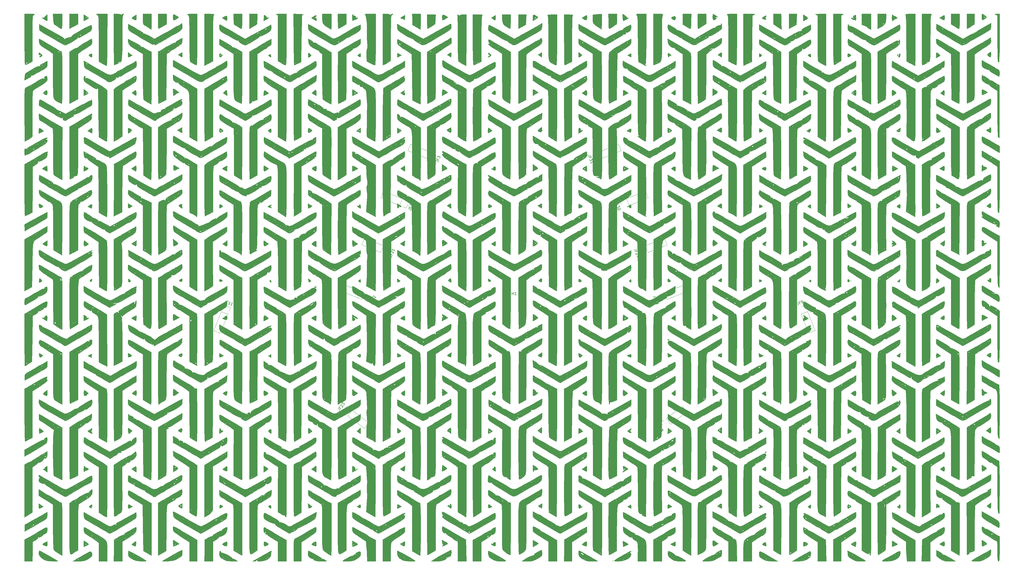
<source format=gbr>
G04 #@! TF.GenerationSoftware,KiCad,Pcbnew,(5.1.4)-1*
G04 #@! TF.CreationDate,2023-05-25T13:29:14-04:00*
G04 #@! TF.ProjectId,ThumbsUp,5468756d-6273-4557-902e-6b696361645f,rev?*
G04 #@! TF.SameCoordinates,Original*
G04 #@! TF.FileFunction,Legend,Top*
G04 #@! TF.FilePolarity,Positive*
%FSLAX46Y46*%
G04 Gerber Fmt 4.6, Leading zero omitted, Abs format (unit mm)*
G04 Created by KiCad (PCBNEW (5.1.4)-1) date 2023-05-25 13:29:14*
%MOMM*%
%LPD*%
G04 APERTURE LIST*
%ADD10C,0.010000*%
%ADD11C,0.120000*%
%ADD12C,0.150000*%
G04 APERTURE END LIST*
D10*
G36*
X318026195Y-103379063D02*
G01*
X318545870Y-103729074D01*
X319057440Y-104137162D01*
X319371646Y-104459928D01*
X319400000Y-104527928D01*
X319195595Y-104764717D01*
X318716898Y-105114346D01*
X318165688Y-105446141D01*
X317743747Y-105629425D01*
X317687695Y-105636842D01*
X317592676Y-105397695D01*
X317535706Y-104792674D01*
X317531134Y-104567369D01*
X318464211Y-104567369D01*
X318485409Y-104813744D01*
X318582116Y-104834737D01*
X318854382Y-104640651D01*
X318865263Y-104567369D01*
X318774041Y-104306952D01*
X318747358Y-104300000D01*
X318519087Y-104487355D01*
X318464211Y-104567369D01*
X317531134Y-104567369D01*
X317528421Y-104433684D01*
X317560075Y-103715913D01*
X317640157Y-103285553D01*
X317687674Y-103230527D01*
X318026195Y-103379063D01*
X318026195Y-103379063D01*
G37*
X318026195Y-103379063D02*
X318545870Y-103729074D01*
X319057440Y-104137162D01*
X319371646Y-104459928D01*
X319400000Y-104527928D01*
X319195595Y-104764717D01*
X318716898Y-105114346D01*
X318165688Y-105446141D01*
X317743747Y-105629425D01*
X317687695Y-105636842D01*
X317592676Y-105397695D01*
X317535706Y-104792674D01*
X317531134Y-104567369D01*
X318464211Y-104567369D01*
X318485409Y-104813744D01*
X318582116Y-104834737D01*
X318854382Y-104640651D01*
X318865263Y-104567369D01*
X318774041Y-104306952D01*
X318747358Y-104300000D01*
X318519087Y-104487355D01*
X318464211Y-104567369D01*
X317531134Y-104567369D01*
X317528421Y-104433684D01*
X317560075Y-103715913D01*
X317640157Y-103285553D01*
X317687674Y-103230527D01*
X318026195Y-103379063D01*
G36*
X303582184Y-104000642D02*
G01*
X303624184Y-104579310D01*
X303625263Y-104701053D01*
X303586937Y-105345641D01*
X303395770Y-105578302D01*
X302937481Y-105447965D01*
X302458492Y-105200588D01*
X301692773Y-104785744D01*
X301832036Y-104701053D01*
X302555790Y-104701053D01*
X302689474Y-104834737D01*
X302823158Y-104701053D01*
X302689474Y-104567369D01*
X302555790Y-104701053D01*
X301832036Y-104701053D01*
X302531796Y-104275504D01*
X303112944Y-103941135D01*
X303470284Y-103770787D01*
X303498041Y-103765263D01*
X303582184Y-104000642D01*
X303582184Y-104000642D01*
G37*
X303582184Y-104000642D02*
X303624184Y-104579310D01*
X303625263Y-104701053D01*
X303586937Y-105345641D01*
X303395770Y-105578302D01*
X302937481Y-105447965D01*
X302458492Y-105200588D01*
X301692773Y-104785744D01*
X301832036Y-104701053D01*
X302555790Y-104701053D01*
X302689474Y-104834737D01*
X302823158Y-104701053D01*
X302689474Y-104567369D01*
X302555790Y-104701053D01*
X301832036Y-104701053D01*
X302531796Y-104275504D01*
X303112944Y-103941135D01*
X303470284Y-103770787D01*
X303498041Y-103765263D01*
X303582184Y-104000642D01*
G36*
X236742775Y-103925353D02*
G01*
X236783158Y-104151200D01*
X236608963Y-104518366D01*
X236448947Y-104571463D01*
X236279356Y-104643357D01*
X236481536Y-104807909D01*
X236785593Y-105128383D01*
X236657010Y-105333781D01*
X236196807Y-105342969D01*
X235914211Y-105263559D01*
X235345455Y-105008627D01*
X235248477Y-104760146D01*
X235629131Y-104425735D01*
X235981053Y-104208847D01*
X236518681Y-103921716D01*
X236742775Y-103925353D01*
X236742775Y-103925353D01*
G37*
X236742775Y-103925353D02*
X236783158Y-104151200D01*
X236608963Y-104518366D01*
X236448947Y-104571463D01*
X236279356Y-104643357D01*
X236481536Y-104807909D01*
X236785593Y-105128383D01*
X236657010Y-105333781D01*
X236196807Y-105342969D01*
X235914211Y-105263559D01*
X235345455Y-105008627D01*
X235248477Y-104760146D01*
X235629131Y-104425735D01*
X235981053Y-104208847D01*
X236518681Y-103921716D01*
X236742775Y-103925353D01*
G36*
X217167534Y-103370713D02*
G01*
X217725640Y-103724636D01*
X218014711Y-103922721D01*
X218540158Y-104326317D01*
X218598308Y-104474553D01*
X218401579Y-104439441D01*
X217924807Y-104401782D01*
X217800000Y-104549351D01*
X218009128Y-104817303D01*
X218118471Y-104834737D01*
X218200513Y-104941741D01*
X217966093Y-105185071D01*
X217569931Y-105448204D01*
X217166743Y-105614615D01*
X217064737Y-105628339D01*
X216831151Y-105380275D01*
X216733268Y-104635804D01*
X216730526Y-104433684D01*
X216759919Y-103715895D01*
X216834281Y-103285539D01*
X216878396Y-103230527D01*
X217167534Y-103370713D01*
X217167534Y-103370713D01*
G37*
X217167534Y-103370713D02*
X217725640Y-103724636D01*
X218014711Y-103922721D01*
X218540158Y-104326317D01*
X218598308Y-104474553D01*
X218401579Y-104439441D01*
X217924807Y-104401782D01*
X217800000Y-104549351D01*
X218009128Y-104817303D01*
X218118471Y-104834737D01*
X218200513Y-104941741D01*
X217966093Y-105185071D01*
X217569931Y-105448204D01*
X217166743Y-105614615D01*
X217064737Y-105628339D01*
X216831151Y-105380275D01*
X216733268Y-104635804D01*
X216730526Y-104433684D01*
X216759919Y-103715895D01*
X216834281Y-103285539D01*
X216878396Y-103230527D01*
X217167534Y-103370713D01*
G36*
X202849037Y-104307209D02*
G01*
X202902767Y-104914852D01*
X202896836Y-104947348D01*
X202759145Y-105452176D01*
X202509969Y-105580780D01*
X201987262Y-105388050D01*
X201824737Y-105310521D01*
X201311186Y-104956954D01*
X201326908Y-104616262D01*
X201778787Y-104288819D01*
X202454102Y-104086590D01*
X202849037Y-104307209D01*
X202849037Y-104307209D01*
G37*
X202849037Y-104307209D02*
X202902767Y-104914852D01*
X202896836Y-104947348D01*
X202759145Y-105452176D01*
X202509969Y-105580780D01*
X201987262Y-105388050D01*
X201824737Y-105310521D01*
X201311186Y-104956954D01*
X201326908Y-104616262D01*
X201778787Y-104288819D01*
X202454102Y-104086590D01*
X202849037Y-104307209D01*
G36*
X169630605Y-104000642D02*
G01*
X169672605Y-104579310D01*
X169673684Y-104701053D01*
X169577167Y-105392256D01*
X169258292Y-105619641D01*
X168673075Y-105400303D01*
X168421104Y-105235790D01*
X169138947Y-105235790D01*
X169272632Y-105369474D01*
X169406316Y-105235790D01*
X169272632Y-105102105D01*
X169138947Y-105235790D01*
X168421104Y-105235790D01*
X168375045Y-105205718D01*
X167759529Y-104774594D01*
X168589385Y-104269929D01*
X169167324Y-103937712D01*
X169520821Y-103770131D01*
X169546462Y-103765263D01*
X169630605Y-104000642D01*
X169630605Y-104000642D01*
G37*
X169630605Y-104000642D02*
X169672605Y-104579310D01*
X169673684Y-104701053D01*
X169577167Y-105392256D01*
X169258292Y-105619641D01*
X168673075Y-105400303D01*
X168421104Y-105235790D01*
X169138947Y-105235790D01*
X169272632Y-105369474D01*
X169406316Y-105235790D01*
X169272632Y-105102105D01*
X169138947Y-105235790D01*
X168421104Y-105235790D01*
X168375045Y-105205718D01*
X167759529Y-104774594D01*
X168589385Y-104269929D01*
X169167324Y-103937712D01*
X169520821Y-103770131D01*
X169546462Y-103765263D01*
X169630605Y-104000642D01*
G36*
X135450526Y-104685937D02*
G01*
X135382675Y-105386790D01*
X135134880Y-105600254D01*
X134640779Y-105356688D01*
X134396319Y-105168231D01*
X133817609Y-104699620D01*
X134634068Y-104217326D01*
X135450526Y-103735031D01*
X135450526Y-104685937D01*
X135450526Y-104685937D01*
G37*
X135450526Y-104685937D02*
X135382675Y-105386790D01*
X135134880Y-105600254D01*
X134640779Y-105356688D01*
X134396319Y-105168231D01*
X133817609Y-104699620D01*
X134634068Y-104217326D01*
X135450526Y-103735031D01*
X135450526Y-104685937D01*
G36*
X116133584Y-103660285D02*
G01*
X116766874Y-104013088D01*
X117614041Y-104528281D01*
X116706494Y-105081562D01*
X116081501Y-105434563D01*
X115654744Y-105625080D01*
X115598421Y-105635843D01*
X115472827Y-105399169D01*
X115402994Y-104806744D01*
X115397895Y-104567369D01*
X115449059Y-103843884D01*
X115663709Y-103553904D01*
X116133584Y-103660285D01*
X116133584Y-103660285D01*
G37*
X116133584Y-103660285D02*
X116766874Y-104013088D01*
X117614041Y-104528281D01*
X116706494Y-105081562D01*
X116081501Y-105434563D01*
X115654744Y-105625080D01*
X115598421Y-105635843D01*
X115472827Y-105399169D01*
X115402994Y-104806744D01*
X115397895Y-104567369D01*
X115449059Y-103843884D01*
X115663709Y-103553904D01*
X116133584Y-103660285D01*
G36*
X101494737Y-104705378D02*
G01*
X101423330Y-105322126D01*
X101247841Y-105629188D01*
X101211589Y-105636842D01*
X101051907Y-105473042D01*
X101093684Y-105369474D01*
X101000286Y-105170031D01*
X100590506Y-105102105D01*
X99957793Y-105011884D01*
X99823995Y-104770260D01*
X100190100Y-104420793D01*
X100570398Y-104214701D01*
X101494737Y-103773915D01*
X101494737Y-104705378D01*
X101494737Y-104705378D01*
G37*
X101494737Y-104705378D02*
X101423330Y-105322126D01*
X101247841Y-105629188D01*
X101211589Y-105636842D01*
X101051907Y-105473042D01*
X101093684Y-105369474D01*
X101000286Y-105170031D01*
X100590506Y-105102105D01*
X99957793Y-105011884D01*
X99823995Y-104770260D01*
X100190100Y-104420793D01*
X100570398Y-104214701D01*
X101494737Y-103773915D01*
X101494737Y-104705378D01*
G36*
X15047051Y-103464017D02*
G01*
X15574408Y-103710081D01*
X16155411Y-104053771D01*
X16601316Y-104385733D01*
X16733947Y-104567369D01*
X16525030Y-104779397D01*
X16027849Y-105099726D01*
X15441138Y-105415797D01*
X14963629Y-105615051D01*
X14845701Y-105636842D01*
X14689128Y-105400259D01*
X14604738Y-104812135D01*
X14600000Y-104611930D01*
X14638715Y-103910318D01*
X14734541Y-103467387D01*
X14762086Y-103424932D01*
X15047051Y-103464017D01*
X15047051Y-103464017D01*
G37*
X15047051Y-103464017D02*
X15574408Y-103710081D01*
X16155411Y-104053771D01*
X16601316Y-104385733D01*
X16733947Y-104567369D01*
X16525030Y-104779397D01*
X16027849Y-105099726D01*
X15441138Y-105415797D01*
X14963629Y-105615051D01*
X14845701Y-105636842D01*
X14689128Y-105400259D01*
X14604738Y-104812135D01*
X14600000Y-104611930D01*
X14638715Y-103910318D01*
X14734541Y-103467387D01*
X14762086Y-103424932D01*
X15047051Y-103464017D01*
G36*
X894582Y-104601267D02*
G01*
X861215Y-105308388D01*
X623703Y-105575828D01*
X88902Y-105455730D01*
X-305789Y-105273245D01*
X-762905Y-105006232D01*
X-831623Y-104766469D01*
X-484210Y-104441879D01*
X-23731Y-104133372D01*
X853286Y-103565692D01*
X894582Y-104601267D01*
X894582Y-104601267D01*
G37*
X894582Y-104601267D02*
X861215Y-105308388D01*
X623703Y-105575828D01*
X88902Y-105455730D01*
X-305789Y-105273245D01*
X-762905Y-105006232D01*
X-831623Y-104766469D01*
X-484210Y-104441879D01*
X-23731Y-104133372D01*
X853286Y-103565692D01*
X894582Y-104601267D01*
G36*
X284366967Y-103701356D02*
G01*
X284374737Y-103765263D01*
X284586605Y-104019365D01*
X284708947Y-104041135D01*
X285173176Y-104198663D01*
X285550628Y-104433759D01*
X285878556Y-104725273D01*
X285778480Y-104907842D01*
X285376073Y-105077185D01*
X284803780Y-105368979D01*
X284518614Y-105620350D01*
X284207392Y-105911008D01*
X283974460Y-105711750D01*
X283851396Y-105065356D01*
X283840000Y-104701053D01*
X284374737Y-104701053D01*
X284508421Y-104834737D01*
X284642105Y-104701053D01*
X284508421Y-104567369D01*
X284374737Y-104701053D01*
X283840000Y-104701053D01*
X283893105Y-103983518D01*
X284027465Y-103553102D01*
X284107369Y-103497895D01*
X284366967Y-103701356D01*
X284366967Y-103701356D01*
G37*
X284366967Y-103701356D02*
X284374737Y-103765263D01*
X284586605Y-104019365D01*
X284708947Y-104041135D01*
X285173176Y-104198663D01*
X285550628Y-104433759D01*
X285878556Y-104725273D01*
X285778480Y-104907842D01*
X285376073Y-105077185D01*
X284803780Y-105368979D01*
X284518614Y-105620350D01*
X284207392Y-105911008D01*
X283974460Y-105711750D01*
X283851396Y-105065356D01*
X283840000Y-104701053D01*
X284374737Y-104701053D01*
X284508421Y-104834737D01*
X284642105Y-104701053D01*
X284508421Y-104567369D01*
X284374737Y-104701053D01*
X283840000Y-104701053D01*
X283893105Y-103983518D01*
X284027465Y-103553102D01*
X284107369Y-103497895D01*
X284366967Y-103701356D01*
G36*
X270350536Y-103750101D02*
G01*
X270422851Y-104162087D01*
X270444288Y-104949892D01*
X270392420Y-105439992D01*
X270294049Y-105768571D01*
X270240621Y-105687905D01*
X270063123Y-105462554D01*
X269947718Y-105496436D01*
X269555240Y-105485939D01*
X269039820Y-105245268D01*
X268659207Y-104915072D01*
X268600000Y-104761015D01*
X268796774Y-104709046D01*
X269201579Y-104869104D01*
X269605808Y-105063108D01*
X269608668Y-104963337D01*
X269456201Y-104768915D01*
X269274398Y-104412930D01*
X269349969Y-104300000D01*
X269669474Y-104300000D01*
X269767300Y-104520075D01*
X269847719Y-104478246D01*
X269879718Y-104160942D01*
X269847719Y-104121755D01*
X269688769Y-104158456D01*
X269669474Y-104300000D01*
X269349969Y-104300000D01*
X269488422Y-104093103D01*
X269723570Y-103915131D01*
X270167313Y-103642223D01*
X270350536Y-103750101D01*
X270350536Y-103750101D01*
G37*
X270350536Y-103750101D02*
X270422851Y-104162087D01*
X270444288Y-104949892D01*
X270392420Y-105439992D01*
X270294049Y-105768571D01*
X270240621Y-105687905D01*
X270063123Y-105462554D01*
X269947718Y-105496436D01*
X269555240Y-105485939D01*
X269039820Y-105245268D01*
X268659207Y-104915072D01*
X268600000Y-104761015D01*
X268796774Y-104709046D01*
X269201579Y-104869104D01*
X269605808Y-105063108D01*
X269608668Y-104963337D01*
X269456201Y-104768915D01*
X269274398Y-104412930D01*
X269349969Y-104300000D01*
X269669474Y-104300000D01*
X269767300Y-104520075D01*
X269847719Y-104478246D01*
X269879718Y-104160942D01*
X269847719Y-104121755D01*
X269688769Y-104158456D01*
X269669474Y-104300000D01*
X269349969Y-104300000D01*
X269488422Y-104093103D01*
X269723570Y-103915131D01*
X270167313Y-103642223D01*
X270350536Y-103750101D01*
G36*
X251599806Y-104091786D02*
G01*
X252201839Y-104545919D01*
X252330222Y-104888122D01*
X251974770Y-105231085D01*
X251471467Y-105511926D01*
X250686316Y-105917943D01*
X250686316Y-103492979D01*
X251599806Y-104091786D01*
X251599806Y-104091786D01*
G37*
X251599806Y-104091786D02*
X252201839Y-104545919D01*
X252330222Y-104888122D01*
X251974770Y-105231085D01*
X251471467Y-105511926D01*
X250686316Y-105917943D01*
X250686316Y-103492979D01*
X251599806Y-104091786D01*
G36*
X183844211Y-103807540D02*
G01*
X184367713Y-104251378D01*
X184636747Y-104590483D01*
X184646316Y-104633429D01*
X184813099Y-104746016D01*
X184913684Y-104701053D01*
X185160333Y-104683410D01*
X185178967Y-104752116D01*
X184933728Y-105025604D01*
X184247420Y-105421181D01*
X183376316Y-105819787D01*
X183167649Y-105744379D01*
X183062903Y-105249793D01*
X183042105Y-104587970D01*
X183042105Y-104300000D01*
X183309474Y-104300000D01*
X183407300Y-104520075D01*
X183487719Y-104478246D01*
X183519718Y-104160942D01*
X183487719Y-104121755D01*
X183328769Y-104158456D01*
X183309474Y-104300000D01*
X183042105Y-104300000D01*
X183042105Y-103214519D01*
X183844211Y-103807540D01*
X183844211Y-103807540D01*
G37*
X183844211Y-103807540D02*
X184367713Y-104251378D01*
X184636747Y-104590483D01*
X184646316Y-104633429D01*
X184813099Y-104746016D01*
X184913684Y-104701053D01*
X185160333Y-104683410D01*
X185178967Y-104752116D01*
X184933728Y-105025604D01*
X184247420Y-105421181D01*
X183376316Y-105819787D01*
X183167649Y-105744379D01*
X183062903Y-105249793D01*
X183042105Y-104587970D01*
X183042105Y-104300000D01*
X183309474Y-104300000D01*
X183407300Y-104520075D01*
X183487719Y-104478246D01*
X183519718Y-104160942D01*
X183487719Y-104121755D01*
X183328769Y-104158456D01*
X183309474Y-104300000D01*
X183042105Y-104300000D01*
X183042105Y-103214519D01*
X183844211Y-103807540D01*
G36*
X150065406Y-103647850D02*
G01*
X150691213Y-103993961D01*
X151143671Y-104294574D01*
X151278614Y-104536426D01*
X151054879Y-104819617D01*
X150431303Y-105244245D01*
X150088947Y-105458525D01*
X149353684Y-105916538D01*
X149353684Y-104992768D01*
X149888421Y-104992768D01*
X150090821Y-104995422D01*
X150289474Y-104931425D01*
X150643700Y-104650919D01*
X150690526Y-104506025D01*
X150531552Y-104417471D01*
X150289474Y-104567369D01*
X149957430Y-104883747D01*
X149888421Y-104992768D01*
X149353684Y-104992768D01*
X149353684Y-104707216D01*
X149401698Y-103900611D01*
X149607872Y-103564056D01*
X150065406Y-103647850D01*
X150065406Y-103647850D01*
G37*
X150065406Y-103647850D02*
X150691213Y-103993961D01*
X151143671Y-104294574D01*
X151278614Y-104536426D01*
X151054879Y-104819617D01*
X150431303Y-105244245D01*
X150088947Y-105458525D01*
X149353684Y-105916538D01*
X149353684Y-104992768D01*
X149888421Y-104992768D01*
X150090821Y-104995422D01*
X150289474Y-104931425D01*
X150643700Y-104650919D01*
X150690526Y-104506025D01*
X150531552Y-104417471D01*
X150289474Y-104567369D01*
X149957430Y-104883747D01*
X149888421Y-104992768D01*
X149353684Y-104992768D01*
X149353684Y-104707216D01*
X149401698Y-103900611D01*
X149607872Y-103564056D01*
X150065406Y-103647850D01*
G36*
X82122292Y-103705396D02*
G01*
X82072022Y-103850580D01*
X82023347Y-104027957D01*
X82102815Y-103975197D01*
X82476107Y-103935221D01*
X82850223Y-104070777D01*
X83201296Y-104330623D01*
X83086229Y-104561858D01*
X83015595Y-104613622D01*
X82866874Y-104768710D01*
X83191387Y-104715884D01*
X83246842Y-104700550D01*
X83738532Y-104636502D01*
X83820548Y-104786615D01*
X83527107Y-105066877D01*
X82979474Y-105357027D01*
X82341679Y-105636458D01*
X81933337Y-105826680D01*
X81910000Y-105838977D01*
X81797799Y-105663442D01*
X81725025Y-105094796D01*
X81709474Y-104573870D01*
X81755831Y-103746795D01*
X81886844Y-103369534D01*
X81981203Y-103366906D01*
X82122292Y-103705396D01*
X82122292Y-103705396D01*
G37*
X82122292Y-103705396D02*
X82072022Y-103850580D01*
X82023347Y-104027957D01*
X82102815Y-103975197D01*
X82476107Y-103935221D01*
X82850223Y-104070777D01*
X83201296Y-104330623D01*
X83086229Y-104561858D01*
X83015595Y-104613622D01*
X82866874Y-104768710D01*
X83191387Y-104715884D01*
X83246842Y-104700550D01*
X83738532Y-104636502D01*
X83820548Y-104786615D01*
X83527107Y-105066877D01*
X82979474Y-105357027D01*
X82341679Y-105636458D01*
X81933337Y-105826680D01*
X81910000Y-105838977D01*
X81797799Y-105663442D01*
X81725025Y-105094796D01*
X81709474Y-104573870D01*
X81755831Y-103746795D01*
X81886844Y-103369534D01*
X81981203Y-103366906D01*
X82122292Y-103705396D01*
G36*
X68324657Y-104071285D02*
G01*
X67928547Y-104498570D01*
X67909948Y-104513182D01*
X67588768Y-104785619D01*
X67693117Y-104803786D01*
X67873158Y-104745414D01*
X68227135Y-104740858D01*
X68339394Y-105140723D01*
X68341053Y-105244181D01*
X68334507Y-105697057D01*
X68231162Y-105845194D01*
X67905451Y-105699448D01*
X67327517Y-105331810D01*
X66447666Y-104768418D01*
X67327517Y-104161386D01*
X67934011Y-103848253D01*
X68296435Y-103836366D01*
X68324657Y-104071285D01*
X68324657Y-104071285D01*
G37*
X68324657Y-104071285D02*
X67928547Y-104498570D01*
X67909948Y-104513182D01*
X67588768Y-104785619D01*
X67693117Y-104803786D01*
X67873158Y-104745414D01*
X68227135Y-104740858D01*
X68339394Y-105140723D01*
X68341053Y-105244181D01*
X68334507Y-105697057D01*
X68231162Y-105845194D01*
X67905451Y-105699448D01*
X67327517Y-105331810D01*
X66447666Y-104768418D01*
X67327517Y-104161386D01*
X67934011Y-103848253D01*
X68296435Y-103836366D01*
X68324657Y-104071285D01*
G36*
X48980099Y-103770011D02*
G01*
X49255505Y-103944039D01*
X49665548Y-104313873D01*
X49742765Y-104593552D01*
X49808899Y-104717943D01*
X50012429Y-104669385D01*
X50397641Y-104592393D01*
X50423324Y-104747362D01*
X50152545Y-105038601D01*
X49648372Y-105370420D01*
X49501519Y-105444572D01*
X48575670Y-105886079D01*
X48599320Y-104707833D01*
X48627366Y-103987539D01*
X48727025Y-103706670D01*
X48980099Y-103770011D01*
X48980099Y-103770011D01*
G37*
X48980099Y-103770011D02*
X49255505Y-103944039D01*
X49665548Y-104313873D01*
X49742765Y-104593552D01*
X49808899Y-104717943D01*
X50012429Y-104669385D01*
X50397641Y-104592393D01*
X50423324Y-104747362D01*
X50152545Y-105038601D01*
X49648372Y-105370420D01*
X49501519Y-105444572D01*
X48575670Y-105886079D01*
X48599320Y-104707833D01*
X48627366Y-103987539D01*
X48727025Y-103706670D01*
X48980099Y-103770011D01*
G36*
X34852066Y-104211104D02*
G01*
X34871754Y-104322422D01*
X34902337Y-105042704D01*
X34871754Y-105361618D01*
X34791275Y-105682619D01*
X34603186Y-105728237D01*
X34165416Y-105491998D01*
X33888054Y-105316801D01*
X32989792Y-104745103D01*
X33888054Y-104277606D01*
X34476079Y-103991156D01*
X34746587Y-103966673D01*
X34852066Y-104211104D01*
X34852066Y-104211104D01*
G37*
X34852066Y-104211104D02*
X34871754Y-104322422D01*
X34902337Y-105042704D01*
X34871754Y-105361618D01*
X34791275Y-105682619D01*
X34603186Y-105728237D01*
X34165416Y-105491998D01*
X33888054Y-105316801D01*
X32989792Y-104745103D01*
X33888054Y-104277606D01*
X34476079Y-103991156D01*
X34746587Y-103966673D01*
X34852066Y-104211104D01*
G36*
X-17885263Y-104068058D02*
G01*
X-17298010Y-104457214D01*
X-16972589Y-104755741D01*
X-16949474Y-104811627D01*
X-17166914Y-105037662D01*
X-17707004Y-105360798D01*
X-17885263Y-105449313D01*
X-18821053Y-105895559D01*
X-18821053Y-104446666D01*
X-18175148Y-104446666D01*
X-18150739Y-104570431D01*
X-17864771Y-104792070D01*
X-17558313Y-104829265D01*
X-17484210Y-104729658D01*
X-17693935Y-104557943D01*
X-17899150Y-104465352D01*
X-18175148Y-104446666D01*
X-18821053Y-104446666D01*
X-18821053Y-103515929D01*
X-17885263Y-104068058D01*
X-17885263Y-104068058D01*
G37*
X-17885263Y-104068058D02*
X-17298010Y-104457214D01*
X-16972589Y-104755741D01*
X-16949474Y-104811627D01*
X-17166914Y-105037662D01*
X-17707004Y-105360798D01*
X-17885263Y-105449313D01*
X-18821053Y-105895559D01*
X-18821053Y-104446666D01*
X-18175148Y-104446666D01*
X-18150739Y-104570431D01*
X-17864771Y-104792070D01*
X-17558313Y-104829265D01*
X-17484210Y-104729658D01*
X-17693935Y-104557943D01*
X-17899150Y-104465352D01*
X-18175148Y-104446666D01*
X-18821053Y-104446666D01*
X-18821053Y-103515929D01*
X-17885263Y-104068058D01*
G36*
X-32456842Y-104688571D02*
G01*
X-32469965Y-105406458D01*
X-32503211Y-105833676D01*
X-32523684Y-105887111D01*
X-32781952Y-105769180D01*
X-33332733Y-105500457D01*
X-33459474Y-105437551D01*
X-33995324Y-105102147D01*
X-34298786Y-104792038D01*
X-34310731Y-104607268D01*
X-33972030Y-104647882D01*
X-33913482Y-104669385D01*
X-33620044Y-104712488D01*
X-33618566Y-104631148D01*
X-33516031Y-104351824D01*
X-33101287Y-103955989D01*
X-33097715Y-103953308D01*
X-32456842Y-103472931D01*
X-32456842Y-104688571D01*
X-32456842Y-104688571D01*
G37*
X-32456842Y-104688571D02*
X-32469965Y-105406458D01*
X-32503211Y-105833676D01*
X-32523684Y-105887111D01*
X-32781952Y-105769180D01*
X-33332733Y-105500457D01*
X-33459474Y-105437551D01*
X-33995324Y-105102147D01*
X-34298786Y-104792038D01*
X-34310731Y-104607268D01*
X-33972030Y-104647882D01*
X-33913482Y-104669385D01*
X-33620044Y-104712488D01*
X-33618566Y-104631148D01*
X-33516031Y-104351824D01*
X-33101287Y-103955989D01*
X-33097715Y-103953308D01*
X-32456842Y-103472931D01*
X-32456842Y-104688571D01*
G36*
X314854737Y-105260821D02*
G01*
X314839780Y-106305344D01*
X314775522Y-106933532D01*
X314632883Y-107263407D01*
X314382780Y-107412987D01*
X314320000Y-107430951D01*
X313887068Y-107621595D01*
X313785263Y-107757453D01*
X313567907Y-107980378D01*
X313027999Y-108301801D01*
X312849474Y-108390365D01*
X311913684Y-108836612D01*
X311913684Y-103230527D01*
X314854737Y-103230527D01*
X314854737Y-105260821D01*
X314854737Y-105260821D01*
G37*
X314854737Y-105260821D02*
X314839780Y-106305344D01*
X314775522Y-106933532D01*
X314632883Y-107263407D01*
X314382780Y-107412987D01*
X314320000Y-107430951D01*
X313887068Y-107621595D01*
X313785263Y-107757453D01*
X313567907Y-107980378D01*
X313027999Y-108301801D01*
X312849474Y-108390365D01*
X311913684Y-108836612D01*
X311913684Y-103230527D01*
X314854737Y-103230527D01*
X314854737Y-105260821D01*
G36*
X309240000Y-106037895D02*
G01*
X309222231Y-107189199D01*
X309174179Y-108110125D01*
X309103724Y-108690681D01*
X309039474Y-108836573D01*
X308721733Y-108701373D01*
X308098560Y-108358821D01*
X307443639Y-107967626D01*
X306698824Y-107508421D01*
X307635790Y-107508421D01*
X307733615Y-107728496D01*
X307814035Y-107686667D01*
X307846034Y-107369363D01*
X307814035Y-107330176D01*
X307655085Y-107366877D01*
X307635790Y-107508421D01*
X306698824Y-107508421D01*
X306048330Y-107107369D01*
X306039955Y-105168948D01*
X306031579Y-103230527D01*
X309240000Y-103230527D01*
X309240000Y-106037895D01*
X309240000Y-106037895D01*
G37*
X309240000Y-106037895D02*
X309222231Y-107189199D01*
X309174179Y-108110125D01*
X309103724Y-108690681D01*
X309039474Y-108836573D01*
X308721733Y-108701373D01*
X308098560Y-108358821D01*
X307443639Y-107967626D01*
X306698824Y-107508421D01*
X307635790Y-107508421D01*
X307733615Y-107728496D01*
X307814035Y-107686667D01*
X307846034Y-107369363D01*
X307814035Y-107330176D01*
X307655085Y-107366877D01*
X307635790Y-107508421D01*
X306698824Y-107508421D01*
X306048330Y-107107369D01*
X306039955Y-105168948D01*
X306031579Y-103230527D01*
X309240000Y-103230527D01*
X309240000Y-106037895D01*
G36*
X281701053Y-104683647D02*
G01*
X281636782Y-105933064D01*
X281390226Y-106808493D01*
X280880770Y-107460932D01*
X280027798Y-108041376D01*
X279858189Y-108135408D01*
X278492632Y-108878637D01*
X278492632Y-106973684D01*
X280497895Y-106973684D01*
X280519093Y-107220060D01*
X280615800Y-107241053D01*
X280888067Y-107046967D01*
X280898947Y-106973684D01*
X280807725Y-106713267D01*
X280781043Y-106706316D01*
X280552772Y-106893671D01*
X280497895Y-106973684D01*
X278492632Y-106973684D01*
X278492632Y-103230527D01*
X281701053Y-103230527D01*
X281701053Y-104683647D01*
X281701053Y-104683647D01*
G37*
X281701053Y-104683647D02*
X281636782Y-105933064D01*
X281390226Y-106808493D01*
X280880770Y-107460932D01*
X280027798Y-108041376D01*
X279858189Y-108135408D01*
X278492632Y-108878637D01*
X278492632Y-106973684D01*
X280497895Y-106973684D01*
X280519093Y-107220060D01*
X280615800Y-107241053D01*
X280888067Y-107046967D01*
X280898947Y-106973684D01*
X280807725Y-106713267D01*
X280781043Y-106706316D01*
X280552772Y-106893671D01*
X280497895Y-106973684D01*
X278492632Y-106973684D01*
X278492632Y-103230527D01*
X281701053Y-103230527D01*
X281701053Y-104683647D01*
G36*
X248224405Y-105242625D02*
G01*
X248146316Y-107254724D01*
X246742632Y-108055402D01*
X245338947Y-108856080D01*
X245338947Y-107374737D01*
X246675790Y-107374737D01*
X246809474Y-107508421D01*
X246943158Y-107374737D01*
X246809474Y-107241053D01*
X246675790Y-107374737D01*
X245338947Y-107374737D01*
X245338947Y-103230527D01*
X248302493Y-103230527D01*
X248224405Y-105242625D01*
X248224405Y-105242625D01*
G37*
X248224405Y-105242625D02*
X248146316Y-107254724D01*
X246742632Y-108055402D01*
X245338947Y-108856080D01*
X245338947Y-107374737D01*
X246675790Y-107374737D01*
X246809474Y-107508421D01*
X246943158Y-107374737D01*
X246809474Y-107241053D01*
X246675790Y-107374737D01*
X245338947Y-107374737D01*
X245338947Y-103230527D01*
X248302493Y-103230527D01*
X248224405Y-105242625D01*
G36*
X214324211Y-106980326D02*
G01*
X212866528Y-107912795D01*
X212096447Y-108391995D01*
X211515664Y-108728479D01*
X211262317Y-108845263D01*
X211202165Y-108596322D01*
X211153980Y-107923137D01*
X211123528Y-106936163D01*
X211122316Y-106795439D01*
X213076491Y-106795439D01*
X213113193Y-106954389D01*
X213254737Y-106973684D01*
X213474811Y-106875858D01*
X213432983Y-106795439D01*
X213115679Y-106763440D01*
X213076491Y-106795439D01*
X211122316Y-106795439D01*
X211115790Y-106037895D01*
X211115790Y-103230527D01*
X214324211Y-103230527D01*
X214324211Y-106980326D01*
X214324211Y-106980326D01*
G37*
X214324211Y-106980326D02*
X212866528Y-107912795D01*
X212096447Y-108391995D01*
X211515664Y-108728479D01*
X211262317Y-108845263D01*
X211202165Y-108596322D01*
X211153980Y-107923137D01*
X211123528Y-106936163D01*
X211122316Y-106795439D01*
X213076491Y-106795439D01*
X213113193Y-106954389D01*
X213254737Y-106973684D01*
X213474811Y-106875858D01*
X213432983Y-106795439D01*
X213115679Y-106763440D01*
X213076491Y-106795439D01*
X211122316Y-106795439D01*
X211115790Y-106037895D01*
X211115790Y-103230527D01*
X214324211Y-103230527D01*
X214324211Y-106980326D01*
G36*
X208690396Y-106037895D02*
G01*
X208640759Y-107476747D01*
X208545307Y-108394279D01*
X208402599Y-108802062D01*
X208343302Y-108826659D01*
X207964161Y-108681613D01*
X207307523Y-108327745D01*
X206771053Y-108001946D01*
X205501053Y-107195838D01*
X205501053Y-103230527D01*
X208735241Y-103230527D01*
X208690396Y-106037895D01*
X208690396Y-106037895D01*
G37*
X208690396Y-106037895D02*
X208640759Y-107476747D01*
X208545307Y-108394279D01*
X208402599Y-108802062D01*
X208343302Y-108826659D01*
X207964161Y-108681613D01*
X207307523Y-108327745D01*
X206771053Y-108001946D01*
X205501053Y-107195838D01*
X205501053Y-103230527D01*
X208735241Y-103230527D01*
X208690396Y-106037895D01*
G36*
X180903158Y-105235790D02*
G01*
X180872763Y-106194247D01*
X180792362Y-106903287D01*
X180678127Y-107232276D01*
X180654887Y-107241053D01*
X180265615Y-107405099D01*
X180048412Y-107575263D01*
X179633030Y-107886848D01*
X179018545Y-108276344D01*
X178398515Y-108629289D01*
X177966499Y-108831222D01*
X177900781Y-108845263D01*
X177848881Y-108596330D01*
X177796427Y-107923163D01*
X177750380Y-106936215D01*
X177747535Y-106840000D01*
X179833684Y-106840000D01*
X179967369Y-106973684D01*
X180101053Y-106840000D01*
X179967369Y-106706316D01*
X179833684Y-106840000D01*
X177747535Y-106840000D01*
X177723809Y-106037895D01*
X177659339Y-103230527D01*
X180903158Y-103230527D01*
X180903158Y-105235790D01*
X180903158Y-105235790D01*
G37*
X180903158Y-105235790D02*
X180872763Y-106194247D01*
X180792362Y-106903287D01*
X180678127Y-107232276D01*
X180654887Y-107241053D01*
X180265615Y-107405099D01*
X180048412Y-107575263D01*
X179633030Y-107886848D01*
X179018545Y-108276344D01*
X178398515Y-108629289D01*
X177966499Y-108831222D01*
X177900781Y-108845263D01*
X177848881Y-108596330D01*
X177796427Y-107923163D01*
X177750380Y-106936215D01*
X177747535Y-106840000D01*
X179833684Y-106840000D01*
X179967369Y-106973684D01*
X180101053Y-106840000D01*
X179967369Y-106706316D01*
X179833684Y-106840000D01*
X177747535Y-106840000D01*
X177723809Y-106037895D01*
X177659339Y-103230527D01*
X180903158Y-103230527D01*
X180903158Y-105235790D01*
G36*
X146869075Y-105388051D02*
G01*
X146769067Y-107278208D01*
X145387691Y-108067144D01*
X144006316Y-108856080D01*
X144006316Y-106572632D01*
X145343158Y-106572632D01*
X145476842Y-106706316D01*
X145610526Y-106572632D01*
X145476842Y-106438948D01*
X145343158Y-106572632D01*
X144006316Y-106572632D01*
X144006316Y-103497895D01*
X146969083Y-103497895D01*
X146869075Y-105388051D01*
X146869075Y-105388051D01*
G37*
X146869075Y-105388051D02*
X146769067Y-107278208D01*
X145387691Y-108067144D01*
X144006316Y-108856080D01*
X144006316Y-106572632D01*
X145343158Y-106572632D01*
X145476842Y-106706316D01*
X145610526Y-106572632D01*
X145476842Y-106438948D01*
X145343158Y-106572632D01*
X144006316Y-106572632D01*
X144006316Y-103497895D01*
X146969083Y-103497895D01*
X146869075Y-105388051D01*
G36*
X141065263Y-106171579D02*
G01*
X141046654Y-107291584D01*
X140996471Y-108177311D01*
X140923186Y-108716556D01*
X140864737Y-108828101D01*
X140543494Y-108684440D01*
X139935145Y-108334271D01*
X139461053Y-108038305D01*
X138681256Y-107458097D01*
X138210708Y-106843263D01*
X137971492Y-106032274D01*
X137952276Y-105770527D01*
X139193684Y-105770527D01*
X139327369Y-105904211D01*
X139461053Y-105770527D01*
X139327369Y-105636842D01*
X139193684Y-105770527D01*
X137952276Y-105770527D01*
X137885691Y-104863605D01*
X137883493Y-104767895D01*
X137856842Y-103497895D01*
X141065263Y-103497895D01*
X141065263Y-106171579D01*
X141065263Y-106171579D01*
G37*
X141065263Y-106171579D02*
X141046654Y-107291584D01*
X140996471Y-108177311D01*
X140923186Y-108716556D01*
X140864737Y-108828101D01*
X140543494Y-108684440D01*
X139935145Y-108334271D01*
X139461053Y-108038305D01*
X138681256Y-107458097D01*
X138210708Y-106843263D01*
X137971492Y-106032274D01*
X137952276Y-105770527D01*
X139193684Y-105770527D01*
X139327369Y-105904211D01*
X139461053Y-105770527D01*
X139327369Y-105636842D01*
X139193684Y-105770527D01*
X137952276Y-105770527D01*
X137885691Y-104863605D01*
X137883493Y-104767895D01*
X137856842Y-103497895D01*
X141065263Y-103497895D01*
X141065263Y-106171579D01*
G36*
X112857895Y-107065409D02*
G01*
X111467054Y-107955336D01*
X110715287Y-108422314D01*
X110154559Y-108744568D01*
X109929686Y-108845263D01*
X109868176Y-108596779D01*
X109819381Y-107926779D01*
X109789504Y-106948449D01*
X109788619Y-106840000D01*
X112189474Y-106840000D01*
X112323158Y-106973684D01*
X112456842Y-106840000D01*
X112323158Y-106706316D01*
X112189474Y-106840000D01*
X109788619Y-106840000D01*
X109783158Y-106171579D01*
X109783158Y-103497895D01*
X113003451Y-103497895D01*
X112857895Y-107065409D01*
X112857895Y-107065409D01*
G37*
X112857895Y-107065409D02*
X111467054Y-107955336D01*
X110715287Y-108422314D01*
X110154559Y-108744568D01*
X109929686Y-108845263D01*
X109868176Y-108596779D01*
X109819381Y-107926779D01*
X109789504Y-106948449D01*
X109788619Y-106840000D01*
X112189474Y-106840000D01*
X112323158Y-106973684D01*
X112456842Y-106840000D01*
X112323158Y-106706316D01*
X112189474Y-106840000D01*
X109788619Y-106840000D01*
X109783158Y-106171579D01*
X109783158Y-103497895D01*
X113003451Y-103497895D01*
X112857895Y-107065409D01*
G36*
X79555360Y-107107369D02*
G01*
X78119076Y-107976316D01*
X77346639Y-108429316D01*
X76765377Y-108743670D01*
X76522448Y-108845263D01*
X76456625Y-108596325D01*
X76403898Y-107923148D01*
X76370573Y-106936185D01*
X76362105Y-106037895D01*
X76362105Y-103230527D01*
X79570526Y-103230527D01*
X79555360Y-107107369D01*
X79555360Y-107107369D01*
G37*
X79555360Y-107107369D02*
X78119076Y-107976316D01*
X77346639Y-108429316D01*
X76765377Y-108743670D01*
X76522448Y-108845263D01*
X76456625Y-108596325D01*
X76403898Y-107923148D01*
X76370573Y-106936185D01*
X76362105Y-106037895D01*
X76362105Y-103230527D01*
X79570526Y-103230527D01*
X79555360Y-107107369D01*
G36*
X46149474Y-105216207D02*
G01*
X46137612Y-106240424D01*
X46073783Y-106865635D01*
X45915626Y-107227484D01*
X45620777Y-107461616D01*
X45414211Y-107570493D01*
X44627313Y-108002977D01*
X43943684Y-108422931D01*
X43208421Y-108906763D01*
X43208421Y-106171579D01*
X45614737Y-106171579D01*
X45712563Y-106391654D01*
X45792983Y-106349825D01*
X45824981Y-106032521D01*
X45792983Y-105993334D01*
X45634032Y-106030035D01*
X45614737Y-106171579D01*
X43208421Y-106171579D01*
X43208421Y-103230527D01*
X46149474Y-103230527D01*
X46149474Y-105216207D01*
X46149474Y-105216207D01*
G37*
X46149474Y-105216207D02*
X46137612Y-106240424D01*
X46073783Y-106865635D01*
X45915626Y-107227484D01*
X45620777Y-107461616D01*
X45414211Y-107570493D01*
X44627313Y-108002977D01*
X43943684Y-108422931D01*
X43208421Y-108906763D01*
X43208421Y-106171579D01*
X45614737Y-106171579D01*
X45712563Y-106391654D01*
X45792983Y-106349825D01*
X45824981Y-106032521D01*
X45792983Y-105993334D01*
X45634032Y-106030035D01*
X45614737Y-106171579D01*
X43208421Y-106171579D01*
X43208421Y-103230527D01*
X46149474Y-103230527D01*
X46149474Y-105216207D01*
G36*
X40534737Y-106037895D02*
G01*
X40514339Y-107190312D01*
X40459177Y-108113477D01*
X40378303Y-108696953D01*
X40304679Y-108845263D01*
X39955378Y-108706776D01*
X39366470Y-108361488D01*
X39168363Y-108230729D01*
X38469532Y-107789920D01*
X37885724Y-107475864D01*
X37794211Y-107437015D01*
X37548627Y-107254905D01*
X37405309Y-106865067D01*
X37339594Y-106151916D01*
X37326316Y-105244181D01*
X37326316Y-103230527D01*
X40534737Y-103230527D01*
X40534737Y-106037895D01*
X40534737Y-106037895D01*
G37*
X40534737Y-106037895D02*
X40514339Y-107190312D01*
X40459177Y-108113477D01*
X40378303Y-108696953D01*
X40304679Y-108845263D01*
X39955378Y-108706776D01*
X39366470Y-108361488D01*
X39168363Y-108230729D01*
X38469532Y-107789920D01*
X37885724Y-107475864D01*
X37794211Y-107437015D01*
X37548627Y-107254905D01*
X37405309Y-106865067D01*
X37339594Y-106151916D01*
X37326316Y-105244181D01*
X37326316Y-103230527D01*
X40534737Y-103230527D01*
X40534737Y-106037895D01*
G36*
X12193684Y-107116122D02*
G01*
X10748218Y-107980692D01*
X9972471Y-108430717D01*
X9388817Y-108743411D01*
X9144008Y-108845263D01*
X9078841Y-108596325D01*
X9026639Y-107923146D01*
X8993647Y-106936182D01*
X8985263Y-106037895D01*
X8985263Y-103230527D01*
X12193684Y-103230527D01*
X12193684Y-107116122D01*
X12193684Y-107116122D01*
G37*
X12193684Y-107116122D02*
X10748218Y-107980692D01*
X9972471Y-108430717D01*
X9388817Y-108743411D01*
X9144008Y-108845263D01*
X9078841Y-108596325D01*
X9026639Y-107923146D01*
X8993647Y-106936182D01*
X8985263Y-106037895D01*
X8985263Y-103230527D01*
X12193684Y-103230527D01*
X12193684Y-107116122D01*
G36*
X-20968900Y-107107369D02*
G01*
X-22568660Y-107969188D01*
X-24168421Y-108831007D01*
X-24168421Y-106840000D01*
X-21762105Y-106840000D01*
X-21628421Y-106973684D01*
X-21494737Y-106840000D01*
X-21628421Y-106706316D01*
X-21762105Y-106840000D01*
X-24168421Y-106840000D01*
X-24168421Y-103230527D01*
X-20960000Y-103230527D01*
X-20968900Y-107107369D01*
X-20968900Y-107107369D01*
G37*
X-20968900Y-107107369D02*
X-22568660Y-107969188D01*
X-24168421Y-108831007D01*
X-24168421Y-106840000D01*
X-21762105Y-106840000D01*
X-21628421Y-106973684D01*
X-21494737Y-106840000D01*
X-21628421Y-106706316D01*
X-21762105Y-106840000D01*
X-24168421Y-106840000D01*
X-24168421Y-103230527D01*
X-20960000Y-103230527D01*
X-20968900Y-107107369D01*
G36*
X-26842105Y-106037895D02*
G01*
X-26856736Y-107390769D01*
X-26925691Y-108265372D01*
X-27086567Y-108717909D01*
X-27376957Y-108804583D01*
X-27834456Y-108581601D01*
X-28315568Y-108240719D01*
X-29007215Y-107753387D01*
X-29610682Y-107370320D01*
X-29652410Y-107346725D01*
X-29943430Y-107095321D01*
X-30121122Y-106654492D01*
X-30221211Y-105895131D01*
X-30262766Y-105140936D01*
X-30341321Y-103230527D01*
X-26842105Y-103230527D01*
X-26842105Y-106037895D01*
X-26842105Y-106037895D01*
G37*
X-26842105Y-106037895D02*
X-26856736Y-107390769D01*
X-26925691Y-108265372D01*
X-27086567Y-108717909D01*
X-27376957Y-108804583D01*
X-27834456Y-108581601D01*
X-28315568Y-108240719D01*
X-29007215Y-107753387D01*
X-29610682Y-107370320D01*
X-29652410Y-107346725D01*
X-29943430Y-107095321D01*
X-30121122Y-106654492D01*
X-30221211Y-105895131D01*
X-30262766Y-105140936D01*
X-30341321Y-103230527D01*
X-26842105Y-103230527D01*
X-26842105Y-106037895D01*
G36*
X276086316Y-106171579D02*
G01*
X276080655Y-107351322D01*
X276065305Y-108302213D01*
X276042714Y-108917155D01*
X276019474Y-109095684D01*
X275750963Y-108995372D01*
X275351053Y-108836932D01*
X274888550Y-108565727D01*
X274749474Y-108359699D01*
X274524069Y-108127007D01*
X273957578Y-107821300D01*
X273680000Y-107704171D01*
X272610526Y-107284070D01*
X272610526Y-107107369D01*
X273412632Y-107107369D01*
X273546316Y-107241053D01*
X273680000Y-107107369D01*
X273546316Y-106973684D01*
X273412632Y-107107369D01*
X272610526Y-107107369D01*
X272610526Y-106572632D01*
X272877895Y-106572632D01*
X273011579Y-106706316D01*
X273145263Y-106572632D01*
X273011579Y-106438948D01*
X272877895Y-106572632D01*
X272610526Y-106572632D01*
X272610526Y-103230527D01*
X276086316Y-103230527D01*
X276086316Y-106171579D01*
X276086316Y-106171579D01*
G37*
X276086316Y-106171579D02*
X276080655Y-107351322D01*
X276065305Y-108302213D01*
X276042714Y-108917155D01*
X276019474Y-109095684D01*
X275750963Y-108995372D01*
X275351053Y-108836932D01*
X274888550Y-108565727D01*
X274749474Y-108359699D01*
X274524069Y-108127007D01*
X273957578Y-107821300D01*
X273680000Y-107704171D01*
X272610526Y-107284070D01*
X272610526Y-107107369D01*
X273412632Y-107107369D01*
X273546316Y-107241053D01*
X273680000Y-107107369D01*
X273546316Y-106973684D01*
X273412632Y-107107369D01*
X272610526Y-107107369D01*
X272610526Y-106572632D01*
X272877895Y-106572632D01*
X273011579Y-106706316D01*
X273145263Y-106572632D01*
X273011579Y-106438948D01*
X272877895Y-106572632D01*
X272610526Y-106572632D01*
X272610526Y-103230527D01*
X276086316Y-103230527D01*
X276086316Y-106171579D01*
G36*
X242411539Y-104366842D02*
G01*
X242427148Y-105256713D01*
X242453638Y-106399803D01*
X242478381Y-107308041D01*
X242505011Y-108210318D01*
X242524093Y-108854504D01*
X242531576Y-109103839D01*
X242531579Y-109103853D01*
X242324502Y-108969108D01*
X241780852Y-108624002D01*
X241017003Y-108142399D01*
X240994211Y-108128066D01*
X239456842Y-107161349D01*
X239456842Y-106840000D01*
X239991579Y-106840000D01*
X240125263Y-106973684D01*
X240258947Y-106840000D01*
X240125263Y-106706316D01*
X239991579Y-106840000D01*
X239456842Y-106840000D01*
X239456842Y-103230527D01*
X242397895Y-103230527D01*
X242411539Y-104366842D01*
X242411539Y-104366842D01*
G37*
X242411539Y-104366842D02*
X242427148Y-105256713D01*
X242453638Y-106399803D01*
X242478381Y-107308041D01*
X242505011Y-108210318D01*
X242524093Y-108854504D01*
X242531576Y-109103839D01*
X242531579Y-109103853D01*
X242324502Y-108969108D01*
X241780852Y-108624002D01*
X241017003Y-108142399D01*
X240994211Y-108128066D01*
X239456842Y-107161349D01*
X239456842Y-106840000D01*
X239991579Y-106840000D01*
X240125263Y-106973684D01*
X240258947Y-106840000D01*
X240125263Y-106706316D01*
X239991579Y-106840000D01*
X239456842Y-106840000D01*
X239456842Y-103230527D01*
X242397895Y-103230527D01*
X242411539Y-104366842D01*
G36*
X175208195Y-103328546D02*
G01*
X175242073Y-103619943D01*
X175256365Y-104330668D01*
X175250178Y-105345640D01*
X175230981Y-106258878D01*
X175154737Y-109090180D01*
X174080123Y-108399649D01*
X174575439Y-108399649D01*
X174612140Y-108558600D01*
X174753684Y-108577895D01*
X174973759Y-108480069D01*
X174931930Y-108399649D01*
X174614626Y-108367651D01*
X174575439Y-108399649D01*
X174080123Y-108399649D01*
X173951579Y-108317049D01*
X172952872Y-107654159D01*
X172325844Y-107139399D01*
X172272960Y-107062807D01*
X172436491Y-107062807D01*
X172473193Y-107221757D01*
X172614737Y-107241053D01*
X172834811Y-107143227D01*
X172792983Y-107062807D01*
X172475679Y-107030808D01*
X172436491Y-107062807D01*
X172272960Y-107062807D01*
X172119118Y-106840000D01*
X173951579Y-106840000D01*
X174085263Y-106973684D01*
X174218947Y-106840000D01*
X174085263Y-106706316D01*
X173951579Y-106840000D01*
X172119118Y-106840000D01*
X171984279Y-106644717D01*
X171841962Y-106042063D01*
X171812677Y-105203385D01*
X171812632Y-105140194D01*
X171812632Y-103574072D01*
X173460898Y-103401794D01*
X174337282Y-103326440D01*
X174972116Y-103302386D01*
X175208195Y-103328546D01*
X175208195Y-103328546D01*
G37*
X175208195Y-103328546D02*
X175242073Y-103619943D01*
X175256365Y-104330668D01*
X175250178Y-105345640D01*
X175230981Y-106258878D01*
X175154737Y-109090180D01*
X174080123Y-108399649D01*
X174575439Y-108399649D01*
X174612140Y-108558600D01*
X174753684Y-108577895D01*
X174973759Y-108480069D01*
X174931930Y-108399649D01*
X174614626Y-108367651D01*
X174575439Y-108399649D01*
X174080123Y-108399649D01*
X173951579Y-108317049D01*
X172952872Y-107654159D01*
X172325844Y-107139399D01*
X172272960Y-107062807D01*
X172436491Y-107062807D01*
X172473193Y-107221757D01*
X172614737Y-107241053D01*
X172834811Y-107143227D01*
X172792983Y-107062807D01*
X172475679Y-107030808D01*
X172436491Y-107062807D01*
X172272960Y-107062807D01*
X172119118Y-106840000D01*
X173951579Y-106840000D01*
X174085263Y-106973684D01*
X174218947Y-106840000D01*
X174085263Y-106706316D01*
X173951579Y-106840000D01*
X172119118Y-106840000D01*
X171984279Y-106644717D01*
X171841962Y-106042063D01*
X171812677Y-105203385D01*
X171812632Y-105140194D01*
X171812632Y-103574072D01*
X173460898Y-103401794D01*
X174337282Y-103326440D01*
X174972116Y-103302386D01*
X175208195Y-103328546D01*
G36*
X107376842Y-106171579D02*
G01*
X107371175Y-107353313D01*
X107355808Y-108308156D01*
X107333195Y-108928236D01*
X107310000Y-109111526D01*
X107065151Y-108984488D01*
X106491216Y-108653750D01*
X105772632Y-108226899D01*
X104576803Y-107508421D01*
X105505263Y-107508421D01*
X105603089Y-107728496D01*
X105683509Y-107686667D01*
X105715508Y-107369363D01*
X105683509Y-107330176D01*
X105524559Y-107366877D01*
X105505263Y-107508421D01*
X104576803Y-107508421D01*
X104302105Y-107343377D01*
X104224017Y-105286952D01*
X104145928Y-103230527D01*
X107376842Y-103230527D01*
X107376842Y-106171579D01*
X107376842Y-106171579D01*
G37*
X107376842Y-106171579D02*
X107371175Y-107353313D01*
X107355808Y-108308156D01*
X107333195Y-108928236D01*
X107310000Y-109111526D01*
X107065151Y-108984488D01*
X106491216Y-108653750D01*
X105772632Y-108226899D01*
X104576803Y-107508421D01*
X105505263Y-107508421D01*
X105603089Y-107728496D01*
X105683509Y-107686667D01*
X105715508Y-107369363D01*
X105683509Y-107330176D01*
X105524559Y-107366877D01*
X105505263Y-107508421D01*
X104576803Y-107508421D01*
X104302105Y-107343377D01*
X104224017Y-105286952D01*
X104145928Y-103230527D01*
X107376842Y-103230527D01*
X107376842Y-106171579D01*
G36*
X73955790Y-106171579D02*
G01*
X73950124Y-107352814D01*
X73934762Y-108306664D01*
X73912154Y-108925454D01*
X73888947Y-109107552D01*
X73644897Y-108976458D01*
X73080560Y-108641798D01*
X72485263Y-108278667D01*
X71538442Y-107661222D01*
X70963738Y-107136343D01*
X70663682Y-106540799D01*
X70540803Y-105711363D01*
X70509798Y-104970426D01*
X70461932Y-103230527D01*
X73955790Y-103230527D01*
X73955790Y-106171579D01*
X73955790Y-106171579D01*
G37*
X73955790Y-106171579D02*
X73950124Y-107352814D01*
X73934762Y-108306664D01*
X73912154Y-108925454D01*
X73888947Y-109107552D01*
X73644897Y-108976458D01*
X73080560Y-108641798D01*
X72485263Y-108278667D01*
X71538442Y-107661222D01*
X70963738Y-107136343D01*
X70663682Y-106540799D01*
X70540803Y-105711363D01*
X70509798Y-104970426D01*
X70461932Y-103230527D01*
X73955790Y-103230527D01*
X73955790Y-106171579D01*
G36*
X6578947Y-106171579D02*
G01*
X6571014Y-107353446D01*
X6549501Y-108308562D01*
X6517844Y-108929003D01*
X6485379Y-109112632D01*
X6233470Y-108970517D01*
X5697930Y-108609058D01*
X5349063Y-108361556D01*
X4626488Y-107873687D01*
X4015363Y-107515770D01*
X3838421Y-107434158D01*
X3592929Y-107253950D01*
X3449640Y-106866093D01*
X3447227Y-106840000D01*
X3905263Y-106840000D01*
X4038947Y-106973684D01*
X4172632Y-106840000D01*
X4038947Y-106706316D01*
X3905263Y-106840000D01*
X3447227Y-106840000D01*
X3383888Y-106155133D01*
X3370526Y-105244181D01*
X3370526Y-103230527D01*
X6578947Y-103230527D01*
X6578947Y-106171579D01*
X6578947Y-106171579D01*
G37*
X6578947Y-106171579D02*
X6571014Y-107353446D01*
X6549501Y-108308562D01*
X6517844Y-108929003D01*
X6485379Y-109112632D01*
X6233470Y-108970517D01*
X5697930Y-108609058D01*
X5349063Y-108361556D01*
X4626488Y-107873687D01*
X4015363Y-107515770D01*
X3838421Y-107434158D01*
X3592929Y-107253950D01*
X3449640Y-106866093D01*
X3447227Y-106840000D01*
X3905263Y-106840000D01*
X4038947Y-106973684D01*
X4172632Y-106840000D01*
X4038947Y-106706316D01*
X3905263Y-106840000D01*
X3447227Y-106840000D01*
X3383888Y-106155133D01*
X3370526Y-105244181D01*
X3370526Y-103230527D01*
X6578947Y-103230527D01*
X6578947Y-106171579D01*
G36*
X74757895Y-112454737D02*
G01*
X74624211Y-112588421D01*
X74490526Y-112454737D01*
X74624211Y-112321053D01*
X74757895Y-112454737D01*
X74757895Y-112454737D01*
G37*
X74757895Y-112454737D02*
X74624211Y-112588421D01*
X74490526Y-112454737D01*
X74624211Y-112321053D01*
X74757895Y-112454737D01*
G36*
X321004211Y-107882233D02*
G01*
X320964400Y-108662482D01*
X320762122Y-109129509D01*
X320273107Y-109503464D01*
X320001579Y-109658454D01*
X319254678Y-110082778D01*
X318265293Y-110657324D01*
X317261053Y-111249744D01*
X316158348Y-111887485D01*
X315000262Y-112528086D01*
X314124814Y-112988009D01*
X313342052Y-113410057D01*
X312768963Y-113771225D01*
X312569163Y-113946204D01*
X312217132Y-114218727D01*
X311573908Y-114543886D01*
X310861859Y-114825320D01*
X310303350Y-114966671D01*
X310209980Y-114968522D01*
X309751676Y-114821473D01*
X309373684Y-114630905D01*
X309341999Y-114612498D01*
X310309474Y-114612498D01*
X310505973Y-114610681D01*
X310844211Y-114460000D01*
X311264394Y-114183886D01*
X311378947Y-114040134D01*
X311182448Y-114041951D01*
X310844211Y-114192632D01*
X310424027Y-114468746D01*
X310309474Y-114612498D01*
X309341999Y-114612498D01*
X308845867Y-114324283D01*
X308388306Y-114058948D01*
X309507369Y-114058948D01*
X309641053Y-114192632D01*
X309774737Y-114058948D01*
X309641053Y-113925263D01*
X309507369Y-114058948D01*
X308388306Y-114058948D01*
X308062735Y-113870153D01*
X307927105Y-113791579D01*
X308705263Y-113791579D01*
X308838947Y-113925263D01*
X308972632Y-113791579D01*
X308928071Y-113747018D01*
X311735439Y-113747018D01*
X311772140Y-113905968D01*
X311913684Y-113925263D01*
X312133759Y-113827437D01*
X312091930Y-113747018D01*
X311774626Y-113715019D01*
X311735439Y-113747018D01*
X308928071Y-113747018D01*
X308838947Y-113657895D01*
X308705263Y-113791579D01*
X307927105Y-113791579D01*
X307502105Y-113545367D01*
X306475902Y-112933936D01*
X306132990Y-112722105D01*
X307903158Y-112722105D01*
X308036842Y-112855790D01*
X308170526Y-112722105D01*
X308036842Y-112588421D01*
X307903158Y-112722105D01*
X306132990Y-112722105D01*
X305342751Y-112233943D01*
X305269582Y-112187369D01*
X306031579Y-112187369D01*
X306165263Y-112321053D01*
X306298947Y-112187369D01*
X306165263Y-112053684D01*
X306031579Y-112187369D01*
X305269582Y-112187369D01*
X304849534Y-111920000D01*
X307903158Y-111920000D01*
X308036842Y-112053684D01*
X308170526Y-111920000D01*
X308036842Y-111786316D01*
X307903158Y-111920000D01*
X304849534Y-111920000D01*
X304783111Y-111877721D01*
X304420232Y-111652632D01*
X305229474Y-111652632D01*
X305363158Y-111786316D01*
X305496842Y-111652632D01*
X305363158Y-111518948D01*
X305229474Y-111652632D01*
X304420232Y-111652632D01*
X304024002Y-111406857D01*
X303505685Y-111117895D01*
X304427369Y-111117895D01*
X304561053Y-111251579D01*
X304694737Y-111117895D01*
X304561053Y-110984211D01*
X304427369Y-111117895D01*
X303505685Y-111117895D01*
X303443315Y-111083124D01*
X303197577Y-110984211D01*
X302881862Y-110845250D01*
X302275934Y-110485856D01*
X301707735Y-110115263D01*
X300981991Y-109597544D01*
X300605986Y-109195376D01*
X300476307Y-108740420D01*
X300477648Y-108654535D01*
X302598888Y-108654535D01*
X302663942Y-108803953D01*
X302933154Y-109090985D01*
X303087924Y-109032104D01*
X303090526Y-108994727D01*
X302900620Y-108768582D01*
X302781847Y-108686048D01*
X302598888Y-108654535D01*
X300477648Y-108654535D01*
X300485901Y-108126306D01*
X300550526Y-107006296D01*
X302021053Y-107827881D01*
X302991374Y-108371430D01*
X304186903Y-109043144D01*
X305367364Y-109708003D01*
X305496842Y-109781053D01*
X306668469Y-110441054D01*
X307892794Y-111128899D01*
X308924387Y-111706719D01*
X309016542Y-111758192D01*
X310530978Y-112603744D01*
X310803863Y-112454737D01*
X311913684Y-112454737D01*
X312047369Y-112588421D01*
X312181053Y-112454737D01*
X312047369Y-112321053D01*
X311913684Y-112454737D01*
X310803863Y-112454737D01*
X311556542Y-112043742D01*
X312456019Y-111543206D01*
X313341992Y-111036345D01*
X313469079Y-110961969D01*
X314110284Y-110668019D01*
X314582402Y-110596498D01*
X314646705Y-110619830D01*
X314807610Y-110635802D01*
X314718503Y-110445348D01*
X314657598Y-110211209D01*
X315001288Y-110283731D01*
X315003253Y-110284485D01*
X315324753Y-110362439D01*
X315318243Y-110315790D01*
X316726316Y-110315790D01*
X316860000Y-110449474D01*
X316993684Y-110315790D01*
X316860000Y-110182105D01*
X316726316Y-110315790D01*
X315318243Y-110315790D01*
X315313917Y-110284794D01*
X315293906Y-110163441D01*
X315473569Y-109969597D01*
X315915167Y-109661306D01*
X316158438Y-109513684D01*
X316993684Y-109513684D01*
X317127369Y-109647369D01*
X317261053Y-109513684D01*
X317127369Y-109380000D01*
X316993684Y-109513684D01*
X316158438Y-109513684D01*
X316680958Y-109196608D01*
X317833202Y-108533544D01*
X318330526Y-108251806D01*
X319213366Y-107742132D01*
X320085477Y-107223150D01*
X320135263Y-107192841D01*
X321004211Y-106662703D01*
X321004211Y-107882233D01*
X321004211Y-107882233D01*
G37*
X321004211Y-107882233D02*
X320964400Y-108662482D01*
X320762122Y-109129509D01*
X320273107Y-109503464D01*
X320001579Y-109658454D01*
X319254678Y-110082778D01*
X318265293Y-110657324D01*
X317261053Y-111249744D01*
X316158348Y-111887485D01*
X315000262Y-112528086D01*
X314124814Y-112988009D01*
X313342052Y-113410057D01*
X312768963Y-113771225D01*
X312569163Y-113946204D01*
X312217132Y-114218727D01*
X311573908Y-114543886D01*
X310861859Y-114825320D01*
X310303350Y-114966671D01*
X310209980Y-114968522D01*
X309751676Y-114821473D01*
X309373684Y-114630905D01*
X309341999Y-114612498D01*
X310309474Y-114612498D01*
X310505973Y-114610681D01*
X310844211Y-114460000D01*
X311264394Y-114183886D01*
X311378947Y-114040134D01*
X311182448Y-114041951D01*
X310844211Y-114192632D01*
X310424027Y-114468746D01*
X310309474Y-114612498D01*
X309341999Y-114612498D01*
X308845867Y-114324283D01*
X308388306Y-114058948D01*
X309507369Y-114058948D01*
X309641053Y-114192632D01*
X309774737Y-114058948D01*
X309641053Y-113925263D01*
X309507369Y-114058948D01*
X308388306Y-114058948D01*
X308062735Y-113870153D01*
X307927105Y-113791579D01*
X308705263Y-113791579D01*
X308838947Y-113925263D01*
X308972632Y-113791579D01*
X308928071Y-113747018D01*
X311735439Y-113747018D01*
X311772140Y-113905968D01*
X311913684Y-113925263D01*
X312133759Y-113827437D01*
X312091930Y-113747018D01*
X311774626Y-113715019D01*
X311735439Y-113747018D01*
X308928071Y-113747018D01*
X308838947Y-113657895D01*
X308705263Y-113791579D01*
X307927105Y-113791579D01*
X307502105Y-113545367D01*
X306475902Y-112933936D01*
X306132990Y-112722105D01*
X307903158Y-112722105D01*
X308036842Y-112855790D01*
X308170526Y-112722105D01*
X308036842Y-112588421D01*
X307903158Y-112722105D01*
X306132990Y-112722105D01*
X305342751Y-112233943D01*
X305269582Y-112187369D01*
X306031579Y-112187369D01*
X306165263Y-112321053D01*
X306298947Y-112187369D01*
X306165263Y-112053684D01*
X306031579Y-112187369D01*
X305269582Y-112187369D01*
X304849534Y-111920000D01*
X307903158Y-111920000D01*
X308036842Y-112053684D01*
X308170526Y-111920000D01*
X308036842Y-111786316D01*
X307903158Y-111920000D01*
X304849534Y-111920000D01*
X304783111Y-111877721D01*
X304420232Y-111652632D01*
X305229474Y-111652632D01*
X305363158Y-111786316D01*
X305496842Y-111652632D01*
X305363158Y-111518948D01*
X305229474Y-111652632D01*
X304420232Y-111652632D01*
X304024002Y-111406857D01*
X303505685Y-111117895D01*
X304427369Y-111117895D01*
X304561053Y-111251579D01*
X304694737Y-111117895D01*
X304561053Y-110984211D01*
X304427369Y-111117895D01*
X303505685Y-111117895D01*
X303443315Y-111083124D01*
X303197577Y-110984211D01*
X302881862Y-110845250D01*
X302275934Y-110485856D01*
X301707735Y-110115263D01*
X300981991Y-109597544D01*
X300605986Y-109195376D01*
X300476307Y-108740420D01*
X300477648Y-108654535D01*
X302598888Y-108654535D01*
X302663942Y-108803953D01*
X302933154Y-109090985D01*
X303087924Y-109032104D01*
X303090526Y-108994727D01*
X302900620Y-108768582D01*
X302781847Y-108686048D01*
X302598888Y-108654535D01*
X300477648Y-108654535D01*
X300485901Y-108126306D01*
X300550526Y-107006296D01*
X302021053Y-107827881D01*
X302991374Y-108371430D01*
X304186903Y-109043144D01*
X305367364Y-109708003D01*
X305496842Y-109781053D01*
X306668469Y-110441054D01*
X307892794Y-111128899D01*
X308924387Y-111706719D01*
X309016542Y-111758192D01*
X310530978Y-112603744D01*
X310803863Y-112454737D01*
X311913684Y-112454737D01*
X312047369Y-112588421D01*
X312181053Y-112454737D01*
X312047369Y-112321053D01*
X311913684Y-112454737D01*
X310803863Y-112454737D01*
X311556542Y-112043742D01*
X312456019Y-111543206D01*
X313341992Y-111036345D01*
X313469079Y-110961969D01*
X314110284Y-110668019D01*
X314582402Y-110596498D01*
X314646705Y-110619830D01*
X314807610Y-110635802D01*
X314718503Y-110445348D01*
X314657598Y-110211209D01*
X315001288Y-110283731D01*
X315003253Y-110284485D01*
X315324753Y-110362439D01*
X315318243Y-110315790D01*
X316726316Y-110315790D01*
X316860000Y-110449474D01*
X316993684Y-110315790D01*
X316860000Y-110182105D01*
X316726316Y-110315790D01*
X315318243Y-110315790D01*
X315313917Y-110284794D01*
X315293906Y-110163441D01*
X315473569Y-109969597D01*
X315915167Y-109661306D01*
X316158438Y-109513684D01*
X316993684Y-109513684D01*
X317127369Y-109647369D01*
X317261053Y-109513684D01*
X317127369Y-109380000D01*
X316993684Y-109513684D01*
X316158438Y-109513684D01*
X316680958Y-109196608D01*
X317833202Y-108533544D01*
X318330526Y-108251806D01*
X319213366Y-107742132D01*
X320085477Y-107223150D01*
X320135263Y-107192841D01*
X321004211Y-106662703D01*
X321004211Y-107882233D01*
G36*
X235646842Y-108053989D02*
G01*
X236716317Y-108635441D01*
X237952703Y-109322919D01*
X238922105Y-109872640D01*
X240086367Y-110535519D01*
X241353507Y-111248339D01*
X242270798Y-111758129D01*
X243881596Y-112645601D01*
X244199596Y-112454737D01*
X246408421Y-112454737D01*
X246542105Y-112588421D01*
X246675790Y-112454737D01*
X246542105Y-112321053D01*
X246408421Y-112454737D01*
X244199596Y-112454737D01*
X244645061Y-112187369D01*
X247745263Y-112187369D01*
X247878947Y-112321053D01*
X248012632Y-112187369D01*
X247878947Y-112053684D01*
X247745263Y-112187369D01*
X244645061Y-112187369D01*
X245164771Y-111875439D01*
X248369123Y-111875439D01*
X248405824Y-112034389D01*
X248547369Y-112053684D01*
X248767443Y-111955858D01*
X248725614Y-111875439D01*
X248408310Y-111843440D01*
X248369123Y-111875439D01*
X245164771Y-111875439D01*
X245345535Y-111766945D01*
X246418386Y-111148011D01*
X247569802Y-111148011D01*
X247611579Y-111251579D01*
X247851838Y-111506644D01*
X247894727Y-111518948D01*
X248009566Y-111312087D01*
X248012632Y-111251579D01*
X247807092Y-110994485D01*
X247729484Y-110984211D01*
X247569802Y-111148011D01*
X246418386Y-111148011D01*
X247062776Y-110776259D01*
X247551894Y-110526114D01*
X249927309Y-110526114D01*
X249992363Y-110675532D01*
X250261575Y-110962564D01*
X250416345Y-110903683D01*
X250418947Y-110866306D01*
X250229041Y-110640161D01*
X250110268Y-110557627D01*
X249927309Y-110526114D01*
X247551894Y-110526114D01*
X247826743Y-110385551D01*
X248930700Y-110385551D01*
X249193509Y-110428366D01*
X249540290Y-110379209D01*
X249544430Y-110287939D01*
X249186587Y-110224113D01*
X249031974Y-110266831D01*
X248930700Y-110385551D01*
X247826743Y-110385551D01*
X248399152Y-110092810D01*
X249341957Y-109722178D01*
X249878486Y-109669942D01*
X249973081Y-109734576D01*
X250111400Y-109842179D01*
X250059251Y-109600705D01*
X250084335Y-109222968D01*
X250445683Y-108829091D01*
X251203761Y-108371921D01*
X252290526Y-107860628D01*
X253493684Y-107330621D01*
X253564431Y-108320599D01*
X253545343Y-109014352D01*
X253285709Y-109512405D01*
X252713323Y-110013709D01*
X252109342Y-110444817D01*
X251686467Y-110693066D01*
X251608077Y-110716842D01*
X251304515Y-110846301D01*
X250678233Y-111186950D01*
X249860363Y-111667201D01*
X249797365Y-111705388D01*
X248919299Y-112194181D01*
X248164419Y-112535633D01*
X247692378Y-112657814D01*
X247684507Y-112657358D01*
X247348128Y-112726733D01*
X247342314Y-112852721D01*
X247234897Y-113079512D01*
X246821735Y-113310498D01*
X246321717Y-113446405D01*
X246054337Y-113436874D01*
X245951395Y-113544528D01*
X245996938Y-113641019D01*
X245876680Y-113888412D01*
X245421641Y-114241373D01*
X244793114Y-114605824D01*
X244152388Y-114887688D01*
X243678546Y-114993275D01*
X243298221Y-114864222D01*
X242741566Y-114593684D01*
X243734737Y-114593684D01*
X243868421Y-114727369D01*
X244002105Y-114593684D01*
X243868421Y-114460000D01*
X243734737Y-114593684D01*
X242741566Y-114593684D01*
X242596080Y-114522977D01*
X241706585Y-114036198D01*
X241462105Y-113894541D01*
X241210187Y-113747018D01*
X245160702Y-113747018D01*
X245197403Y-113905968D01*
X245338947Y-113925263D01*
X245559022Y-113827437D01*
X245517193Y-113747018D01*
X245199889Y-113715019D01*
X245160702Y-113747018D01*
X241210187Y-113747018D01*
X239430751Y-112704984D01*
X238522936Y-112172202D01*
X239275331Y-112172202D01*
X239456842Y-112321053D01*
X239944260Y-112547296D01*
X240125263Y-112580233D01*
X240173090Y-112469904D01*
X239991579Y-112321053D01*
X239504161Y-112094809D01*
X239323158Y-112061873D01*
X239275331Y-112172202D01*
X238522936Y-112172202D01*
X237811776Y-111754834D01*
X236558612Y-111009076D01*
X235624686Y-110432693D01*
X235049823Y-110048421D01*
X237585263Y-110048421D01*
X237718947Y-110182105D01*
X237852632Y-110048421D01*
X237718947Y-109914737D01*
X237585263Y-110048421D01*
X235049823Y-110048421D01*
X234963430Y-109990671D01*
X234528273Y-109647993D01*
X234272645Y-109369643D01*
X234149975Y-109120607D01*
X234113692Y-108865868D01*
X234117227Y-108570411D01*
X234118514Y-108444211D01*
X234644211Y-108444211D01*
X234777895Y-108577895D01*
X234911579Y-108444211D01*
X234777895Y-108310527D01*
X234644211Y-108444211D01*
X234118514Y-108444211D01*
X234119236Y-108373520D01*
X234109474Y-107233355D01*
X235646842Y-108053989D01*
X235646842Y-108053989D01*
G37*
X235646842Y-108053989D02*
X236716317Y-108635441D01*
X237952703Y-109322919D01*
X238922105Y-109872640D01*
X240086367Y-110535519D01*
X241353507Y-111248339D01*
X242270798Y-111758129D01*
X243881596Y-112645601D01*
X244199596Y-112454737D01*
X246408421Y-112454737D01*
X246542105Y-112588421D01*
X246675790Y-112454737D01*
X246542105Y-112321053D01*
X246408421Y-112454737D01*
X244199596Y-112454737D01*
X244645061Y-112187369D01*
X247745263Y-112187369D01*
X247878947Y-112321053D01*
X248012632Y-112187369D01*
X247878947Y-112053684D01*
X247745263Y-112187369D01*
X244645061Y-112187369D01*
X245164771Y-111875439D01*
X248369123Y-111875439D01*
X248405824Y-112034389D01*
X248547369Y-112053684D01*
X248767443Y-111955858D01*
X248725614Y-111875439D01*
X248408310Y-111843440D01*
X248369123Y-111875439D01*
X245164771Y-111875439D01*
X245345535Y-111766945D01*
X246418386Y-111148011D01*
X247569802Y-111148011D01*
X247611579Y-111251579D01*
X247851838Y-111506644D01*
X247894727Y-111518948D01*
X248009566Y-111312087D01*
X248012632Y-111251579D01*
X247807092Y-110994485D01*
X247729484Y-110984211D01*
X247569802Y-111148011D01*
X246418386Y-111148011D01*
X247062776Y-110776259D01*
X247551894Y-110526114D01*
X249927309Y-110526114D01*
X249992363Y-110675532D01*
X250261575Y-110962564D01*
X250416345Y-110903683D01*
X250418947Y-110866306D01*
X250229041Y-110640161D01*
X250110268Y-110557627D01*
X249927309Y-110526114D01*
X247551894Y-110526114D01*
X247826743Y-110385551D01*
X248930700Y-110385551D01*
X249193509Y-110428366D01*
X249540290Y-110379209D01*
X249544430Y-110287939D01*
X249186587Y-110224113D01*
X249031974Y-110266831D01*
X248930700Y-110385551D01*
X247826743Y-110385551D01*
X248399152Y-110092810D01*
X249341957Y-109722178D01*
X249878486Y-109669942D01*
X249973081Y-109734576D01*
X250111400Y-109842179D01*
X250059251Y-109600705D01*
X250084335Y-109222968D01*
X250445683Y-108829091D01*
X251203761Y-108371921D01*
X252290526Y-107860628D01*
X253493684Y-107330621D01*
X253564431Y-108320599D01*
X253545343Y-109014352D01*
X253285709Y-109512405D01*
X252713323Y-110013709D01*
X252109342Y-110444817D01*
X251686467Y-110693066D01*
X251608077Y-110716842D01*
X251304515Y-110846301D01*
X250678233Y-111186950D01*
X249860363Y-111667201D01*
X249797365Y-111705388D01*
X248919299Y-112194181D01*
X248164419Y-112535633D01*
X247692378Y-112657814D01*
X247684507Y-112657358D01*
X247348128Y-112726733D01*
X247342314Y-112852721D01*
X247234897Y-113079512D01*
X246821735Y-113310498D01*
X246321717Y-113446405D01*
X246054337Y-113436874D01*
X245951395Y-113544528D01*
X245996938Y-113641019D01*
X245876680Y-113888412D01*
X245421641Y-114241373D01*
X244793114Y-114605824D01*
X244152388Y-114887688D01*
X243678546Y-114993275D01*
X243298221Y-114864222D01*
X242741566Y-114593684D01*
X243734737Y-114593684D01*
X243868421Y-114727369D01*
X244002105Y-114593684D01*
X243868421Y-114460000D01*
X243734737Y-114593684D01*
X242741566Y-114593684D01*
X242596080Y-114522977D01*
X241706585Y-114036198D01*
X241462105Y-113894541D01*
X241210187Y-113747018D01*
X245160702Y-113747018D01*
X245197403Y-113905968D01*
X245338947Y-113925263D01*
X245559022Y-113827437D01*
X245517193Y-113747018D01*
X245199889Y-113715019D01*
X245160702Y-113747018D01*
X241210187Y-113747018D01*
X239430751Y-112704984D01*
X238522936Y-112172202D01*
X239275331Y-112172202D01*
X239456842Y-112321053D01*
X239944260Y-112547296D01*
X240125263Y-112580233D01*
X240173090Y-112469904D01*
X239991579Y-112321053D01*
X239504161Y-112094809D01*
X239323158Y-112061873D01*
X239275331Y-112172202D01*
X238522936Y-112172202D01*
X237811776Y-111754834D01*
X236558612Y-111009076D01*
X235624686Y-110432693D01*
X235049823Y-110048421D01*
X237585263Y-110048421D01*
X237718947Y-110182105D01*
X237852632Y-110048421D01*
X237718947Y-109914737D01*
X237585263Y-110048421D01*
X235049823Y-110048421D01*
X234963430Y-109990671D01*
X234528273Y-109647993D01*
X234272645Y-109369643D01*
X234149975Y-109120607D01*
X234113692Y-108865868D01*
X234117227Y-108570411D01*
X234118514Y-108444211D01*
X234644211Y-108444211D01*
X234777895Y-108577895D01*
X234911579Y-108444211D01*
X234777895Y-108310527D01*
X234644211Y-108444211D01*
X234118514Y-108444211D01*
X234119236Y-108373520D01*
X234109474Y-107233355D01*
X235646842Y-108053989D01*
G36*
X220111151Y-106964022D02*
G01*
X220199505Y-107549592D01*
X220206316Y-107853730D01*
X220178335Y-108520219D01*
X220023107Y-108971447D01*
X219633704Y-109364986D01*
X218903198Y-109858408D01*
X218802632Y-109922250D01*
X217495060Y-110731456D01*
X216557306Y-111258887D01*
X215923830Y-111533262D01*
X215529091Y-111583299D01*
X215316089Y-111449985D01*
X215167521Y-111316976D01*
X215226306Y-111585579D01*
X215192173Y-111934253D01*
X214801912Y-112300917D01*
X214059234Y-112720894D01*
X213006937Y-113286993D01*
X211887232Y-113937302D01*
X211475360Y-114191631D01*
X210569488Y-114720782D01*
X209899396Y-114935091D01*
X209275016Y-114843126D01*
X208782917Y-114593684D01*
X209778947Y-114593684D01*
X209912632Y-114727369D01*
X210046316Y-114593684D01*
X209912632Y-114460000D01*
X209778947Y-114593684D01*
X208782917Y-114593684D01*
X208506279Y-114453458D01*
X208308421Y-114334428D01*
X207757241Y-114014386D01*
X210670176Y-114014386D01*
X210706877Y-114173336D01*
X210848421Y-114192632D01*
X211068496Y-114094806D01*
X211026667Y-114014386D01*
X210709363Y-113982387D01*
X210670176Y-114014386D01*
X207757241Y-114014386D01*
X207348657Y-113777143D01*
X206317945Y-113217095D01*
X206104506Y-113107104D01*
X205913747Y-112989474D01*
X207372632Y-112989474D01*
X207506316Y-113123158D01*
X207640000Y-112989474D01*
X207506316Y-112855790D01*
X207372632Y-112989474D01*
X205913747Y-112989474D01*
X205480156Y-112722105D01*
X208442105Y-112722105D01*
X208575790Y-112855790D01*
X208709474Y-112722105D01*
X208575790Y-112588421D01*
X208442105Y-112722105D01*
X205480156Y-112722105D01*
X205469798Y-112715718D01*
X205147693Y-112374571D01*
X205143185Y-112251179D01*
X205144808Y-112187369D01*
X207640000Y-112187369D01*
X207773684Y-112321053D01*
X207907369Y-112187369D01*
X207773684Y-112053684D01*
X207640000Y-112187369D01*
X205144808Y-112187369D01*
X205147023Y-112100287D01*
X204990779Y-112172250D01*
X204557061Y-112176810D01*
X204214205Y-111977344D01*
X203709102Y-111622481D01*
X202948992Y-111179487D01*
X202568203Y-110980013D01*
X201349651Y-110324664D01*
X200553684Y-109770150D01*
X200100130Y-109235165D01*
X199908813Y-108638403D01*
X199886316Y-108260246D01*
X199915509Y-107609006D01*
X199988026Y-107259789D01*
X200012003Y-107241053D01*
X200426787Y-107367223D01*
X201084268Y-107688090D01*
X201840385Y-108117192D01*
X202551075Y-108568066D01*
X203072278Y-108954247D01*
X203259931Y-109189273D01*
X203259709Y-109190265D01*
X203251499Y-109375505D01*
X203289926Y-109326948D01*
X203611999Y-109284627D01*
X204318801Y-109552539D01*
X205372104Y-110113731D01*
X206227418Y-110629598D01*
X207187163Y-111206084D01*
X208158734Y-111751487D01*
X209043760Y-112215854D01*
X209743871Y-112549232D01*
X210160697Y-112701665D01*
X210223556Y-112658895D01*
X210387752Y-112449773D01*
X210442492Y-112410176D01*
X213343860Y-112410176D01*
X213380561Y-112569126D01*
X213522105Y-112588421D01*
X213742180Y-112490595D01*
X213700351Y-112410176D01*
X213383047Y-112378177D01*
X213343860Y-112410176D01*
X210442492Y-112410176D01*
X210935320Y-112053684D01*
X211650526Y-112053684D01*
X211741748Y-112314101D01*
X211768431Y-112321053D01*
X211996702Y-112133698D01*
X212051579Y-112053684D01*
X214056842Y-112053684D01*
X214148064Y-112314101D01*
X214174747Y-112321053D01*
X214403018Y-112133698D01*
X214457895Y-112053684D01*
X214436696Y-111807309D01*
X214339990Y-111786316D01*
X214067723Y-111980402D01*
X214056842Y-112053684D01*
X212051579Y-112053684D01*
X212030381Y-111807309D01*
X211933674Y-111786316D01*
X211661407Y-111980402D01*
X211650526Y-112053684D01*
X210935320Y-112053684D01*
X210940724Y-112049775D01*
X211797108Y-111515279D01*
X212871537Y-110902662D01*
X212937054Y-110866843D01*
X214014493Y-110271228D01*
X214680702Y-110271228D01*
X214717403Y-110430178D01*
X214858947Y-110449474D01*
X215079022Y-110351648D01*
X215037193Y-110271228D01*
X214719889Y-110239229D01*
X214680702Y-110271228D01*
X214014493Y-110271228D01*
X214125842Y-110209674D01*
X215208506Y-109595402D01*
X216060383Y-109095724D01*
X216317169Y-108934386D01*
X219225965Y-108934386D01*
X219262667Y-109093336D01*
X219404211Y-109112632D01*
X219624285Y-109014806D01*
X219582456Y-108934386D01*
X219265152Y-108902387D01*
X219225965Y-108934386D01*
X216317169Y-108934386D01*
X216535728Y-108797066D01*
X217129676Y-108499643D01*
X217579513Y-108462516D01*
X217605202Y-108474837D01*
X217794331Y-108532546D01*
X217743583Y-108452940D01*
X217746543Y-108444211D01*
X218869474Y-108444211D01*
X219003158Y-108577895D01*
X219136842Y-108444211D01*
X219003158Y-108310527D01*
X218869474Y-108444211D01*
X217746543Y-108444211D01*
X217821887Y-108222058D01*
X218234887Y-107914428D01*
X218808853Y-107618973D01*
X219370054Y-107424617D01*
X219744762Y-107420283D01*
X219752435Y-107424709D01*
X219894350Y-107415534D01*
X219842213Y-107300838D01*
X219844328Y-106929179D01*
X219934586Y-106842696D01*
X220111151Y-106964022D01*
X220111151Y-106964022D01*
G37*
X220111151Y-106964022D02*
X220199505Y-107549592D01*
X220206316Y-107853730D01*
X220178335Y-108520219D01*
X220023107Y-108971447D01*
X219633704Y-109364986D01*
X218903198Y-109858408D01*
X218802632Y-109922250D01*
X217495060Y-110731456D01*
X216557306Y-111258887D01*
X215923830Y-111533262D01*
X215529091Y-111583299D01*
X215316089Y-111449985D01*
X215167521Y-111316976D01*
X215226306Y-111585579D01*
X215192173Y-111934253D01*
X214801912Y-112300917D01*
X214059234Y-112720894D01*
X213006937Y-113286993D01*
X211887232Y-113937302D01*
X211475360Y-114191631D01*
X210569488Y-114720782D01*
X209899396Y-114935091D01*
X209275016Y-114843126D01*
X208782917Y-114593684D01*
X209778947Y-114593684D01*
X209912632Y-114727369D01*
X210046316Y-114593684D01*
X209912632Y-114460000D01*
X209778947Y-114593684D01*
X208782917Y-114593684D01*
X208506279Y-114453458D01*
X208308421Y-114334428D01*
X207757241Y-114014386D01*
X210670176Y-114014386D01*
X210706877Y-114173336D01*
X210848421Y-114192632D01*
X211068496Y-114094806D01*
X211026667Y-114014386D01*
X210709363Y-113982387D01*
X210670176Y-114014386D01*
X207757241Y-114014386D01*
X207348657Y-113777143D01*
X206317945Y-113217095D01*
X206104506Y-113107104D01*
X205913747Y-112989474D01*
X207372632Y-112989474D01*
X207506316Y-113123158D01*
X207640000Y-112989474D01*
X207506316Y-112855790D01*
X207372632Y-112989474D01*
X205913747Y-112989474D01*
X205480156Y-112722105D01*
X208442105Y-112722105D01*
X208575790Y-112855790D01*
X208709474Y-112722105D01*
X208575790Y-112588421D01*
X208442105Y-112722105D01*
X205480156Y-112722105D01*
X205469798Y-112715718D01*
X205147693Y-112374571D01*
X205143185Y-112251179D01*
X205144808Y-112187369D01*
X207640000Y-112187369D01*
X207773684Y-112321053D01*
X207907369Y-112187369D01*
X207773684Y-112053684D01*
X207640000Y-112187369D01*
X205144808Y-112187369D01*
X205147023Y-112100287D01*
X204990779Y-112172250D01*
X204557061Y-112176810D01*
X204214205Y-111977344D01*
X203709102Y-111622481D01*
X202948992Y-111179487D01*
X202568203Y-110980013D01*
X201349651Y-110324664D01*
X200553684Y-109770150D01*
X200100130Y-109235165D01*
X199908813Y-108638403D01*
X199886316Y-108260246D01*
X199915509Y-107609006D01*
X199988026Y-107259789D01*
X200012003Y-107241053D01*
X200426787Y-107367223D01*
X201084268Y-107688090D01*
X201840385Y-108117192D01*
X202551075Y-108568066D01*
X203072278Y-108954247D01*
X203259931Y-109189273D01*
X203259709Y-109190265D01*
X203251499Y-109375505D01*
X203289926Y-109326948D01*
X203611999Y-109284627D01*
X204318801Y-109552539D01*
X205372104Y-110113731D01*
X206227418Y-110629598D01*
X207187163Y-111206084D01*
X208158734Y-111751487D01*
X209043760Y-112215854D01*
X209743871Y-112549232D01*
X210160697Y-112701665D01*
X210223556Y-112658895D01*
X210387752Y-112449773D01*
X210442492Y-112410176D01*
X213343860Y-112410176D01*
X213380561Y-112569126D01*
X213522105Y-112588421D01*
X213742180Y-112490595D01*
X213700351Y-112410176D01*
X213383047Y-112378177D01*
X213343860Y-112410176D01*
X210442492Y-112410176D01*
X210935320Y-112053684D01*
X211650526Y-112053684D01*
X211741748Y-112314101D01*
X211768431Y-112321053D01*
X211996702Y-112133698D01*
X212051579Y-112053684D01*
X214056842Y-112053684D01*
X214148064Y-112314101D01*
X214174747Y-112321053D01*
X214403018Y-112133698D01*
X214457895Y-112053684D01*
X214436696Y-111807309D01*
X214339990Y-111786316D01*
X214067723Y-111980402D01*
X214056842Y-112053684D01*
X212051579Y-112053684D01*
X212030381Y-111807309D01*
X211933674Y-111786316D01*
X211661407Y-111980402D01*
X211650526Y-112053684D01*
X210935320Y-112053684D01*
X210940724Y-112049775D01*
X211797108Y-111515279D01*
X212871537Y-110902662D01*
X212937054Y-110866843D01*
X214014493Y-110271228D01*
X214680702Y-110271228D01*
X214717403Y-110430178D01*
X214858947Y-110449474D01*
X215079022Y-110351648D01*
X215037193Y-110271228D01*
X214719889Y-110239229D01*
X214680702Y-110271228D01*
X214014493Y-110271228D01*
X214125842Y-110209674D01*
X215208506Y-109595402D01*
X216060383Y-109095724D01*
X216317169Y-108934386D01*
X219225965Y-108934386D01*
X219262667Y-109093336D01*
X219404211Y-109112632D01*
X219624285Y-109014806D01*
X219582456Y-108934386D01*
X219265152Y-108902387D01*
X219225965Y-108934386D01*
X216317169Y-108934386D01*
X216535728Y-108797066D01*
X217129676Y-108499643D01*
X217579513Y-108462516D01*
X217605202Y-108474837D01*
X217794331Y-108532546D01*
X217743583Y-108452940D01*
X217746543Y-108444211D01*
X218869474Y-108444211D01*
X219003158Y-108577895D01*
X219136842Y-108444211D01*
X219003158Y-108310527D01*
X218869474Y-108444211D01*
X217746543Y-108444211D01*
X217821887Y-108222058D01*
X218234887Y-107914428D01*
X218808853Y-107618973D01*
X219370054Y-107424617D01*
X219744762Y-107420283D01*
X219752435Y-107424709D01*
X219894350Y-107415534D01*
X219842213Y-107300838D01*
X219844328Y-106929179D01*
X219934586Y-106842696D01*
X220111151Y-106964022D01*
G36*
X168136316Y-107950210D02*
G01*
X169262156Y-108585036D01*
X170465775Y-109258355D01*
X171277895Y-109708992D01*
X172095284Y-110169560D01*
X172735891Y-110547967D01*
X173021900Y-110734583D01*
X173388864Y-110964106D01*
X174075306Y-111350652D01*
X174842659Y-111762797D01*
X176389939Y-112576714D01*
X176613558Y-112454737D01*
X179566316Y-112454737D01*
X179700000Y-112588421D01*
X179833684Y-112454737D01*
X179700000Y-112321053D01*
X179566316Y-112454737D01*
X176613558Y-112454737D01*
X177593888Y-111920000D01*
X178764211Y-111920000D01*
X178897895Y-112053684D01*
X179031579Y-111920000D01*
X178897895Y-111786316D01*
X178764211Y-111920000D01*
X177593888Y-111920000D01*
X177777601Y-111819791D01*
X178747535Y-111289751D01*
X179549573Y-110850527D01*
X181170526Y-110850527D01*
X181304211Y-110984211D01*
X181437895Y-110850527D01*
X181304211Y-110716842D01*
X181170526Y-110850527D01*
X179549573Y-110850527D01*
X179921194Y-110647015D01*
X180969699Y-110071785D01*
X181860542Y-109619957D01*
X182582537Y-109322577D01*
X183002842Y-109232778D01*
X183038742Y-109244237D01*
X183198771Y-109206089D01*
X183165559Y-109048698D01*
X183318894Y-108717285D01*
X183986374Y-108285143D01*
X184213471Y-108176842D01*
X184913684Y-108176842D01*
X185047369Y-108310527D01*
X185181053Y-108176842D01*
X185047369Y-108043158D01*
X184913684Y-108176842D01*
X184213471Y-108176842D01*
X184572305Y-108005717D01*
X186116842Y-107321811D01*
X186202324Y-108259157D01*
X186169057Y-109005974D01*
X185817618Y-109558955D01*
X185533903Y-109810883D01*
X184808349Y-110231482D01*
X184245263Y-110286170D01*
X183905164Y-110226243D01*
X184038465Y-110371604D01*
X184104086Y-110417576D01*
X184350233Y-110662426D01*
X184098576Y-110840866D01*
X184050047Y-110859836D01*
X183481191Y-110906933D01*
X183255435Y-110831353D01*
X183054822Y-110765719D01*
X183107247Y-110850521D01*
X183168648Y-110983424D01*
X183082225Y-111155135D01*
X182788666Y-111407678D01*
X182228662Y-111783078D01*
X181342902Y-112323359D01*
X180072076Y-113070545D01*
X179523466Y-113389806D01*
X178410775Y-114017299D01*
X177440720Y-114529058D01*
X176719684Y-114871273D01*
X176359214Y-114990339D01*
X175899523Y-114855457D01*
X175207802Y-114520170D01*
X174887369Y-114335112D01*
X174038371Y-113830447D01*
X173002546Y-113230909D01*
X172347369Y-112859361D01*
X171165315Y-112187369D01*
X172080000Y-112187369D01*
X172213684Y-112321053D01*
X172347369Y-112187369D01*
X172302807Y-112142807D01*
X174040702Y-112142807D01*
X174077403Y-112301757D01*
X174218947Y-112321053D01*
X174439022Y-112223227D01*
X174397193Y-112142807D01*
X174079889Y-112110808D01*
X174040702Y-112142807D01*
X172302807Y-112142807D01*
X172213684Y-112053684D01*
X172080000Y-112187369D01*
X171165315Y-112187369D01*
X171135995Y-112170701D01*
X169983047Y-111492184D01*
X168695546Y-110708952D01*
X168060671Y-110315790D01*
X169941053Y-110315790D01*
X170074737Y-110449474D01*
X170208421Y-110315790D01*
X170074737Y-110182105D01*
X169941053Y-110315790D01*
X168060671Y-110315790D01*
X167735263Y-110114274D01*
X167005475Y-109629416D01*
X166626923Y-109231531D01*
X166553348Y-108978948D01*
X167000000Y-108978948D01*
X167133684Y-109112632D01*
X167267369Y-108978948D01*
X167133684Y-108845263D01*
X167000000Y-108978948D01*
X166553348Y-108978948D01*
X166485140Y-108744791D01*
X166465263Y-108163488D01*
X166465263Y-107002721D01*
X168136316Y-107950210D01*
X168136316Y-107950210D01*
G37*
X168136316Y-107950210D02*
X169262156Y-108585036D01*
X170465775Y-109258355D01*
X171277895Y-109708992D01*
X172095284Y-110169560D01*
X172735891Y-110547967D01*
X173021900Y-110734583D01*
X173388864Y-110964106D01*
X174075306Y-111350652D01*
X174842659Y-111762797D01*
X176389939Y-112576714D01*
X176613558Y-112454737D01*
X179566316Y-112454737D01*
X179700000Y-112588421D01*
X179833684Y-112454737D01*
X179700000Y-112321053D01*
X179566316Y-112454737D01*
X176613558Y-112454737D01*
X177593888Y-111920000D01*
X178764211Y-111920000D01*
X178897895Y-112053684D01*
X179031579Y-111920000D01*
X178897895Y-111786316D01*
X178764211Y-111920000D01*
X177593888Y-111920000D01*
X177777601Y-111819791D01*
X178747535Y-111289751D01*
X179549573Y-110850527D01*
X181170526Y-110850527D01*
X181304211Y-110984211D01*
X181437895Y-110850527D01*
X181304211Y-110716842D01*
X181170526Y-110850527D01*
X179549573Y-110850527D01*
X179921194Y-110647015D01*
X180969699Y-110071785D01*
X181860542Y-109619957D01*
X182582537Y-109322577D01*
X183002842Y-109232778D01*
X183038742Y-109244237D01*
X183198771Y-109206089D01*
X183165559Y-109048698D01*
X183318894Y-108717285D01*
X183986374Y-108285143D01*
X184213471Y-108176842D01*
X184913684Y-108176842D01*
X185047369Y-108310527D01*
X185181053Y-108176842D01*
X185047369Y-108043158D01*
X184913684Y-108176842D01*
X184213471Y-108176842D01*
X184572305Y-108005717D01*
X186116842Y-107321811D01*
X186202324Y-108259157D01*
X186169057Y-109005974D01*
X185817618Y-109558955D01*
X185533903Y-109810883D01*
X184808349Y-110231482D01*
X184245263Y-110286170D01*
X183905164Y-110226243D01*
X184038465Y-110371604D01*
X184104086Y-110417576D01*
X184350233Y-110662426D01*
X184098576Y-110840866D01*
X184050047Y-110859836D01*
X183481191Y-110906933D01*
X183255435Y-110831353D01*
X183054822Y-110765719D01*
X183107247Y-110850521D01*
X183168648Y-110983424D01*
X183082225Y-111155135D01*
X182788666Y-111407678D01*
X182228662Y-111783078D01*
X181342902Y-112323359D01*
X180072076Y-113070545D01*
X179523466Y-113389806D01*
X178410775Y-114017299D01*
X177440720Y-114529058D01*
X176719684Y-114871273D01*
X176359214Y-114990339D01*
X175899523Y-114855457D01*
X175207802Y-114520170D01*
X174887369Y-114335112D01*
X174038371Y-113830447D01*
X173002546Y-113230909D01*
X172347369Y-112859361D01*
X171165315Y-112187369D01*
X172080000Y-112187369D01*
X172213684Y-112321053D01*
X172347369Y-112187369D01*
X172302807Y-112142807D01*
X174040702Y-112142807D01*
X174077403Y-112301757D01*
X174218947Y-112321053D01*
X174439022Y-112223227D01*
X174397193Y-112142807D01*
X174079889Y-112110808D01*
X174040702Y-112142807D01*
X172302807Y-112142807D01*
X172213684Y-112053684D01*
X172080000Y-112187369D01*
X171165315Y-112187369D01*
X171135995Y-112170701D01*
X169983047Y-111492184D01*
X168695546Y-110708952D01*
X168060671Y-110315790D01*
X169941053Y-110315790D01*
X170074737Y-110449474D01*
X170208421Y-110315790D01*
X170074737Y-110182105D01*
X169941053Y-110315790D01*
X168060671Y-110315790D01*
X167735263Y-110114274D01*
X167005475Y-109629416D01*
X166626923Y-109231531D01*
X166553348Y-108978948D01*
X167000000Y-108978948D01*
X167133684Y-109112632D01*
X167267369Y-108978948D01*
X167133684Y-108845263D01*
X167000000Y-108978948D01*
X166553348Y-108978948D01*
X166485140Y-108744791D01*
X166465263Y-108163488D01*
X166465263Y-107002721D01*
X168136316Y-107950210D01*
G36*
X152829474Y-107887914D02*
G01*
X152792448Y-108641204D01*
X152600567Y-109122696D01*
X152132630Y-109539451D01*
X151693158Y-109829164D01*
X150748017Y-110406258D01*
X149762308Y-110972470D01*
X149487369Y-111122051D01*
X148700339Y-111553902D01*
X147678935Y-112131040D01*
X146680000Y-112707763D01*
X145177665Y-113586538D01*
X144061080Y-114225883D01*
X143250815Y-114650095D01*
X142667442Y-114883472D01*
X142231533Y-114950311D01*
X141863658Y-114874912D01*
X141484389Y-114681571D01*
X141065263Y-114425354D01*
X140512942Y-114058948D01*
X142936842Y-114058948D01*
X143070526Y-114192632D01*
X143204211Y-114058948D01*
X143070526Y-113925263D01*
X142936842Y-114058948D01*
X140512942Y-114058948D01*
X140433277Y-114006099D01*
X140017724Y-113664391D01*
X139965897Y-113601412D01*
X139738171Y-113400498D01*
X139698528Y-113407225D01*
X139392937Y-113330475D01*
X138728468Y-113019479D01*
X138170984Y-112722105D01*
X139728421Y-112722105D01*
X139862105Y-112855790D01*
X139995790Y-112722105D01*
X139951229Y-112677544D01*
X143560702Y-112677544D01*
X143597403Y-112836494D01*
X143738947Y-112855790D01*
X143959022Y-112757964D01*
X143917193Y-112677544D01*
X143599889Y-112645545D01*
X143560702Y-112677544D01*
X139951229Y-112677544D01*
X139862105Y-112588421D01*
X139728421Y-112722105D01*
X138170984Y-112722105D01*
X137799394Y-112523891D01*
X137212625Y-112187369D01*
X140263158Y-112187369D01*
X140396842Y-112321053D01*
X140530526Y-112187369D01*
X140396842Y-112053684D01*
X140263158Y-112187369D01*
X137212625Y-112187369D01*
X136699986Y-111893362D01*
X135851579Y-111381056D01*
X134898262Y-110793347D01*
X134556864Y-110583158D01*
X137856842Y-110583158D01*
X137990526Y-110716842D01*
X138124211Y-110583158D01*
X137990526Y-110449474D01*
X137856842Y-110583158D01*
X134556864Y-110583158D01*
X134001898Y-110241482D01*
X133415762Y-109881292D01*
X132861597Y-109465375D01*
X132667471Y-108999047D01*
X132693095Y-108382675D01*
X132776779Y-107730457D01*
X132845815Y-107369066D01*
X132856280Y-107347815D01*
X133138858Y-107433297D01*
X133850479Y-107778954D01*
X134962025Y-108369217D01*
X136444380Y-109188518D01*
X138268428Y-110221289D01*
X138803538Y-110527722D01*
X142434143Y-112611232D01*
X143271787Y-112142807D01*
X144362807Y-112142807D01*
X144399509Y-112301757D01*
X144541053Y-112321053D01*
X144761127Y-112223227D01*
X144719298Y-112142807D01*
X144401995Y-112110808D01*
X144362807Y-112142807D01*
X143271787Y-112142807D01*
X143821808Y-111835226D01*
X144150591Y-111652632D01*
X147214737Y-111652632D01*
X147348421Y-111786316D01*
X147482105Y-111652632D01*
X147348421Y-111518948D01*
X147214737Y-111652632D01*
X144150591Y-111652632D01*
X144605938Y-111399750D01*
X145116750Y-111117895D01*
X148016842Y-111117895D01*
X148150526Y-111251579D01*
X148284211Y-111117895D01*
X148150526Y-110984211D01*
X148016842Y-111117895D01*
X145116750Y-111117895D01*
X145711855Y-110789530D01*
X146991903Y-110085877D01*
X148284211Y-109377874D01*
X149004689Y-108978948D01*
X150423158Y-108978948D01*
X150556842Y-109112632D01*
X150690526Y-108978948D01*
X150556842Y-108845263D01*
X150423158Y-108978948D01*
X149004689Y-108978948D01*
X149487570Y-108711579D01*
X152294737Y-108711579D01*
X152428421Y-108845263D01*
X152562105Y-108711579D01*
X152428421Y-108577895D01*
X152294737Y-108711579D01*
X149487570Y-108711579D01*
X149510525Y-108698869D01*
X150430553Y-108176842D01*
X151225263Y-108176842D01*
X151358947Y-108310527D01*
X151492632Y-108176842D01*
X151358947Y-108043158D01*
X151225263Y-108176842D01*
X150430553Y-108176842D01*
X150627953Y-108064837D01*
X151121943Y-107775790D01*
X152027369Y-107775790D01*
X152125194Y-107995864D01*
X152205614Y-107954035D01*
X152237613Y-107636731D01*
X152205614Y-107597544D01*
X152046664Y-107634246D01*
X152027369Y-107775790D01*
X151121943Y-107775790D01*
X151519201Y-107543344D01*
X152066975Y-107201954D01*
X152094211Y-107183216D01*
X152829474Y-106669903D01*
X152829474Y-107887914D01*
X152829474Y-107887914D01*
G37*
X152829474Y-107887914D02*
X152792448Y-108641204D01*
X152600567Y-109122696D01*
X152132630Y-109539451D01*
X151693158Y-109829164D01*
X150748017Y-110406258D01*
X149762308Y-110972470D01*
X149487369Y-111122051D01*
X148700339Y-111553902D01*
X147678935Y-112131040D01*
X146680000Y-112707763D01*
X145177665Y-113586538D01*
X144061080Y-114225883D01*
X143250815Y-114650095D01*
X142667442Y-114883472D01*
X142231533Y-114950311D01*
X141863658Y-114874912D01*
X141484389Y-114681571D01*
X141065263Y-114425354D01*
X140512942Y-114058948D01*
X142936842Y-114058948D01*
X143070526Y-114192632D01*
X143204211Y-114058948D01*
X143070526Y-113925263D01*
X142936842Y-114058948D01*
X140512942Y-114058948D01*
X140433277Y-114006099D01*
X140017724Y-113664391D01*
X139965897Y-113601412D01*
X139738171Y-113400498D01*
X139698528Y-113407225D01*
X139392937Y-113330475D01*
X138728468Y-113019479D01*
X138170984Y-112722105D01*
X139728421Y-112722105D01*
X139862105Y-112855790D01*
X139995790Y-112722105D01*
X139951229Y-112677544D01*
X143560702Y-112677544D01*
X143597403Y-112836494D01*
X143738947Y-112855790D01*
X143959022Y-112757964D01*
X143917193Y-112677544D01*
X143599889Y-112645545D01*
X143560702Y-112677544D01*
X139951229Y-112677544D01*
X139862105Y-112588421D01*
X139728421Y-112722105D01*
X138170984Y-112722105D01*
X137799394Y-112523891D01*
X137212625Y-112187369D01*
X140263158Y-112187369D01*
X140396842Y-112321053D01*
X140530526Y-112187369D01*
X140396842Y-112053684D01*
X140263158Y-112187369D01*
X137212625Y-112187369D01*
X136699986Y-111893362D01*
X135851579Y-111381056D01*
X134898262Y-110793347D01*
X134556864Y-110583158D01*
X137856842Y-110583158D01*
X137990526Y-110716842D01*
X138124211Y-110583158D01*
X137990526Y-110449474D01*
X137856842Y-110583158D01*
X134556864Y-110583158D01*
X134001898Y-110241482D01*
X133415762Y-109881292D01*
X132861597Y-109465375D01*
X132667471Y-108999047D01*
X132693095Y-108382675D01*
X132776779Y-107730457D01*
X132845815Y-107369066D01*
X132856280Y-107347815D01*
X133138858Y-107433297D01*
X133850479Y-107778954D01*
X134962025Y-108369217D01*
X136444380Y-109188518D01*
X138268428Y-110221289D01*
X138803538Y-110527722D01*
X142434143Y-112611232D01*
X143271787Y-112142807D01*
X144362807Y-112142807D01*
X144399509Y-112301757D01*
X144541053Y-112321053D01*
X144761127Y-112223227D01*
X144719298Y-112142807D01*
X144401995Y-112110808D01*
X144362807Y-112142807D01*
X143271787Y-112142807D01*
X143821808Y-111835226D01*
X144150591Y-111652632D01*
X147214737Y-111652632D01*
X147348421Y-111786316D01*
X147482105Y-111652632D01*
X147348421Y-111518948D01*
X147214737Y-111652632D01*
X144150591Y-111652632D01*
X144605938Y-111399750D01*
X145116750Y-111117895D01*
X148016842Y-111117895D01*
X148150526Y-111251579D01*
X148284211Y-111117895D01*
X148150526Y-110984211D01*
X148016842Y-111117895D01*
X145116750Y-111117895D01*
X145711855Y-110789530D01*
X146991903Y-110085877D01*
X148284211Y-109377874D01*
X149004689Y-108978948D01*
X150423158Y-108978948D01*
X150556842Y-109112632D01*
X150690526Y-108978948D01*
X150556842Y-108845263D01*
X150423158Y-108978948D01*
X149004689Y-108978948D01*
X149487570Y-108711579D01*
X152294737Y-108711579D01*
X152428421Y-108845263D01*
X152562105Y-108711579D01*
X152428421Y-108577895D01*
X152294737Y-108711579D01*
X149487570Y-108711579D01*
X149510525Y-108698869D01*
X150430553Y-108176842D01*
X151225263Y-108176842D01*
X151358947Y-108310527D01*
X151492632Y-108176842D01*
X151358947Y-108043158D01*
X151225263Y-108176842D01*
X150430553Y-108176842D01*
X150627953Y-108064837D01*
X151121943Y-107775790D01*
X152027369Y-107775790D01*
X152125194Y-107995864D01*
X152205614Y-107954035D01*
X152237613Y-107636731D01*
X152205614Y-107597544D01*
X152046664Y-107634246D01*
X152027369Y-107775790D01*
X151121943Y-107775790D01*
X151519201Y-107543344D01*
X152066975Y-107201954D01*
X152094211Y-107183216D01*
X152829474Y-106669903D01*
X152829474Y-107887914D01*
G36*
X99327294Y-107488131D02*
G01*
X99914364Y-107859208D01*
X100329536Y-108039796D01*
X100362385Y-108043158D01*
X100727379Y-108182360D01*
X101329103Y-108530225D01*
X101545581Y-108672624D01*
X102311641Y-109161360D01*
X103286476Y-109742928D01*
X103922365Y-110103937D01*
X105025342Y-110725035D01*
X106219714Y-111413457D01*
X106787029Y-111747102D01*
X107551133Y-112188988D01*
X108117516Y-112493679D01*
X108340224Y-112588421D01*
X108609609Y-112463773D01*
X108626688Y-112454737D01*
X111120000Y-112454737D01*
X111253684Y-112588421D01*
X111387369Y-112454737D01*
X111253684Y-112321053D01*
X111120000Y-112454737D01*
X108626688Y-112454737D01*
X109216292Y-112142807D01*
X112545965Y-112142807D01*
X112582667Y-112301757D01*
X112724211Y-112321053D01*
X112944285Y-112223227D01*
X112902456Y-112142807D01*
X112585152Y-112110808D01*
X112545965Y-112142807D01*
X109216292Y-112142807D01*
X109257721Y-112120889D01*
X110114119Y-111652632D01*
X112189474Y-111652632D01*
X112323158Y-111786316D01*
X112456842Y-111652632D01*
X112323158Y-111518948D01*
X112189474Y-111652632D01*
X110114119Y-111652632D01*
X110198738Y-111606365D01*
X111346833Y-110966792D01*
X111871090Y-110671552D01*
X112581116Y-110271228D01*
X113615439Y-110271228D01*
X113652140Y-110430178D01*
X113793684Y-110449474D01*
X114013759Y-110351648D01*
X113971930Y-110271228D01*
X113654626Y-110239229D01*
X113615439Y-110271228D01*
X112581116Y-110271228D01*
X113450505Y-109781053D01*
X114328421Y-109781053D01*
X114462105Y-109914737D01*
X114595790Y-109781053D01*
X114462105Y-109647369D01*
X114328421Y-109781053D01*
X113450505Y-109781053D01*
X113874089Y-109542230D01*
X114879461Y-108978948D01*
X117804211Y-108978948D01*
X117937895Y-109112632D01*
X118071579Y-108978948D01*
X117937895Y-108845263D01*
X117804211Y-108978948D01*
X114879461Y-108978948D01*
X115458595Y-108654476D01*
X116669925Y-107983735D01*
X117054034Y-107775790D01*
X118071579Y-107775790D01*
X118169405Y-107995864D01*
X118249825Y-107954035D01*
X118281823Y-107636731D01*
X118249825Y-107597544D01*
X118090874Y-107634246D01*
X118071579Y-107775790D01*
X117054034Y-107775790D01*
X117553397Y-107505450D01*
X118154329Y-107195063D01*
X118518038Y-107028019D01*
X118683989Y-106979757D01*
X118802066Y-107212078D01*
X118840990Y-107800222D01*
X118832157Y-108044606D01*
X118793575Y-108483161D01*
X118688214Y-108831509D01*
X118442024Y-109157790D01*
X117980952Y-109530147D01*
X117230946Y-110016721D01*
X116117953Y-110685652D01*
X115679747Y-110945378D01*
X113686462Y-112125498D01*
X112099868Y-113059574D01*
X110866200Y-113773450D01*
X109931691Y-114292967D01*
X109242575Y-114643969D01*
X108745086Y-114852298D01*
X108385457Y-114943797D01*
X108109921Y-114944308D01*
X107864714Y-114879674D01*
X107659253Y-114800398D01*
X107241650Y-114593684D01*
X108178947Y-114593684D01*
X108312632Y-114727369D01*
X108446316Y-114593684D01*
X108312632Y-114460000D01*
X108178947Y-114593684D01*
X107241650Y-114593684D01*
X107105082Y-114526083D01*
X106388503Y-114099496D01*
X105830789Y-113734535D01*
X106885204Y-113734535D01*
X106950258Y-113883953D01*
X107219470Y-114170985D01*
X107374240Y-114112104D01*
X107376842Y-114074727D01*
X107186936Y-113848582D01*
X107068163Y-113766048D01*
X106957679Y-113747018D01*
X109604912Y-113747018D01*
X109641614Y-113905968D01*
X109783158Y-113925263D01*
X110003232Y-113827437D01*
X109961404Y-113747018D01*
X109644100Y-113715019D01*
X109604912Y-113747018D01*
X106957679Y-113747018D01*
X106885204Y-113734535D01*
X105830789Y-113734535D01*
X105631284Y-113603982D01*
X104955194Y-113122885D01*
X104482000Y-112739551D01*
X104469187Y-112722105D01*
X109248421Y-112722105D01*
X109382105Y-112855790D01*
X109515790Y-112722105D01*
X109382105Y-112588421D01*
X109248421Y-112722105D01*
X104469187Y-112722105D01*
X104333470Y-112537323D01*
X104341941Y-112529840D01*
X104354715Y-112471434D01*
X104207267Y-112500909D01*
X103793795Y-112408959D01*
X103026935Y-112057957D01*
X102773725Y-111920000D01*
X103633684Y-111920000D01*
X103767369Y-112053684D01*
X103901053Y-111920000D01*
X103767369Y-111786316D01*
X103633684Y-111920000D01*
X102773725Y-111920000D01*
X101992259Y-111494234D01*
X100775335Y-110764123D01*
X99599420Y-110005993D01*
X98987177Y-109530718D01*
X98697103Y-109032400D01*
X98598933Y-108270609D01*
X98593862Y-108150061D01*
X98547831Y-106933104D01*
X99327294Y-107488131D01*
X99327294Y-107488131D01*
G37*
X99327294Y-107488131D02*
X99914364Y-107859208D01*
X100329536Y-108039796D01*
X100362385Y-108043158D01*
X100727379Y-108182360D01*
X101329103Y-108530225D01*
X101545581Y-108672624D01*
X102311641Y-109161360D01*
X103286476Y-109742928D01*
X103922365Y-110103937D01*
X105025342Y-110725035D01*
X106219714Y-111413457D01*
X106787029Y-111747102D01*
X107551133Y-112188988D01*
X108117516Y-112493679D01*
X108340224Y-112588421D01*
X108609609Y-112463773D01*
X108626688Y-112454737D01*
X111120000Y-112454737D01*
X111253684Y-112588421D01*
X111387369Y-112454737D01*
X111253684Y-112321053D01*
X111120000Y-112454737D01*
X108626688Y-112454737D01*
X109216292Y-112142807D01*
X112545965Y-112142807D01*
X112582667Y-112301757D01*
X112724211Y-112321053D01*
X112944285Y-112223227D01*
X112902456Y-112142807D01*
X112585152Y-112110808D01*
X112545965Y-112142807D01*
X109216292Y-112142807D01*
X109257721Y-112120889D01*
X110114119Y-111652632D01*
X112189474Y-111652632D01*
X112323158Y-111786316D01*
X112456842Y-111652632D01*
X112323158Y-111518948D01*
X112189474Y-111652632D01*
X110114119Y-111652632D01*
X110198738Y-111606365D01*
X111346833Y-110966792D01*
X111871090Y-110671552D01*
X112581116Y-110271228D01*
X113615439Y-110271228D01*
X113652140Y-110430178D01*
X113793684Y-110449474D01*
X114013759Y-110351648D01*
X113971930Y-110271228D01*
X113654626Y-110239229D01*
X113615439Y-110271228D01*
X112581116Y-110271228D01*
X113450505Y-109781053D01*
X114328421Y-109781053D01*
X114462105Y-109914737D01*
X114595790Y-109781053D01*
X114462105Y-109647369D01*
X114328421Y-109781053D01*
X113450505Y-109781053D01*
X113874089Y-109542230D01*
X114879461Y-108978948D01*
X117804211Y-108978948D01*
X117937895Y-109112632D01*
X118071579Y-108978948D01*
X117937895Y-108845263D01*
X117804211Y-108978948D01*
X114879461Y-108978948D01*
X115458595Y-108654476D01*
X116669925Y-107983735D01*
X117054034Y-107775790D01*
X118071579Y-107775790D01*
X118169405Y-107995864D01*
X118249825Y-107954035D01*
X118281823Y-107636731D01*
X118249825Y-107597544D01*
X118090874Y-107634246D01*
X118071579Y-107775790D01*
X117054034Y-107775790D01*
X117553397Y-107505450D01*
X118154329Y-107195063D01*
X118518038Y-107028019D01*
X118683989Y-106979757D01*
X118802066Y-107212078D01*
X118840990Y-107800222D01*
X118832157Y-108044606D01*
X118793575Y-108483161D01*
X118688214Y-108831509D01*
X118442024Y-109157790D01*
X117980952Y-109530147D01*
X117230946Y-110016721D01*
X116117953Y-110685652D01*
X115679747Y-110945378D01*
X113686462Y-112125498D01*
X112099868Y-113059574D01*
X110866200Y-113773450D01*
X109931691Y-114292967D01*
X109242575Y-114643969D01*
X108745086Y-114852298D01*
X108385457Y-114943797D01*
X108109921Y-114944308D01*
X107864714Y-114879674D01*
X107659253Y-114800398D01*
X107241650Y-114593684D01*
X108178947Y-114593684D01*
X108312632Y-114727369D01*
X108446316Y-114593684D01*
X108312632Y-114460000D01*
X108178947Y-114593684D01*
X107241650Y-114593684D01*
X107105082Y-114526083D01*
X106388503Y-114099496D01*
X105830789Y-113734535D01*
X106885204Y-113734535D01*
X106950258Y-113883953D01*
X107219470Y-114170985D01*
X107374240Y-114112104D01*
X107376842Y-114074727D01*
X107186936Y-113848582D01*
X107068163Y-113766048D01*
X106957679Y-113747018D01*
X109604912Y-113747018D01*
X109641614Y-113905968D01*
X109783158Y-113925263D01*
X110003232Y-113827437D01*
X109961404Y-113747018D01*
X109644100Y-113715019D01*
X109604912Y-113747018D01*
X106957679Y-113747018D01*
X106885204Y-113734535D01*
X105830789Y-113734535D01*
X105631284Y-113603982D01*
X104955194Y-113122885D01*
X104482000Y-112739551D01*
X104469187Y-112722105D01*
X109248421Y-112722105D01*
X109382105Y-112855790D01*
X109515790Y-112722105D01*
X109382105Y-112588421D01*
X109248421Y-112722105D01*
X104469187Y-112722105D01*
X104333470Y-112537323D01*
X104341941Y-112529840D01*
X104354715Y-112471434D01*
X104207267Y-112500909D01*
X103793795Y-112408959D01*
X103026935Y-112057957D01*
X102773725Y-111920000D01*
X103633684Y-111920000D01*
X103767369Y-112053684D01*
X103901053Y-111920000D01*
X103767369Y-111786316D01*
X103633684Y-111920000D01*
X102773725Y-111920000D01*
X101992259Y-111494234D01*
X100775335Y-110764123D01*
X99599420Y-110005993D01*
X98987177Y-109530718D01*
X98697103Y-109032400D01*
X98598933Y-108270609D01*
X98593862Y-108150061D01*
X98547831Y-106933104D01*
X99327294Y-107488131D01*
G36*
X66307164Y-107644489D02*
G01*
X67205104Y-108123714D01*
X68316970Y-108749655D01*
X69550313Y-109466413D01*
X70812689Y-110218084D01*
X72011648Y-110948767D01*
X73054746Y-111602561D01*
X73849535Y-112123564D01*
X74303568Y-112455875D01*
X74364380Y-112516600D01*
X74560685Y-112625551D01*
X74927322Y-112569568D01*
X75536174Y-112319336D01*
X75793244Y-112187369D01*
X76629474Y-112187369D01*
X76763158Y-112321053D01*
X76896842Y-112187369D01*
X76763158Y-112053684D01*
X76629474Y-112187369D01*
X75793244Y-112187369D01*
X76459127Y-111845539D01*
X76806914Y-111652632D01*
X80105263Y-111652632D01*
X80238947Y-111786316D01*
X80372632Y-111652632D01*
X80238947Y-111518948D01*
X80105263Y-111652632D01*
X76806914Y-111652632D01*
X77706485Y-111153667D01*
X78239829Y-110850527D01*
X81709474Y-110850527D01*
X81843158Y-110984211D01*
X81976842Y-110850527D01*
X81843158Y-110716842D01*
X81709474Y-110850527D01*
X78239829Y-110850527D01*
X78967181Y-110437118D01*
X79178194Y-110315790D01*
X81709474Y-110315790D01*
X81843158Y-110449474D01*
X81976842Y-110315790D01*
X81843158Y-110182105D01*
X81709474Y-110315790D01*
X79178194Y-110315790D01*
X80160750Y-109750844D01*
X81156119Y-109170702D01*
X81822214Y-108772550D01*
X81843158Y-108759625D01*
X82759072Y-108240756D01*
X82978996Y-108132281D01*
X83670176Y-108132281D01*
X83706877Y-108291231D01*
X83848421Y-108310527D01*
X84068496Y-108212701D01*
X84026667Y-108132281D01*
X83709363Y-108100282D01*
X83670176Y-108132281D01*
X82978996Y-108132281D01*
X83703763Y-107774800D01*
X83915263Y-107683235D01*
X84917895Y-107268339D01*
X84917895Y-108327490D01*
X84883164Y-108926415D01*
X84708870Y-109355727D01*
X84289860Y-109759094D01*
X83520982Y-110280187D01*
X83460212Y-110319111D01*
X82685488Y-110798899D01*
X82094865Y-111135463D01*
X81830433Y-111251579D01*
X81517792Y-111392589D01*
X80975705Y-111738501D01*
X80883625Y-111803223D01*
X80278882Y-112122682D01*
X79815031Y-112179567D01*
X79772877Y-112161410D01*
X79585118Y-112106139D01*
X79642920Y-112194615D01*
X79516415Y-112407021D01*
X79029521Y-112795969D01*
X78296690Y-113292101D01*
X77432378Y-113826061D01*
X76551040Y-114328492D01*
X75767128Y-114730036D01*
X75195098Y-114961336D01*
X75027420Y-114991516D01*
X74575494Y-114861833D01*
X73867822Y-114534393D01*
X73421053Y-114289644D01*
X72409127Y-113699814D01*
X72310639Y-113642116D01*
X76362105Y-113642116D01*
X76556191Y-113914383D01*
X76629474Y-113925263D01*
X76889891Y-113834041D01*
X76896842Y-113807358D01*
X76709487Y-113579087D01*
X76629474Y-113524211D01*
X76383098Y-113545409D01*
X76362105Y-113642116D01*
X72310639Y-113642116D01*
X71329819Y-113067515D01*
X71014737Y-112882173D01*
X70743243Y-112722105D01*
X76094737Y-112722105D01*
X76228421Y-112855790D01*
X76362105Y-112722105D01*
X78233684Y-112722105D01*
X78367369Y-112855790D01*
X78501053Y-112722105D01*
X78367369Y-112588421D01*
X78233684Y-112722105D01*
X76362105Y-112722105D01*
X76228421Y-112588421D01*
X76094737Y-112722105D01*
X70743243Y-112722105D01*
X69244860Y-111838686D01*
X68036555Y-111117895D01*
X69143158Y-111117895D01*
X69276842Y-111251579D01*
X69410526Y-111117895D01*
X69276842Y-110984211D01*
X69143158Y-111117895D01*
X68036555Y-111117895D01*
X67881380Y-111025329D01*
X66870964Y-110399123D01*
X66748103Y-110315790D01*
X69143158Y-110315790D01*
X69276842Y-110449474D01*
X69410526Y-110315790D01*
X69276842Y-110182105D01*
X69143158Y-110315790D01*
X66748103Y-110315790D01*
X66160275Y-109917087D01*
X65695980Y-109536241D01*
X65452242Y-109246316D01*
X65934737Y-109246316D01*
X66068421Y-109380000D01*
X66202105Y-109246316D01*
X66068421Y-109112632D01*
X65934737Y-109246316D01*
X65452242Y-109246316D01*
X65424742Y-109213606D01*
X65293227Y-108906202D01*
X65261022Y-108667018D01*
X66825965Y-108667018D01*
X66862667Y-108825968D01*
X67004211Y-108845263D01*
X67224285Y-108747437D01*
X67182456Y-108667018D01*
X66865152Y-108635019D01*
X66825965Y-108667018D01*
X65261022Y-108667018D01*
X65248100Y-108571049D01*
X65237690Y-108226753D01*
X65235322Y-108132281D01*
X65756491Y-108132281D01*
X65793193Y-108291231D01*
X65934737Y-108310527D01*
X66154811Y-108212701D01*
X66112983Y-108132281D01*
X65795679Y-108100282D01*
X65756491Y-108132281D01*
X65235322Y-108132281D01*
X65209064Y-107085109D01*
X66307164Y-107644489D01*
X66307164Y-107644489D01*
G37*
X66307164Y-107644489D02*
X67205104Y-108123714D01*
X68316970Y-108749655D01*
X69550313Y-109466413D01*
X70812689Y-110218084D01*
X72011648Y-110948767D01*
X73054746Y-111602561D01*
X73849535Y-112123564D01*
X74303568Y-112455875D01*
X74364380Y-112516600D01*
X74560685Y-112625551D01*
X74927322Y-112569568D01*
X75536174Y-112319336D01*
X75793244Y-112187369D01*
X76629474Y-112187369D01*
X76763158Y-112321053D01*
X76896842Y-112187369D01*
X76763158Y-112053684D01*
X76629474Y-112187369D01*
X75793244Y-112187369D01*
X76459127Y-111845539D01*
X76806914Y-111652632D01*
X80105263Y-111652632D01*
X80238947Y-111786316D01*
X80372632Y-111652632D01*
X80238947Y-111518948D01*
X80105263Y-111652632D01*
X76806914Y-111652632D01*
X77706485Y-111153667D01*
X78239829Y-110850527D01*
X81709474Y-110850527D01*
X81843158Y-110984211D01*
X81976842Y-110850527D01*
X81843158Y-110716842D01*
X81709474Y-110850527D01*
X78239829Y-110850527D01*
X78967181Y-110437118D01*
X79178194Y-110315790D01*
X81709474Y-110315790D01*
X81843158Y-110449474D01*
X81976842Y-110315790D01*
X81843158Y-110182105D01*
X81709474Y-110315790D01*
X79178194Y-110315790D01*
X80160750Y-109750844D01*
X81156119Y-109170702D01*
X81822214Y-108772550D01*
X81843158Y-108759625D01*
X82759072Y-108240756D01*
X82978996Y-108132281D01*
X83670176Y-108132281D01*
X83706877Y-108291231D01*
X83848421Y-108310527D01*
X84068496Y-108212701D01*
X84026667Y-108132281D01*
X83709363Y-108100282D01*
X83670176Y-108132281D01*
X82978996Y-108132281D01*
X83703763Y-107774800D01*
X83915263Y-107683235D01*
X84917895Y-107268339D01*
X84917895Y-108327490D01*
X84883164Y-108926415D01*
X84708870Y-109355727D01*
X84289860Y-109759094D01*
X83520982Y-110280187D01*
X83460212Y-110319111D01*
X82685488Y-110798899D01*
X82094865Y-111135463D01*
X81830433Y-111251579D01*
X81517792Y-111392589D01*
X80975705Y-111738501D01*
X80883625Y-111803223D01*
X80278882Y-112122682D01*
X79815031Y-112179567D01*
X79772877Y-112161410D01*
X79585118Y-112106139D01*
X79642920Y-112194615D01*
X79516415Y-112407021D01*
X79029521Y-112795969D01*
X78296690Y-113292101D01*
X77432378Y-113826061D01*
X76551040Y-114328492D01*
X75767128Y-114730036D01*
X75195098Y-114961336D01*
X75027420Y-114991516D01*
X74575494Y-114861833D01*
X73867822Y-114534393D01*
X73421053Y-114289644D01*
X72409127Y-113699814D01*
X72310639Y-113642116D01*
X76362105Y-113642116D01*
X76556191Y-113914383D01*
X76629474Y-113925263D01*
X76889891Y-113834041D01*
X76896842Y-113807358D01*
X76709487Y-113579087D01*
X76629474Y-113524211D01*
X76383098Y-113545409D01*
X76362105Y-113642116D01*
X72310639Y-113642116D01*
X71329819Y-113067515D01*
X71014737Y-112882173D01*
X70743243Y-112722105D01*
X76094737Y-112722105D01*
X76228421Y-112855790D01*
X76362105Y-112722105D01*
X78233684Y-112722105D01*
X78367369Y-112855790D01*
X78501053Y-112722105D01*
X78367369Y-112588421D01*
X78233684Y-112722105D01*
X76362105Y-112722105D01*
X76228421Y-112588421D01*
X76094737Y-112722105D01*
X70743243Y-112722105D01*
X69244860Y-111838686D01*
X68036555Y-111117895D01*
X69143158Y-111117895D01*
X69276842Y-111251579D01*
X69410526Y-111117895D01*
X69276842Y-110984211D01*
X69143158Y-111117895D01*
X68036555Y-111117895D01*
X67881380Y-111025329D01*
X66870964Y-110399123D01*
X66748103Y-110315790D01*
X69143158Y-110315790D01*
X69276842Y-110449474D01*
X69410526Y-110315790D01*
X69276842Y-110182105D01*
X69143158Y-110315790D01*
X66748103Y-110315790D01*
X66160275Y-109917087D01*
X65695980Y-109536241D01*
X65452242Y-109246316D01*
X65934737Y-109246316D01*
X66068421Y-109380000D01*
X66202105Y-109246316D01*
X66068421Y-109112632D01*
X65934737Y-109246316D01*
X65452242Y-109246316D01*
X65424742Y-109213606D01*
X65293227Y-108906202D01*
X65261022Y-108667018D01*
X66825965Y-108667018D01*
X66862667Y-108825968D01*
X67004211Y-108845263D01*
X67224285Y-108747437D01*
X67182456Y-108667018D01*
X66865152Y-108635019D01*
X66825965Y-108667018D01*
X65261022Y-108667018D01*
X65248100Y-108571049D01*
X65237690Y-108226753D01*
X65235322Y-108132281D01*
X65756491Y-108132281D01*
X65793193Y-108291231D01*
X65934737Y-108310527D01*
X66154811Y-108212701D01*
X66112983Y-108132281D01*
X65795679Y-108100282D01*
X65756491Y-108132281D01*
X65235322Y-108132281D01*
X65209064Y-107085109D01*
X66307164Y-107644489D01*
G36*
X32347412Y-107369297D02*
G01*
X33041592Y-107730341D01*
X34068933Y-108288647D01*
X35364747Y-109008679D01*
X36864349Y-109854903D01*
X38252978Y-110648049D01*
X41625308Y-112584519D01*
X42888184Y-111920000D01*
X44010526Y-111920000D01*
X44144211Y-112053684D01*
X44277895Y-111920000D01*
X44144211Y-111786316D01*
X44010526Y-111920000D01*
X42888184Y-111920000D01*
X43419496Y-111640427D01*
X44398273Y-111117895D01*
X47486316Y-111117895D01*
X47620000Y-111251579D01*
X47753684Y-111117895D01*
X47620000Y-110984211D01*
X47486316Y-111117895D01*
X44398273Y-111117895D01*
X44612563Y-111003494D01*
X45241675Y-110661329D01*
X45935466Y-110661329D01*
X46015790Y-110708654D01*
X46455177Y-110575529D01*
X46684211Y-110449474D01*
X46898219Y-110237619D01*
X46817895Y-110190294D01*
X46378508Y-110323419D01*
X46149474Y-110449474D01*
X45935466Y-110661329D01*
X45241675Y-110661329D01*
X45962826Y-110269106D01*
X47085263Y-109647888D01*
X47805954Y-109246316D01*
X50427369Y-109246316D01*
X50561053Y-109380000D01*
X50694737Y-109246316D01*
X50561053Y-109112632D01*
X50427369Y-109246316D01*
X47805954Y-109246316D01*
X47998638Y-109138952D01*
X49090526Y-109138952D01*
X49244121Y-109208820D01*
X49464612Y-109056331D01*
X49734906Y-108730054D01*
X49749769Y-108617964D01*
X49482932Y-108635547D01*
X49183346Y-108902250D01*
X49090526Y-109138952D01*
X47998638Y-109138952D01*
X48175714Y-109040285D01*
X49268317Y-108436783D01*
X50134546Y-107963584D01*
X50166429Y-107946356D01*
X51376017Y-107293272D01*
X51394309Y-108348422D01*
X51321522Y-109146993D01*
X50998632Y-109669535D01*
X50719458Y-109895727D01*
X49787597Y-110507190D01*
X48843605Y-111044383D01*
X48011157Y-111445736D01*
X47413930Y-111649677D01*
X47206213Y-111644761D01*
X47007234Y-111681367D01*
X47011797Y-111811857D01*
X46821701Y-112056897D01*
X46266417Y-112476383D01*
X45458477Y-113004494D01*
X44510412Y-113575409D01*
X43534754Y-114123307D01*
X42644035Y-114582368D01*
X41950785Y-114886771D01*
X41604211Y-114974806D01*
X41135178Y-114843212D01*
X40606019Y-114593684D01*
X41604211Y-114593684D01*
X41737895Y-114727369D01*
X41871579Y-114593684D01*
X41737895Y-114460000D01*
X41604211Y-114593684D01*
X40606019Y-114593684D01*
X40446642Y-114518529D01*
X40203144Y-114381323D01*
X39749105Y-114058948D01*
X42406316Y-114058948D01*
X42540000Y-114192632D01*
X42673684Y-114058948D01*
X42540000Y-113925263D01*
X42406316Y-114058948D01*
X39749105Y-114058948D01*
X39588476Y-113944899D01*
X39450846Y-113791579D01*
X43208421Y-113791579D01*
X43342105Y-113925263D01*
X43475790Y-113791579D01*
X43342105Y-113657895D01*
X43208421Y-113791579D01*
X39450846Y-113791579D01*
X39234337Y-113550390D01*
X39200513Y-113441589D01*
X39047293Y-113221277D01*
X38927062Y-113258984D01*
X38591748Y-113203931D01*
X37926451Y-112914196D01*
X37567934Y-112722105D01*
X44010526Y-112722105D01*
X44144211Y-112855790D01*
X44277895Y-112722105D01*
X44144211Y-112588421D01*
X44010526Y-112722105D01*
X37567934Y-112722105D01*
X37050578Y-112444910D01*
X36644947Y-112205289D01*
X35728342Y-111658902D01*
X34991916Y-111238792D01*
X34548965Y-111008780D01*
X34477308Y-110984211D01*
X34180473Y-110852611D01*
X33592151Y-110515961D01*
X33159712Y-110248948D01*
X32465613Y-109768078D01*
X32120098Y-109346767D01*
X32001341Y-108790298D01*
X31988710Y-108377369D01*
X31997877Y-107683050D01*
X32032474Y-107281097D01*
X32051082Y-107241053D01*
X32347412Y-107369297D01*
X32347412Y-107369297D01*
G37*
X32347412Y-107369297D02*
X33041592Y-107730341D01*
X34068933Y-108288647D01*
X35364747Y-109008679D01*
X36864349Y-109854903D01*
X38252978Y-110648049D01*
X41625308Y-112584519D01*
X42888184Y-111920000D01*
X44010526Y-111920000D01*
X44144211Y-112053684D01*
X44277895Y-111920000D01*
X44144211Y-111786316D01*
X44010526Y-111920000D01*
X42888184Y-111920000D01*
X43419496Y-111640427D01*
X44398273Y-111117895D01*
X47486316Y-111117895D01*
X47620000Y-111251579D01*
X47753684Y-111117895D01*
X47620000Y-110984211D01*
X47486316Y-111117895D01*
X44398273Y-111117895D01*
X44612563Y-111003494D01*
X45241675Y-110661329D01*
X45935466Y-110661329D01*
X46015790Y-110708654D01*
X46455177Y-110575529D01*
X46684211Y-110449474D01*
X46898219Y-110237619D01*
X46817895Y-110190294D01*
X46378508Y-110323419D01*
X46149474Y-110449474D01*
X45935466Y-110661329D01*
X45241675Y-110661329D01*
X45962826Y-110269106D01*
X47085263Y-109647888D01*
X47805954Y-109246316D01*
X50427369Y-109246316D01*
X50561053Y-109380000D01*
X50694737Y-109246316D01*
X50561053Y-109112632D01*
X50427369Y-109246316D01*
X47805954Y-109246316D01*
X47998638Y-109138952D01*
X49090526Y-109138952D01*
X49244121Y-109208820D01*
X49464612Y-109056331D01*
X49734906Y-108730054D01*
X49749769Y-108617964D01*
X49482932Y-108635547D01*
X49183346Y-108902250D01*
X49090526Y-109138952D01*
X47998638Y-109138952D01*
X48175714Y-109040285D01*
X49268317Y-108436783D01*
X50134546Y-107963584D01*
X50166429Y-107946356D01*
X51376017Y-107293272D01*
X51394309Y-108348422D01*
X51321522Y-109146993D01*
X50998632Y-109669535D01*
X50719458Y-109895727D01*
X49787597Y-110507190D01*
X48843605Y-111044383D01*
X48011157Y-111445736D01*
X47413930Y-111649677D01*
X47206213Y-111644761D01*
X47007234Y-111681367D01*
X47011797Y-111811857D01*
X46821701Y-112056897D01*
X46266417Y-112476383D01*
X45458477Y-113004494D01*
X44510412Y-113575409D01*
X43534754Y-114123307D01*
X42644035Y-114582368D01*
X41950785Y-114886771D01*
X41604211Y-114974806D01*
X41135178Y-114843212D01*
X40606019Y-114593684D01*
X41604211Y-114593684D01*
X41737895Y-114727369D01*
X41871579Y-114593684D01*
X41737895Y-114460000D01*
X41604211Y-114593684D01*
X40606019Y-114593684D01*
X40446642Y-114518529D01*
X40203144Y-114381323D01*
X39749105Y-114058948D01*
X42406316Y-114058948D01*
X42540000Y-114192632D01*
X42673684Y-114058948D01*
X42540000Y-113925263D01*
X42406316Y-114058948D01*
X39749105Y-114058948D01*
X39588476Y-113944899D01*
X39450846Y-113791579D01*
X43208421Y-113791579D01*
X43342105Y-113925263D01*
X43475790Y-113791579D01*
X43342105Y-113657895D01*
X43208421Y-113791579D01*
X39450846Y-113791579D01*
X39234337Y-113550390D01*
X39200513Y-113441589D01*
X39047293Y-113221277D01*
X38927062Y-113258984D01*
X38591748Y-113203931D01*
X37926451Y-112914196D01*
X37567934Y-112722105D01*
X44010526Y-112722105D01*
X44144211Y-112855790D01*
X44277895Y-112722105D01*
X44144211Y-112588421D01*
X44010526Y-112722105D01*
X37567934Y-112722105D01*
X37050578Y-112444910D01*
X36644947Y-112205289D01*
X35728342Y-111658902D01*
X34991916Y-111238792D01*
X34548965Y-111008780D01*
X34477308Y-110984211D01*
X34180473Y-110852611D01*
X33592151Y-110515961D01*
X33159712Y-110248948D01*
X32465613Y-109768078D01*
X32120098Y-109346767D01*
X32001341Y-108790298D01*
X31988710Y-108377369D01*
X31997877Y-107683050D01*
X32032474Y-107281097D01*
X32051082Y-107241053D01*
X32347412Y-107369297D01*
G36*
X18030430Y-106930596D02*
G01*
X18073158Y-107437277D01*
X18075790Y-107832506D01*
X18037133Y-108580362D01*
X17841950Y-109069332D01*
X17371419Y-109505885D01*
X16939474Y-109807037D01*
X16011790Y-110382951D01*
X15040726Y-110914129D01*
X14738492Y-111060426D01*
X13976655Y-111449853D01*
X13379934Y-111823801D01*
X13267966Y-111913584D01*
X12809418Y-112240645D01*
X12068819Y-112687411D01*
X11525263Y-112986827D01*
X10529102Y-113529754D01*
X9522936Y-114101566D01*
X9118947Y-114340388D01*
X8256943Y-114819202D01*
X7791875Y-114977814D01*
X7735236Y-114812895D01*
X7782105Y-114727369D01*
X7773613Y-114480438D01*
X7686481Y-114460000D01*
X7360307Y-114665410D01*
X7336491Y-114718371D01*
X7080223Y-114748701D01*
X6529592Y-114534171D01*
X6177895Y-114342501D01*
X5287680Y-113826359D01*
X5226035Y-113791579D01*
X7381053Y-113791579D01*
X7514737Y-113925263D01*
X7648421Y-113791579D01*
X7603860Y-113747018D01*
X9074386Y-113747018D01*
X9111088Y-113905968D01*
X9252632Y-113925263D01*
X9472706Y-113827437D01*
X9430877Y-113747018D01*
X9113573Y-113715019D01*
X9074386Y-113747018D01*
X7603860Y-113747018D01*
X7514737Y-113657895D01*
X7381053Y-113791579D01*
X5226035Y-113791579D01*
X4251509Y-113241755D01*
X3789552Y-112986531D01*
X3244840Y-112677544D01*
X6668070Y-112677544D01*
X6704772Y-112836494D01*
X6846316Y-112855790D01*
X7066390Y-112757964D01*
X7024561Y-112677544D01*
X6707258Y-112645545D01*
X6668070Y-112677544D01*
X3244840Y-112677544D01*
X2907541Y-112486212D01*
X2111032Y-112005262D01*
X1784289Y-111792348D01*
X1141485Y-111380262D01*
X285374Y-110868111D01*
X-153197Y-110617126D01*
X-724036Y-110271228D01*
X2390176Y-110271228D01*
X2426877Y-110430178D01*
X2568421Y-110449474D01*
X2788496Y-110351648D01*
X2746667Y-110271228D01*
X2429363Y-110239229D01*
X2390176Y-110271228D01*
X-724036Y-110271228D01*
X-1091737Y-110048421D01*
X429474Y-110048421D01*
X563158Y-110182105D01*
X696842Y-110048421D01*
X563158Y-109914737D01*
X429474Y-110048421D01*
X-1091737Y-110048421D01*
X-1185125Y-109991833D01*
X-1811947Y-109462824D01*
X-2122051Y-108920441D01*
X-2131289Y-108845263D01*
X-1709474Y-108845263D01*
X-1611648Y-109065338D01*
X-1531228Y-109023509D01*
X-1499229Y-108706205D01*
X-1531228Y-108667018D01*
X-1690178Y-108703719D01*
X-1709474Y-108845263D01*
X-2131289Y-108845263D01*
X-2203822Y-108255028D01*
X-2199819Y-108077959D01*
X-2160571Y-107076337D01*
X-813387Y-107760274D01*
X34804Y-108222831D01*
X746850Y-108666190D01*
X1029608Y-108877468D01*
X1590281Y-109263706D01*
X2370626Y-109687707D01*
X2591439Y-109791432D01*
X3237906Y-110135145D01*
X3414897Y-110389131D01*
X3313466Y-110519713D01*
X3157005Y-110678208D01*
X3431925Y-110618860D01*
X3894348Y-110674866D01*
X4682273Y-110977716D01*
X5674752Y-111479931D01*
X5789407Y-111544280D01*
X7684439Y-112618125D01*
X8420695Y-112187369D01*
X9252632Y-112187369D01*
X9386316Y-112321053D01*
X9520000Y-112187369D01*
X9475439Y-112142807D01*
X11748070Y-112142807D01*
X11784772Y-112301757D01*
X11926316Y-112321053D01*
X12146390Y-112223227D01*
X12104561Y-112142807D01*
X11787258Y-112110808D01*
X11748070Y-112142807D01*
X9475439Y-112142807D01*
X9386316Y-112053684D01*
X9252632Y-112187369D01*
X8420695Y-112187369D01*
X8802746Y-111963846D01*
X8880023Y-111920000D01*
X10856842Y-111920000D01*
X10990526Y-112053684D01*
X11124211Y-111920000D01*
X10990526Y-111786316D01*
X10856842Y-111920000D01*
X8880023Y-111920000D01*
X9569645Y-111528719D01*
X10616913Y-110952020D01*
X11383006Y-110538597D01*
X13084912Y-110538597D01*
X13121614Y-110697547D01*
X13263158Y-110716842D01*
X13483232Y-110619016D01*
X13441404Y-110538597D01*
X13124100Y-110506598D01*
X13084912Y-110538597D01*
X11383006Y-110538597D01*
X11751063Y-110339975D01*
X11796515Y-110315790D01*
X15402105Y-110315790D01*
X15535790Y-110449474D01*
X15669474Y-110315790D01*
X15535790Y-110182105D01*
X15402105Y-110315790D01*
X11796515Y-110315790D01*
X12060000Y-110175592D01*
X12294270Y-110048421D01*
X13263158Y-110048421D01*
X13396842Y-110182105D01*
X13530526Y-110048421D01*
X13396842Y-109914737D01*
X13263158Y-110048421D01*
X12294270Y-110048421D01*
X13062928Y-109631165D01*
X13914551Y-109145696D01*
X14401776Y-108845263D01*
X17273684Y-108845263D01*
X17371510Y-109065338D01*
X17451930Y-109023509D01*
X17483929Y-108706205D01*
X17451930Y-108667018D01*
X17292980Y-108703719D01*
X17273684Y-108845263D01*
X14401776Y-108845263D01*
X14480777Y-108796550D01*
X14600000Y-108710188D01*
X15091368Y-108394467D01*
X15252718Y-108310527D01*
X16738947Y-108310527D01*
X16836773Y-108530601D01*
X16917193Y-108488772D01*
X16949192Y-108171468D01*
X16917193Y-108132281D01*
X16758243Y-108168982D01*
X16738947Y-108310527D01*
X15252718Y-108310527D01*
X15827752Y-108011374D01*
X16070526Y-107898766D01*
X16854374Y-107504249D01*
X17488825Y-107113128D01*
X17607895Y-107021105D01*
X17893164Y-106822778D01*
X18030430Y-106930596D01*
X18030430Y-106930596D01*
G37*
X18030430Y-106930596D02*
X18073158Y-107437277D01*
X18075790Y-107832506D01*
X18037133Y-108580362D01*
X17841950Y-109069332D01*
X17371419Y-109505885D01*
X16939474Y-109807037D01*
X16011790Y-110382951D01*
X15040726Y-110914129D01*
X14738492Y-111060426D01*
X13976655Y-111449853D01*
X13379934Y-111823801D01*
X13267966Y-111913584D01*
X12809418Y-112240645D01*
X12068819Y-112687411D01*
X11525263Y-112986827D01*
X10529102Y-113529754D01*
X9522936Y-114101566D01*
X9118947Y-114340388D01*
X8256943Y-114819202D01*
X7791875Y-114977814D01*
X7735236Y-114812895D01*
X7782105Y-114727369D01*
X7773613Y-114480438D01*
X7686481Y-114460000D01*
X7360307Y-114665410D01*
X7336491Y-114718371D01*
X7080223Y-114748701D01*
X6529592Y-114534171D01*
X6177895Y-114342501D01*
X5287680Y-113826359D01*
X5226035Y-113791579D01*
X7381053Y-113791579D01*
X7514737Y-113925263D01*
X7648421Y-113791579D01*
X7603860Y-113747018D01*
X9074386Y-113747018D01*
X9111088Y-113905968D01*
X9252632Y-113925263D01*
X9472706Y-113827437D01*
X9430877Y-113747018D01*
X9113573Y-113715019D01*
X9074386Y-113747018D01*
X7603860Y-113747018D01*
X7514737Y-113657895D01*
X7381053Y-113791579D01*
X5226035Y-113791579D01*
X4251509Y-113241755D01*
X3789552Y-112986531D01*
X3244840Y-112677544D01*
X6668070Y-112677544D01*
X6704772Y-112836494D01*
X6846316Y-112855790D01*
X7066390Y-112757964D01*
X7024561Y-112677544D01*
X6707258Y-112645545D01*
X6668070Y-112677544D01*
X3244840Y-112677544D01*
X2907541Y-112486212D01*
X2111032Y-112005262D01*
X1784289Y-111792348D01*
X1141485Y-111380262D01*
X285374Y-110868111D01*
X-153197Y-110617126D01*
X-724036Y-110271228D01*
X2390176Y-110271228D01*
X2426877Y-110430178D01*
X2568421Y-110449474D01*
X2788496Y-110351648D01*
X2746667Y-110271228D01*
X2429363Y-110239229D01*
X2390176Y-110271228D01*
X-724036Y-110271228D01*
X-1091737Y-110048421D01*
X429474Y-110048421D01*
X563158Y-110182105D01*
X696842Y-110048421D01*
X563158Y-109914737D01*
X429474Y-110048421D01*
X-1091737Y-110048421D01*
X-1185125Y-109991833D01*
X-1811947Y-109462824D01*
X-2122051Y-108920441D01*
X-2131289Y-108845263D01*
X-1709474Y-108845263D01*
X-1611648Y-109065338D01*
X-1531228Y-109023509D01*
X-1499229Y-108706205D01*
X-1531228Y-108667018D01*
X-1690178Y-108703719D01*
X-1709474Y-108845263D01*
X-2131289Y-108845263D01*
X-2203822Y-108255028D01*
X-2199819Y-108077959D01*
X-2160571Y-107076337D01*
X-813387Y-107760274D01*
X34804Y-108222831D01*
X746850Y-108666190D01*
X1029608Y-108877468D01*
X1590281Y-109263706D01*
X2370626Y-109687707D01*
X2591439Y-109791432D01*
X3237906Y-110135145D01*
X3414897Y-110389131D01*
X3313466Y-110519713D01*
X3157005Y-110678208D01*
X3431925Y-110618860D01*
X3894348Y-110674866D01*
X4682273Y-110977716D01*
X5674752Y-111479931D01*
X5789407Y-111544280D01*
X7684439Y-112618125D01*
X8420695Y-112187369D01*
X9252632Y-112187369D01*
X9386316Y-112321053D01*
X9520000Y-112187369D01*
X9475439Y-112142807D01*
X11748070Y-112142807D01*
X11784772Y-112301757D01*
X11926316Y-112321053D01*
X12146390Y-112223227D01*
X12104561Y-112142807D01*
X11787258Y-112110808D01*
X11748070Y-112142807D01*
X9475439Y-112142807D01*
X9386316Y-112053684D01*
X9252632Y-112187369D01*
X8420695Y-112187369D01*
X8802746Y-111963846D01*
X8880023Y-111920000D01*
X10856842Y-111920000D01*
X10990526Y-112053684D01*
X11124211Y-111920000D01*
X10990526Y-111786316D01*
X10856842Y-111920000D01*
X8880023Y-111920000D01*
X9569645Y-111528719D01*
X10616913Y-110952020D01*
X11383006Y-110538597D01*
X13084912Y-110538597D01*
X13121614Y-110697547D01*
X13263158Y-110716842D01*
X13483232Y-110619016D01*
X13441404Y-110538597D01*
X13124100Y-110506598D01*
X13084912Y-110538597D01*
X11383006Y-110538597D01*
X11751063Y-110339975D01*
X11796515Y-110315790D01*
X15402105Y-110315790D01*
X15535790Y-110449474D01*
X15669474Y-110315790D01*
X15535790Y-110182105D01*
X15402105Y-110315790D01*
X11796515Y-110315790D01*
X12060000Y-110175592D01*
X12294270Y-110048421D01*
X13263158Y-110048421D01*
X13396842Y-110182105D01*
X13530526Y-110048421D01*
X13396842Y-109914737D01*
X13263158Y-110048421D01*
X12294270Y-110048421D01*
X13062928Y-109631165D01*
X13914551Y-109145696D01*
X14401776Y-108845263D01*
X17273684Y-108845263D01*
X17371510Y-109065338D01*
X17451930Y-109023509D01*
X17483929Y-108706205D01*
X17451930Y-108667018D01*
X17292980Y-108703719D01*
X17273684Y-108845263D01*
X14401776Y-108845263D01*
X14480777Y-108796550D01*
X14600000Y-108710188D01*
X15091368Y-108394467D01*
X15252718Y-108310527D01*
X16738947Y-108310527D01*
X16836773Y-108530601D01*
X16917193Y-108488772D01*
X16949192Y-108171468D01*
X16917193Y-108132281D01*
X16758243Y-108168982D01*
X16738947Y-108310527D01*
X15252718Y-108310527D01*
X15827752Y-108011374D01*
X16070526Y-107898766D01*
X16854374Y-107504249D01*
X17488825Y-107113128D01*
X17607895Y-107021105D01*
X17893164Y-106822778D01*
X18030430Y-106930596D01*
G36*
X-34207396Y-107805919D02*
G01*
X-33283517Y-108307404D01*
X-32140868Y-108944964D01*
X-31021541Y-109583468D01*
X-30986316Y-109603852D01*
X-29828273Y-110264675D01*
X-28596978Y-110952233D01*
X-27567154Y-111513272D01*
X-26791557Y-111978647D01*
X-26300852Y-112376698D01*
X-26191420Y-112617119D01*
X-26089428Y-112676863D01*
X-25635952Y-112513995D01*
X-25419445Y-112410176D01*
X-24614035Y-112410176D01*
X-24577333Y-112569126D01*
X-24435789Y-112588421D01*
X-24215715Y-112490595D01*
X-24257544Y-112410176D01*
X-24574848Y-112378177D01*
X-24614035Y-112410176D01*
X-25419445Y-112410176D01*
X-25305324Y-112355453D01*
X-24438851Y-112026331D01*
X-23703165Y-111942703D01*
X-23606321Y-111957900D01*
X-23207724Y-112008666D01*
X-23291461Y-111868899D01*
X-23322281Y-111846476D01*
X-23404002Y-111677863D01*
X-23237243Y-111425294D01*
X-23019416Y-111251579D01*
X-20291579Y-111251579D01*
X-20270380Y-111497955D01*
X-20173674Y-111518948D01*
X-19901407Y-111324862D01*
X-19890526Y-111251579D01*
X-19981748Y-110991162D01*
X-20008431Y-110984211D01*
X-20236702Y-111171565D01*
X-20291579Y-111251579D01*
X-23019416Y-111251579D01*
X-22779320Y-111060106D01*
X-22451683Y-110850527D01*
X-20960000Y-110850527D01*
X-20826316Y-110984211D01*
X-20692631Y-110850527D01*
X-20826316Y-110716842D01*
X-20960000Y-110850527D01*
X-22451683Y-110850527D01*
X-21987550Y-110553636D01*
X-20819250Y-109877221D01*
X-19231735Y-109002198D01*
X-19188745Y-108978948D01*
X-17751579Y-108978948D01*
X-17617895Y-109112632D01*
X-17484210Y-108978948D01*
X-17617895Y-108845263D01*
X-17751579Y-108978948D01*
X-19188745Y-108978948D01*
X-18486842Y-108599345D01*
X-17191443Y-107933626D01*
X-16326006Y-107563426D01*
X-15895627Y-107490768D01*
X-15845523Y-107552188D01*
X-15773831Y-108514419D01*
X-15839469Y-109120608D01*
X-16116537Y-109545695D01*
X-16679133Y-109964625D01*
X-16937186Y-110129508D01*
X-17767674Y-110637583D01*
X-18694500Y-111178429D01*
X-19592006Y-111682126D01*
X-20334533Y-112078755D01*
X-20796423Y-112298394D01*
X-20875771Y-112321053D01*
X-20870698Y-112143290D01*
X-20800784Y-112012374D01*
X-20768907Y-111829710D01*
X-20923051Y-111897164D01*
X-21132886Y-112193422D01*
X-21108281Y-112297434D01*
X-21267568Y-112503090D01*
X-21786989Y-112880256D01*
X-22548487Y-113361111D01*
X-23434006Y-113877837D01*
X-24325490Y-114362614D01*
X-25104883Y-114747622D01*
X-25654129Y-114965042D01*
X-25795563Y-114990128D01*
X-26170804Y-114855916D01*
X-26781906Y-114549123D01*
X-25950877Y-114549123D01*
X-25914176Y-114708073D01*
X-25772631Y-114727369D01*
X-25552557Y-114629543D01*
X-25594386Y-114549123D01*
X-25911690Y-114517124D01*
X-25950877Y-114549123D01*
X-26781906Y-114549123D01*
X-26885466Y-114497133D01*
X-27826018Y-113973422D01*
X-28133358Y-113791579D01*
X-26307368Y-113791579D01*
X-26173684Y-113925263D01*
X-26040000Y-113791579D01*
X-26173684Y-113657895D01*
X-26307368Y-113791579D01*
X-28133358Y-113791579D01*
X-28580000Y-113527316D01*
X-29757469Y-112823201D01*
X-29930461Y-112722105D01*
X-23633684Y-112722105D01*
X-23500000Y-112855790D01*
X-23366316Y-112722105D01*
X-23500000Y-112588421D01*
X-23633684Y-112722105D01*
X-29930461Y-112722105D01*
X-30928317Y-112138961D01*
X-30943500Y-112130324D01*
X-28670585Y-112130324D01*
X-28605531Y-112279742D01*
X-28336320Y-112566774D01*
X-28181550Y-112507894D01*
X-28178947Y-112470516D01*
X-28368854Y-112244372D01*
X-28487626Y-112161837D01*
X-28670585Y-112130324D01*
X-30943500Y-112130324D01*
X-31915834Y-111577210D01*
X-32310094Y-111361222D01*
X-33231774Y-110843442D01*
X-33659892Y-110583158D01*
X-30050526Y-110583158D01*
X-29916842Y-110716842D01*
X-29783158Y-110583158D01*
X-29916842Y-110449474D01*
X-30050526Y-110583158D01*
X-33659892Y-110583158D01*
X-34098036Y-110316779D01*
X-34449041Y-110084412D01*
X-35007634Y-109697286D01*
X-35345722Y-109468055D01*
X-35371790Y-109451570D01*
X-35445739Y-109171109D01*
X-35504261Y-108541736D01*
X-35518134Y-108239633D01*
X-35556898Y-107091617D01*
X-34207396Y-107805919D01*
X-34207396Y-107805919D01*
G37*
X-34207396Y-107805919D02*
X-33283517Y-108307404D01*
X-32140868Y-108944964D01*
X-31021541Y-109583468D01*
X-30986316Y-109603852D01*
X-29828273Y-110264675D01*
X-28596978Y-110952233D01*
X-27567154Y-111513272D01*
X-26791557Y-111978647D01*
X-26300852Y-112376698D01*
X-26191420Y-112617119D01*
X-26089428Y-112676863D01*
X-25635952Y-112513995D01*
X-25419445Y-112410176D01*
X-24614035Y-112410176D01*
X-24577333Y-112569126D01*
X-24435789Y-112588421D01*
X-24215715Y-112490595D01*
X-24257544Y-112410176D01*
X-24574848Y-112378177D01*
X-24614035Y-112410176D01*
X-25419445Y-112410176D01*
X-25305324Y-112355453D01*
X-24438851Y-112026331D01*
X-23703165Y-111942703D01*
X-23606321Y-111957900D01*
X-23207724Y-112008666D01*
X-23291461Y-111868899D01*
X-23322281Y-111846476D01*
X-23404002Y-111677863D01*
X-23237243Y-111425294D01*
X-23019416Y-111251579D01*
X-20291579Y-111251579D01*
X-20270380Y-111497955D01*
X-20173674Y-111518948D01*
X-19901407Y-111324862D01*
X-19890526Y-111251579D01*
X-19981748Y-110991162D01*
X-20008431Y-110984211D01*
X-20236702Y-111171565D01*
X-20291579Y-111251579D01*
X-23019416Y-111251579D01*
X-22779320Y-111060106D01*
X-22451683Y-110850527D01*
X-20960000Y-110850527D01*
X-20826316Y-110984211D01*
X-20692631Y-110850527D01*
X-20826316Y-110716842D01*
X-20960000Y-110850527D01*
X-22451683Y-110850527D01*
X-21987550Y-110553636D01*
X-20819250Y-109877221D01*
X-19231735Y-109002198D01*
X-19188745Y-108978948D01*
X-17751579Y-108978948D01*
X-17617895Y-109112632D01*
X-17484210Y-108978948D01*
X-17617895Y-108845263D01*
X-17751579Y-108978948D01*
X-19188745Y-108978948D01*
X-18486842Y-108599345D01*
X-17191443Y-107933626D01*
X-16326006Y-107563426D01*
X-15895627Y-107490768D01*
X-15845523Y-107552188D01*
X-15773831Y-108514419D01*
X-15839469Y-109120608D01*
X-16116537Y-109545695D01*
X-16679133Y-109964625D01*
X-16937186Y-110129508D01*
X-17767674Y-110637583D01*
X-18694500Y-111178429D01*
X-19592006Y-111682126D01*
X-20334533Y-112078755D01*
X-20796423Y-112298394D01*
X-20875771Y-112321053D01*
X-20870698Y-112143290D01*
X-20800784Y-112012374D01*
X-20768907Y-111829710D01*
X-20923051Y-111897164D01*
X-21132886Y-112193422D01*
X-21108281Y-112297434D01*
X-21267568Y-112503090D01*
X-21786989Y-112880256D01*
X-22548487Y-113361111D01*
X-23434006Y-113877837D01*
X-24325490Y-114362614D01*
X-25104883Y-114747622D01*
X-25654129Y-114965042D01*
X-25795563Y-114990128D01*
X-26170804Y-114855916D01*
X-26781906Y-114549123D01*
X-25950877Y-114549123D01*
X-25914176Y-114708073D01*
X-25772631Y-114727369D01*
X-25552557Y-114629543D01*
X-25594386Y-114549123D01*
X-25911690Y-114517124D01*
X-25950877Y-114549123D01*
X-26781906Y-114549123D01*
X-26885466Y-114497133D01*
X-27826018Y-113973422D01*
X-28133358Y-113791579D01*
X-26307368Y-113791579D01*
X-26173684Y-113925263D01*
X-26040000Y-113791579D01*
X-26173684Y-113657895D01*
X-26307368Y-113791579D01*
X-28133358Y-113791579D01*
X-28580000Y-113527316D01*
X-29757469Y-112823201D01*
X-29930461Y-112722105D01*
X-23633684Y-112722105D01*
X-23500000Y-112855790D01*
X-23366316Y-112722105D01*
X-23500000Y-112588421D01*
X-23633684Y-112722105D01*
X-29930461Y-112722105D01*
X-30928317Y-112138961D01*
X-30943500Y-112130324D01*
X-28670585Y-112130324D01*
X-28605531Y-112279742D01*
X-28336320Y-112566774D01*
X-28181550Y-112507894D01*
X-28178947Y-112470516D01*
X-28368854Y-112244372D01*
X-28487626Y-112161837D01*
X-28670585Y-112130324D01*
X-30943500Y-112130324D01*
X-31915834Y-111577210D01*
X-32310094Y-111361222D01*
X-33231774Y-110843442D01*
X-33659892Y-110583158D01*
X-30050526Y-110583158D01*
X-29916842Y-110716842D01*
X-29783158Y-110583158D01*
X-29916842Y-110449474D01*
X-30050526Y-110583158D01*
X-33659892Y-110583158D01*
X-34098036Y-110316779D01*
X-34449041Y-110084412D01*
X-35007634Y-109697286D01*
X-35345722Y-109468055D01*
X-35371790Y-109451570D01*
X-35445739Y-109171109D01*
X-35504261Y-108541736D01*
X-35518134Y-108239633D01*
X-35556898Y-107091617D01*
X-34207396Y-107805919D01*
G36*
X267608800Y-107267890D02*
G01*
X267723692Y-107508421D01*
X267944730Y-107879733D01*
X268048100Y-107841984D01*
X268048316Y-107838128D01*
X268126242Y-107728083D01*
X268377829Y-107757696D01*
X268855508Y-107952574D01*
X269611711Y-108338324D01*
X270698869Y-108940551D01*
X272169414Y-109784862D01*
X272877895Y-110196787D01*
X273984641Y-110837295D01*
X275034096Y-111436821D01*
X275862746Y-111902258D01*
X276129070Y-112048019D01*
X277107613Y-112574712D01*
X277846005Y-112187369D01*
X279027369Y-112187369D01*
X279161053Y-112321053D01*
X279294737Y-112187369D01*
X279161053Y-112053684D01*
X279027369Y-112187369D01*
X277846005Y-112187369D01*
X278535386Y-111825737D01*
X279478149Y-111319261D01*
X279843318Y-111117895D01*
X282770526Y-111117895D01*
X282904211Y-111251579D01*
X283037895Y-111117895D01*
X282904211Y-110984211D01*
X282770526Y-111117895D01*
X279843318Y-111117895D01*
X280650328Y-110672884D01*
X281760016Y-110048421D01*
X282503158Y-110048421D01*
X282636842Y-110182105D01*
X282770526Y-110048421D01*
X284374737Y-110048421D01*
X284508421Y-110182105D01*
X284642105Y-110048421D01*
X284508421Y-109914737D01*
X284374737Y-110048421D01*
X282770526Y-110048421D01*
X282636842Y-109914737D01*
X282503158Y-110048421D01*
X281760016Y-110048421D01*
X281818936Y-110015265D01*
X281968421Y-109929952D01*
X283638199Y-108978948D01*
X284374737Y-108978948D01*
X284508421Y-109112632D01*
X284642105Y-108978948D01*
X284508421Y-108845263D01*
X284374737Y-108978948D01*
X283638199Y-108978948D01*
X283837570Y-108865399D01*
X284586203Y-108444211D01*
X285711579Y-108444211D01*
X285845263Y-108577895D01*
X285978947Y-108444211D01*
X285845263Y-108310527D01*
X286246316Y-108310527D01*
X286344142Y-108530601D01*
X286424561Y-108488772D01*
X286456560Y-108171468D01*
X286424561Y-108132281D01*
X286265611Y-108168982D01*
X286246316Y-108310527D01*
X285845263Y-108310527D01*
X285711579Y-108444211D01*
X284586203Y-108444211D01*
X285258075Y-108066210D01*
X286226534Y-107534269D01*
X286739548Y-107271458D01*
X286822443Y-107241445D01*
X286897500Y-107478311D01*
X286969345Y-108066441D01*
X286984582Y-108263944D01*
X286988852Y-108872666D01*
X286826683Y-109292092D01*
X286390871Y-109684210D01*
X285781424Y-110081930D01*
X284514171Y-110866901D01*
X283375436Y-111558660D01*
X282447296Y-112108540D01*
X281811827Y-112467873D01*
X281554312Y-112588421D01*
X281288926Y-112717767D01*
X280691318Y-113059120D01*
X279883579Y-113542451D01*
X279767341Y-113613385D01*
X278637255Y-114303537D01*
X277850818Y-114745731D01*
X277288649Y-114959496D01*
X276831368Y-114964358D01*
X276359596Y-114779844D01*
X276041427Y-114593684D01*
X276888421Y-114593684D01*
X277022105Y-114727369D01*
X277155790Y-114593684D01*
X277022105Y-114460000D01*
X276888421Y-114593684D01*
X276041427Y-114593684D01*
X275753952Y-114425483D01*
X275551579Y-114302972D01*
X275115282Y-114014386D01*
X277512281Y-114014386D01*
X277548982Y-114173336D01*
X277690526Y-114192632D01*
X277910601Y-114094806D01*
X277868772Y-114014386D01*
X277551468Y-113982387D01*
X277512281Y-114014386D01*
X275115282Y-114014386D01*
X274804100Y-113808557D01*
X274783667Y-113791579D01*
X275284211Y-113791579D01*
X275417895Y-113925263D01*
X275551579Y-113791579D01*
X275417895Y-113657895D01*
X275284211Y-113791579D01*
X274783667Y-113791579D01*
X274297179Y-113387364D01*
X274144687Y-113146370D01*
X274011000Y-112984149D01*
X273830400Y-113020056D01*
X273419609Y-112962743D01*
X272751014Y-112677544D01*
X275908070Y-112677544D01*
X275944772Y-112836494D01*
X276086316Y-112855790D01*
X276306390Y-112757964D01*
X276287739Y-112722105D01*
X277423158Y-112722105D01*
X277556842Y-112855790D01*
X277690526Y-112722105D01*
X277556842Y-112588421D01*
X277423158Y-112722105D01*
X276287739Y-112722105D01*
X276264561Y-112677544D01*
X275947258Y-112645545D01*
X275908070Y-112677544D01*
X272751014Y-112677544D01*
X272729298Y-112668281D01*
X272028870Y-112272639D01*
X271889493Y-112187369D01*
X272610526Y-112187369D01*
X272744211Y-112321053D01*
X272877895Y-112187369D01*
X275284211Y-112187369D01*
X275417895Y-112321053D01*
X275551579Y-112187369D01*
X275417895Y-112053684D01*
X275284211Y-112187369D01*
X272877895Y-112187369D01*
X272744211Y-112053684D01*
X272610526Y-112187369D01*
X271889493Y-112187369D01*
X271138302Y-111727795D01*
X270552310Y-111385263D01*
X273412632Y-111385263D01*
X273546316Y-111518948D01*
X273680000Y-111385263D01*
X273546316Y-111251579D01*
X273412632Y-111385263D01*
X270552310Y-111385263D01*
X270318277Y-111248463D01*
X269879125Y-111008225D01*
X269664378Y-110850527D01*
X270204211Y-110850527D01*
X270337895Y-110984211D01*
X270471579Y-110850527D01*
X270337895Y-110716842D01*
X270204211Y-110850527D01*
X269664378Y-110850527D01*
X269421858Y-110672435D01*
X269390402Y-110583158D01*
X271808421Y-110583158D01*
X271942105Y-110716842D01*
X272075790Y-110583158D01*
X271942105Y-110449474D01*
X271808421Y-110583158D01*
X269390402Y-110583158D01*
X269316293Y-110372834D01*
X269321407Y-110363741D01*
X269288457Y-110201561D01*
X269085898Y-110246235D01*
X268620134Y-110197362D01*
X268345729Y-110048421D01*
X271006316Y-110048421D01*
X271140000Y-110182105D01*
X271273684Y-110048421D01*
X271140000Y-109914737D01*
X271006316Y-110048421D01*
X268345729Y-110048421D01*
X268020425Y-109871854D01*
X267954068Y-109820829D01*
X267495312Y-109374192D01*
X267447950Y-109246316D01*
X270204211Y-109246316D01*
X270337895Y-109380000D01*
X270471579Y-109246316D01*
X270337895Y-109112632D01*
X270204211Y-109246316D01*
X267447950Y-109246316D01*
X267310196Y-108874389D01*
X267317097Y-108091807D01*
X267321092Y-108040211D01*
X267388588Y-107330551D01*
X267469069Y-107093481D01*
X267608800Y-107267890D01*
X267608800Y-107267890D01*
G37*
X267608800Y-107267890D02*
X267723692Y-107508421D01*
X267944730Y-107879733D01*
X268048100Y-107841984D01*
X268048316Y-107838128D01*
X268126242Y-107728083D01*
X268377829Y-107757696D01*
X268855508Y-107952574D01*
X269611711Y-108338324D01*
X270698869Y-108940551D01*
X272169414Y-109784862D01*
X272877895Y-110196787D01*
X273984641Y-110837295D01*
X275034096Y-111436821D01*
X275862746Y-111902258D01*
X276129070Y-112048019D01*
X277107613Y-112574712D01*
X277846005Y-112187369D01*
X279027369Y-112187369D01*
X279161053Y-112321053D01*
X279294737Y-112187369D01*
X279161053Y-112053684D01*
X279027369Y-112187369D01*
X277846005Y-112187369D01*
X278535386Y-111825737D01*
X279478149Y-111319261D01*
X279843318Y-111117895D01*
X282770526Y-111117895D01*
X282904211Y-111251579D01*
X283037895Y-111117895D01*
X282904211Y-110984211D01*
X282770526Y-111117895D01*
X279843318Y-111117895D01*
X280650328Y-110672884D01*
X281760016Y-110048421D01*
X282503158Y-110048421D01*
X282636842Y-110182105D01*
X282770526Y-110048421D01*
X284374737Y-110048421D01*
X284508421Y-110182105D01*
X284642105Y-110048421D01*
X284508421Y-109914737D01*
X284374737Y-110048421D01*
X282770526Y-110048421D01*
X282636842Y-109914737D01*
X282503158Y-110048421D01*
X281760016Y-110048421D01*
X281818936Y-110015265D01*
X281968421Y-109929952D01*
X283638199Y-108978948D01*
X284374737Y-108978948D01*
X284508421Y-109112632D01*
X284642105Y-108978948D01*
X284508421Y-108845263D01*
X284374737Y-108978948D01*
X283638199Y-108978948D01*
X283837570Y-108865399D01*
X284586203Y-108444211D01*
X285711579Y-108444211D01*
X285845263Y-108577895D01*
X285978947Y-108444211D01*
X285845263Y-108310527D01*
X286246316Y-108310527D01*
X286344142Y-108530601D01*
X286424561Y-108488772D01*
X286456560Y-108171468D01*
X286424561Y-108132281D01*
X286265611Y-108168982D01*
X286246316Y-108310527D01*
X285845263Y-108310527D01*
X285711579Y-108444211D01*
X284586203Y-108444211D01*
X285258075Y-108066210D01*
X286226534Y-107534269D01*
X286739548Y-107271458D01*
X286822443Y-107241445D01*
X286897500Y-107478311D01*
X286969345Y-108066441D01*
X286984582Y-108263944D01*
X286988852Y-108872666D01*
X286826683Y-109292092D01*
X286390871Y-109684210D01*
X285781424Y-110081930D01*
X284514171Y-110866901D01*
X283375436Y-111558660D01*
X282447296Y-112108540D01*
X281811827Y-112467873D01*
X281554312Y-112588421D01*
X281288926Y-112717767D01*
X280691318Y-113059120D01*
X279883579Y-113542451D01*
X279767341Y-113613385D01*
X278637255Y-114303537D01*
X277850818Y-114745731D01*
X277288649Y-114959496D01*
X276831368Y-114964358D01*
X276359596Y-114779844D01*
X276041427Y-114593684D01*
X276888421Y-114593684D01*
X277022105Y-114727369D01*
X277155790Y-114593684D01*
X277022105Y-114460000D01*
X276888421Y-114593684D01*
X276041427Y-114593684D01*
X275753952Y-114425483D01*
X275551579Y-114302972D01*
X275115282Y-114014386D01*
X277512281Y-114014386D01*
X277548982Y-114173336D01*
X277690526Y-114192632D01*
X277910601Y-114094806D01*
X277868772Y-114014386D01*
X277551468Y-113982387D01*
X277512281Y-114014386D01*
X275115282Y-114014386D01*
X274804100Y-113808557D01*
X274783667Y-113791579D01*
X275284211Y-113791579D01*
X275417895Y-113925263D01*
X275551579Y-113791579D01*
X275417895Y-113657895D01*
X275284211Y-113791579D01*
X274783667Y-113791579D01*
X274297179Y-113387364D01*
X274144687Y-113146370D01*
X274011000Y-112984149D01*
X273830400Y-113020056D01*
X273419609Y-112962743D01*
X272751014Y-112677544D01*
X275908070Y-112677544D01*
X275944772Y-112836494D01*
X276086316Y-112855790D01*
X276306390Y-112757964D01*
X276287739Y-112722105D01*
X277423158Y-112722105D01*
X277556842Y-112855790D01*
X277690526Y-112722105D01*
X277556842Y-112588421D01*
X277423158Y-112722105D01*
X276287739Y-112722105D01*
X276264561Y-112677544D01*
X275947258Y-112645545D01*
X275908070Y-112677544D01*
X272751014Y-112677544D01*
X272729298Y-112668281D01*
X272028870Y-112272639D01*
X271889493Y-112187369D01*
X272610526Y-112187369D01*
X272744211Y-112321053D01*
X272877895Y-112187369D01*
X275284211Y-112187369D01*
X275417895Y-112321053D01*
X275551579Y-112187369D01*
X275417895Y-112053684D01*
X275284211Y-112187369D01*
X272877895Y-112187369D01*
X272744211Y-112053684D01*
X272610526Y-112187369D01*
X271889493Y-112187369D01*
X271138302Y-111727795D01*
X270552310Y-111385263D01*
X273412632Y-111385263D01*
X273546316Y-111518948D01*
X273680000Y-111385263D01*
X273546316Y-111251579D01*
X273412632Y-111385263D01*
X270552310Y-111385263D01*
X270318277Y-111248463D01*
X269879125Y-111008225D01*
X269664378Y-110850527D01*
X270204211Y-110850527D01*
X270337895Y-110984211D01*
X270471579Y-110850527D01*
X270337895Y-110716842D01*
X270204211Y-110850527D01*
X269664378Y-110850527D01*
X269421858Y-110672435D01*
X269390402Y-110583158D01*
X271808421Y-110583158D01*
X271942105Y-110716842D01*
X272075790Y-110583158D01*
X271942105Y-110449474D01*
X271808421Y-110583158D01*
X269390402Y-110583158D01*
X269316293Y-110372834D01*
X269321407Y-110363741D01*
X269288457Y-110201561D01*
X269085898Y-110246235D01*
X268620134Y-110197362D01*
X268345729Y-110048421D01*
X271006316Y-110048421D01*
X271140000Y-110182105D01*
X271273684Y-110048421D01*
X271140000Y-109914737D01*
X271006316Y-110048421D01*
X268345729Y-110048421D01*
X268020425Y-109871854D01*
X267954068Y-109820829D01*
X267495312Y-109374192D01*
X267447950Y-109246316D01*
X270204211Y-109246316D01*
X270337895Y-109380000D01*
X270471579Y-109246316D01*
X270337895Y-109112632D01*
X270204211Y-109246316D01*
X267447950Y-109246316D01*
X267310196Y-108874389D01*
X267317097Y-108091807D01*
X267321092Y-108040211D01*
X267388588Y-107330551D01*
X267469069Y-107093481D01*
X267608800Y-107267890D01*
G36*
X286243250Y-118677387D02*
G01*
X286246316Y-118737895D01*
X286040776Y-118994989D01*
X285963168Y-119005263D01*
X285803486Y-118841463D01*
X285845263Y-118737895D01*
X286085522Y-118482830D01*
X286128411Y-118470527D01*
X286243250Y-118677387D01*
X286243250Y-118677387D01*
G37*
X286243250Y-118677387D02*
X286246316Y-118737895D01*
X286040776Y-118994989D01*
X285963168Y-119005263D01*
X285803486Y-118841463D01*
X285845263Y-118737895D01*
X286085522Y-118482830D01*
X286128411Y-118470527D01*
X286243250Y-118677387D01*
G36*
X320985043Y-117906432D02*
G01*
X321004211Y-118454747D01*
X320959424Y-119211934D01*
X320774715Y-119483129D01*
X320374558Y-119313189D01*
X320022849Y-119037576D01*
X319636699Y-118665058D01*
X319650492Y-118403978D01*
X319900747Y-118160614D01*
X320523524Y-117668724D01*
X320855061Y-117576029D01*
X320985043Y-117906432D01*
X320985043Y-117906432D01*
G37*
X320985043Y-117906432D02*
X321004211Y-118454747D01*
X320959424Y-119211934D01*
X320774715Y-119483129D01*
X320374558Y-119313189D01*
X320022849Y-119037576D01*
X319636699Y-118665058D01*
X319650492Y-118403978D01*
X319900747Y-118160614D01*
X320523524Y-117668724D01*
X320855061Y-117576029D01*
X320985043Y-117906432D01*
G36*
X287000547Y-118285549D02*
G01*
X287000558Y-118675413D01*
X286851077Y-119305143D01*
X286572480Y-119540000D01*
X286333414Y-119364992D01*
X286392034Y-118938421D01*
X286652834Y-118285133D01*
X286876064Y-118058695D01*
X287000547Y-118285549D01*
X287000547Y-118285549D01*
G37*
X287000547Y-118285549D02*
X287000558Y-118675413D01*
X286851077Y-119305143D01*
X286572480Y-119540000D01*
X286333414Y-119364992D01*
X286392034Y-118938421D01*
X286652834Y-118285133D01*
X286876064Y-118058695D01*
X287000547Y-118285549D01*
G36*
X267931579Y-118251807D02*
G01*
X268488072Y-118601594D01*
X268520200Y-118932433D01*
X268082840Y-119263225D01*
X267544264Y-119501390D01*
X267313792Y-119374631D01*
X267263267Y-118801711D01*
X267263158Y-118743627D01*
X267300715Y-118202246D01*
X267509301Y-118089049D01*
X267931579Y-118251807D01*
X267931579Y-118251807D01*
G37*
X267931579Y-118251807D02*
X268488072Y-118601594D01*
X268520200Y-118932433D01*
X268082840Y-119263225D01*
X267544264Y-119501390D01*
X267313792Y-119374631D01*
X267263267Y-118801711D01*
X267263158Y-118743627D01*
X267300715Y-118202246D01*
X267509301Y-118089049D01*
X267931579Y-118251807D01*
G36*
X253475852Y-118341449D02*
G01*
X253531006Y-118850292D01*
X253532242Y-118871768D01*
X253500145Y-119398759D01*
X253261720Y-119482130D01*
X252736343Y-119151667D01*
X252402278Y-118849260D01*
X252521357Y-118642065D01*
X252785608Y-118491749D01*
X253283673Y-118250583D01*
X253475852Y-118341449D01*
X253475852Y-118341449D01*
G37*
X253475852Y-118341449D02*
X253531006Y-118850292D01*
X253532242Y-118871768D01*
X253500145Y-119398759D01*
X253261720Y-119482130D01*
X252736343Y-119151667D01*
X252402278Y-118849260D01*
X252521357Y-118642065D01*
X252785608Y-118491749D01*
X253283673Y-118250583D01*
X253475852Y-118341449D01*
G36*
X234644211Y-118265207D02*
G01*
X235060549Y-118597689D01*
X235178947Y-118792803D01*
X234972198Y-119056123D01*
X234644211Y-119272632D01*
X234272284Y-119412221D01*
X234129659Y-119202754D01*
X234109474Y-118745036D01*
X234144026Y-118201259D01*
X234319525Y-118094487D01*
X234644211Y-118265207D01*
X234644211Y-118265207D01*
G37*
X234644211Y-118265207D02*
X235060549Y-118597689D01*
X235178947Y-118792803D01*
X234972198Y-119056123D01*
X234644211Y-119272632D01*
X234272284Y-119412221D01*
X234129659Y-119202754D01*
X234109474Y-118745036D01*
X234144026Y-118201259D01*
X234319525Y-118094487D01*
X234644211Y-118265207D01*
G36*
X220137270Y-117854269D02*
G01*
X220184690Y-118394757D01*
X220158331Y-118710464D01*
X220072632Y-119536548D01*
X219367559Y-119070379D01*
X218662486Y-118604211D01*
X219319003Y-118110041D01*
X219867779Y-117773007D01*
X220137270Y-117854269D01*
X220137270Y-117854269D01*
G37*
X220137270Y-117854269D02*
X220184690Y-118394757D01*
X220158331Y-118710464D01*
X220072632Y-119536548D01*
X219367559Y-119070379D01*
X218662486Y-118604211D01*
X219319003Y-118110041D01*
X219867779Y-117773007D01*
X220137270Y-117854269D01*
G36*
X200720018Y-118281412D02*
G01*
X200755263Y-118307979D01*
X201144719Y-118697276D01*
X201181901Y-118938629D01*
X200853815Y-118920406D01*
X200825313Y-118909807D01*
X200516977Y-118918712D01*
X200491102Y-119048306D01*
X200354791Y-119400748D01*
X200277645Y-119442978D01*
X200068004Y-119287835D01*
X199941593Y-118770263D01*
X199939187Y-118741136D01*
X199960871Y-118123527D01*
X200200092Y-117981462D01*
X200720018Y-118281412D01*
X200720018Y-118281412D01*
G37*
X200720018Y-118281412D02*
X200755263Y-118307979D01*
X201144719Y-118697276D01*
X201181901Y-118938629D01*
X200853815Y-118920406D01*
X200825313Y-118909807D01*
X200516977Y-118918712D01*
X200491102Y-119048306D01*
X200354791Y-119400748D01*
X200277645Y-119442978D01*
X200068004Y-119287835D01*
X199941593Y-118770263D01*
X199939187Y-118741136D01*
X199960871Y-118123527D01*
X200200092Y-117981462D01*
X200720018Y-118281412D01*
G36*
X186224346Y-118180983D02*
G01*
X186250526Y-118728089D01*
X186250526Y-118731731D01*
X186231384Y-119289047D01*
X186185183Y-119514171D01*
X186183684Y-119513785D01*
X185927707Y-119380448D01*
X185505351Y-119149978D01*
X184893859Y-118812385D01*
X185572193Y-118367924D01*
X186047434Y-118087314D01*
X186224346Y-118180983D01*
X186224346Y-118180983D01*
G37*
X186224346Y-118180983D02*
X186250526Y-118728089D01*
X186250526Y-118731731D01*
X186231384Y-119289047D01*
X186185183Y-119514171D01*
X186183684Y-119513785D01*
X185927707Y-119380448D01*
X185505351Y-119149978D01*
X184893859Y-118812385D01*
X185572193Y-118367924D01*
X186047434Y-118087314D01*
X186224346Y-118180983D01*
G36*
X167133684Y-118094060D02*
G01*
X167681649Y-118547910D01*
X167731248Y-118911065D01*
X167292283Y-119259287D01*
X167284946Y-119263225D01*
X166770046Y-119494651D01*
X166533082Y-119393363D01*
X166467475Y-118872872D01*
X166467465Y-118871579D01*
X167267369Y-118871579D01*
X167401053Y-119005263D01*
X167534737Y-118871579D01*
X167401053Y-118737895D01*
X167267369Y-118871579D01*
X166467465Y-118871579D01*
X166465263Y-118598047D01*
X166465263Y-117656094D01*
X167133684Y-118094060D01*
X167133684Y-118094060D01*
G37*
X167133684Y-118094060D02*
X167681649Y-118547910D01*
X167731248Y-118911065D01*
X167292283Y-119259287D01*
X167284946Y-119263225D01*
X166770046Y-119494651D01*
X166533082Y-119393363D01*
X166467475Y-118872872D01*
X166467465Y-118871579D01*
X167267369Y-118871579D01*
X167401053Y-119005263D01*
X167534737Y-118871579D01*
X167401053Y-118737895D01*
X167267369Y-118871579D01*
X166467465Y-118871579D01*
X166465263Y-118598047D01*
X166465263Y-117656094D01*
X167133684Y-118094060D01*
G36*
X152779409Y-117907202D02*
G01*
X152795473Y-118560993D01*
X152781489Y-118710464D01*
X152695790Y-119536548D01*
X151893684Y-119005299D01*
X151454545Y-118665627D01*
X151361171Y-118482491D01*
X151406692Y-118472288D01*
X151832098Y-118297349D01*
X152154687Y-118037644D01*
X152571388Y-117738735D01*
X152779409Y-117907202D01*
X152779409Y-117907202D01*
G37*
X152779409Y-117907202D02*
X152795473Y-118560993D01*
X152781489Y-118710464D01*
X152695790Y-119536548D01*
X151893684Y-119005299D01*
X151454545Y-118665627D01*
X151361171Y-118482491D01*
X151406692Y-118472288D01*
X151832098Y-118297349D01*
X152154687Y-118037644D01*
X152571388Y-117738735D01*
X152779409Y-117907202D01*
G36*
X132819153Y-117873491D02*
G01*
X133206156Y-118112578D01*
X133738041Y-118560931D01*
X133766889Y-118924998D01*
X133329156Y-119263225D01*
X132787763Y-119497580D01*
X132560724Y-119491733D01*
X132727603Y-119261321D01*
X132843684Y-119167811D01*
X133184561Y-118832995D01*
X133318708Y-118570616D01*
X133188595Y-118525759D01*
X133074608Y-118585424D01*
X132829439Y-118492576D01*
X132701817Y-118212505D01*
X132643729Y-117869610D01*
X132819153Y-117873491D01*
X132819153Y-117873491D01*
G37*
X132819153Y-117873491D02*
X133206156Y-118112578D01*
X133738041Y-118560931D01*
X133766889Y-118924998D01*
X133329156Y-119263225D01*
X132787763Y-119497580D01*
X132560724Y-119491733D01*
X132727603Y-119261321D01*
X132843684Y-119167811D01*
X133184561Y-118832995D01*
X133318708Y-118570616D01*
X133188595Y-118525759D01*
X133074608Y-118585424D01*
X132829439Y-118492576D01*
X132701817Y-118212505D01*
X132643729Y-117869610D01*
X132819153Y-117873491D01*
G36*
X118804638Y-117854269D02*
G01*
X118852059Y-118394757D01*
X118825699Y-118710464D01*
X118740000Y-119536548D01*
X118034927Y-119070379D01*
X117329854Y-118604211D01*
X117986371Y-118110041D01*
X118535147Y-117773007D01*
X118804638Y-117854269D01*
X118804638Y-117854269D01*
G37*
X118804638Y-117854269D02*
X118852059Y-118394757D01*
X118825699Y-118710464D01*
X118740000Y-119536548D01*
X118034927Y-119070379D01*
X117329854Y-118604211D01*
X117986371Y-118110041D01*
X118535147Y-117773007D01*
X118804638Y-117854269D01*
G36*
X99221459Y-118189734D02*
G01*
X99505410Y-118371871D01*
X100170954Y-118807952D01*
X99465441Y-119173976D01*
X98872230Y-119462434D01*
X98615802Y-119443676D01*
X98554917Y-119050147D01*
X98553684Y-118737895D01*
X98588513Y-118146384D01*
X98771737Y-117978805D01*
X99221459Y-118189734D01*
X99221459Y-118189734D01*
G37*
X99221459Y-118189734D02*
X99505410Y-118371871D01*
X100170954Y-118807952D01*
X99465441Y-119173976D01*
X98872230Y-119462434D01*
X98615802Y-119443676D01*
X98554917Y-119050147D01*
X98553684Y-118737895D01*
X98588513Y-118146384D01*
X98771737Y-117978805D01*
X99221459Y-118189734D01*
G36*
X84892092Y-118183714D02*
G01*
X84917895Y-118731731D01*
X84850968Y-119353361D01*
X84596279Y-119491456D01*
X84072967Y-119186053D01*
X84044175Y-119164321D01*
X83752696Y-118886950D01*
X83843783Y-118652112D01*
X84244701Y-118364556D01*
X84716681Y-118086731D01*
X84892092Y-118183714D01*
X84892092Y-118183714D01*
G37*
X84892092Y-118183714D02*
X84917895Y-118731731D01*
X84850968Y-119353361D01*
X84596279Y-119491456D01*
X84072967Y-119186053D01*
X84044175Y-119164321D01*
X83752696Y-118886950D01*
X83843783Y-118652112D01*
X84244701Y-118364556D01*
X84716681Y-118086731D01*
X84892092Y-118183714D01*
G36*
X51246690Y-118658089D02*
G01*
X51297850Y-118886945D01*
X51334915Y-119406509D01*
X51120542Y-119483032D01*
X50647772Y-119182346D01*
X50347222Y-118889997D01*
X50500901Y-118659203D01*
X50686382Y-118537793D01*
X51062520Y-118390309D01*
X51246690Y-118658089D01*
X51246690Y-118658089D01*
G37*
X51246690Y-118658089D02*
X51297850Y-118886945D01*
X51334915Y-119406509D01*
X51120542Y-119483032D01*
X50647772Y-119182346D01*
X50347222Y-118889997D01*
X50500901Y-118659203D01*
X50686382Y-118537793D01*
X51062520Y-118390309D01*
X51246690Y-118658089D01*
G36*
X32736085Y-118360133D02*
G01*
X32984544Y-118547354D01*
X33155810Y-118823330D01*
X32869683Y-119151256D01*
X32850860Y-119165643D01*
X32316822Y-119487241D01*
X32053011Y-119368472D01*
X31979100Y-118768476D01*
X31979000Y-118737895D01*
X32380000Y-118737895D01*
X32401199Y-118984271D01*
X32497905Y-119005263D01*
X32770172Y-118811178D01*
X32781053Y-118737895D01*
X32689831Y-118477478D01*
X32663148Y-118470527D01*
X32434877Y-118657881D01*
X32380000Y-118737895D01*
X31979000Y-118737895D01*
X31978947Y-118722116D01*
X32032238Y-118198697D01*
X32253781Y-118083395D01*
X32736085Y-118360133D01*
X32736085Y-118360133D01*
G37*
X32736085Y-118360133D02*
X32984544Y-118547354D01*
X33155810Y-118823330D01*
X32869683Y-119151256D01*
X32850860Y-119165643D01*
X32316822Y-119487241D01*
X32053011Y-119368472D01*
X31979100Y-118768476D01*
X31979000Y-118737895D01*
X32380000Y-118737895D01*
X32401199Y-118984271D01*
X32497905Y-119005263D01*
X32770172Y-118811178D01*
X32781053Y-118737895D01*
X32689831Y-118477478D01*
X32663148Y-118470527D01*
X32434877Y-118657881D01*
X32380000Y-118737895D01*
X31979000Y-118737895D01*
X31978947Y-118722116D01*
X32032238Y-118198697D01*
X32253781Y-118083395D01*
X32736085Y-118360133D01*
G36*
X18075790Y-118616646D02*
G01*
X18058835Y-119224585D01*
X18017200Y-119515817D01*
X18008947Y-119520456D01*
X17762617Y-119378437D01*
X17258138Y-119061524D01*
X17230568Y-119043830D01*
X16519030Y-118586749D01*
X17297410Y-118140021D01*
X18075790Y-117693292D01*
X18075790Y-118616646D01*
X18075790Y-118616646D01*
G37*
X18075790Y-118616646D02*
X18058835Y-119224585D01*
X18017200Y-119515817D01*
X18008947Y-119520456D01*
X17762617Y-119378437D01*
X17258138Y-119061524D01*
X17230568Y-119043830D01*
X16519030Y-118586749D01*
X17297410Y-118140021D01*
X18075790Y-117693292D01*
X18075790Y-118616646D01*
G36*
X-1451536Y-118238462D02*
G01*
X-658861Y-118824512D01*
X-1348414Y-119182256D01*
X-1927565Y-119462945D01*
X-2180766Y-119429586D01*
X-2242783Y-118994012D01*
X-2244210Y-118596206D01*
X-2244210Y-117652413D01*
X-1451536Y-118238462D01*
X-1451536Y-118238462D01*
G37*
X-1451536Y-118238462D02*
X-658861Y-118824512D01*
X-1348414Y-119182256D01*
X-1927565Y-119462945D01*
X-2180766Y-119429586D01*
X-2242783Y-118994012D01*
X-2244210Y-118596206D01*
X-2244210Y-117652413D01*
X-1451536Y-118238462D01*
G36*
X-15739463Y-118364694D02*
G01*
X-15690237Y-118774458D01*
X-15708649Y-119363150D01*
X-15950321Y-119496978D01*
X-16481579Y-119251216D01*
X-16899450Y-118885178D01*
X-16794276Y-118549114D01*
X-16347895Y-118282638D01*
X-15916616Y-118147242D01*
X-15739463Y-118364694D01*
X-15739463Y-118364694D01*
G37*
X-15739463Y-118364694D02*
X-15690237Y-118774458D01*
X-15708649Y-119363150D01*
X-15950321Y-119496978D01*
X-16481579Y-119251216D01*
X-16899450Y-118885178D01*
X-16794276Y-118549114D01*
X-16347895Y-118282638D01*
X-15916616Y-118147242D01*
X-15739463Y-118364694D01*
G36*
X-34996842Y-118094060D02*
G01*
X-34463749Y-118510328D01*
X-34372496Y-118847294D01*
X-34649263Y-119219158D01*
X-35091491Y-119513984D01*
X-35365531Y-119429755D01*
X-35397895Y-119272632D01*
X-35194434Y-119013033D01*
X-35130526Y-119005263D01*
X-34870864Y-118807942D01*
X-34863158Y-118746286D01*
X-35059141Y-118599176D01*
X-35264210Y-118641207D01*
X-35587438Y-118600743D01*
X-35665263Y-118225600D01*
X-35631218Y-117848456D01*
X-35432405Y-117830097D01*
X-34996842Y-118094060D01*
X-34996842Y-118094060D01*
G37*
X-34996842Y-118094060D02*
X-34463749Y-118510328D01*
X-34372496Y-118847294D01*
X-34649263Y-119219158D01*
X-35091491Y-119513984D01*
X-35365531Y-119429755D01*
X-35397895Y-119272632D01*
X-35194434Y-119013033D01*
X-35130526Y-119005263D01*
X-34870864Y-118807942D01*
X-34863158Y-118746286D01*
X-35059141Y-118599176D01*
X-35264210Y-118641207D01*
X-35587438Y-118600743D01*
X-35665263Y-118225600D01*
X-35631218Y-117848456D01*
X-35432405Y-117830097D01*
X-34996842Y-118094060D01*
G36*
X301070974Y-117924937D02*
G01*
X301434854Y-118282064D01*
X302011342Y-118895707D01*
X300416842Y-119837601D01*
X300416842Y-118753011D01*
X300472488Y-117982146D01*
X300673496Y-117714002D01*
X301070974Y-117924937D01*
X301070974Y-117924937D01*
G37*
X301070974Y-117924937D02*
X301434854Y-118282064D01*
X302011342Y-118895707D01*
X300416842Y-119837601D01*
X300416842Y-118753011D01*
X300472488Y-117982146D01*
X300673496Y-117714002D01*
X301070974Y-117924937D01*
G36*
X65701654Y-118061515D02*
G01*
X65859493Y-118174382D01*
X66351343Y-118598490D01*
X66371133Y-118923071D01*
X65915359Y-119306281D01*
X65833197Y-119360668D01*
X65420173Y-119604216D01*
X65247701Y-119533250D01*
X65222485Y-119054781D01*
X65231618Y-118761062D01*
X65272106Y-118113681D01*
X65396574Y-117910595D01*
X65701654Y-118061515D01*
X65701654Y-118061515D01*
G37*
X65701654Y-118061515D02*
X65859493Y-118174382D01*
X66351343Y-118598490D01*
X66371133Y-118923071D01*
X65915359Y-119306281D01*
X65833197Y-119360668D01*
X65420173Y-119604216D01*
X65247701Y-119533250D01*
X65222485Y-119054781D01*
X65231618Y-118761062D01*
X65272106Y-118113681D01*
X65396574Y-117910595D01*
X65701654Y-118061515D01*
G36*
X324212632Y-112321053D02*
G01*
X324206936Y-114956483D01*
X324188225Y-117090267D01*
X324154065Y-118755391D01*
X324102020Y-119984841D01*
X324029656Y-120811603D01*
X323934536Y-121268664D01*
X323814228Y-121389008D01*
X323666295Y-121205623D01*
X323572816Y-120988659D01*
X323532743Y-120624676D01*
X323496267Y-119794367D01*
X323464652Y-118566136D01*
X323439163Y-117008390D01*
X323421064Y-115189534D01*
X323411618Y-113177973D01*
X323410526Y-112206359D01*
X323410526Y-103846979D01*
X322808947Y-103556848D01*
X322471144Y-103368958D01*
X322544837Y-103281720D01*
X323087416Y-103251025D01*
X323210000Y-103248622D01*
X324212632Y-103230527D01*
X324212632Y-112321053D01*
X324212632Y-112321053D01*
G37*
X324212632Y-112321053D02*
X324206936Y-114956483D01*
X324188225Y-117090267D01*
X324154065Y-118755391D01*
X324102020Y-119984841D01*
X324029656Y-120811603D01*
X323934536Y-121268664D01*
X323814228Y-121389008D01*
X323666295Y-121205623D01*
X323572816Y-120988659D01*
X323532743Y-120624676D01*
X323496267Y-119794367D01*
X323464652Y-118566136D01*
X323439163Y-117008390D01*
X323421064Y-115189534D01*
X323411618Y-113177973D01*
X323410526Y-112206359D01*
X323410526Y-103846979D01*
X322808947Y-103556848D01*
X322471144Y-103368958D01*
X322544837Y-103281720D01*
X323087416Y-103251025D01*
X323210000Y-103248622D01*
X324212632Y-103230527D01*
X324212632Y-112321053D01*
G36*
X297141579Y-103238657D02*
G01*
X298180556Y-103260890D01*
X298734335Y-103323076D01*
X298851530Y-103433719D01*
X298745790Y-103519311D01*
X298615609Y-103630010D01*
X298511937Y-103831192D01*
X298431792Y-104178850D01*
X298372189Y-104728979D01*
X298330145Y-105537570D01*
X298302677Y-106660619D01*
X298286803Y-108154118D01*
X298279539Y-110074062D01*
X298277895Y-112301601D01*
X298274524Y-114718784D01*
X298262847Y-116654459D01*
X298240520Y-118161820D01*
X298205198Y-119294060D01*
X298154536Y-120104375D01*
X298086190Y-120645960D01*
X297997815Y-120972009D01*
X297888554Y-121134491D01*
X297414319Y-121315011D01*
X297178822Y-121259602D01*
X296983191Y-121216463D01*
X297044205Y-121362177D01*
X296949962Y-121658137D01*
X296409343Y-122001894D01*
X296250758Y-122071909D01*
X295607225Y-122331174D01*
X295211959Y-122472375D01*
X295170506Y-122481053D01*
X295147321Y-122223628D01*
X295127586Y-121545263D01*
X296138947Y-121545263D01*
X296272632Y-121678948D01*
X296406316Y-121545263D01*
X296272632Y-121411579D01*
X296138947Y-121545263D01*
X295127586Y-121545263D01*
X295126010Y-121491127D01*
X295122516Y-121277895D01*
X295336842Y-121277895D01*
X295470526Y-121411579D01*
X295604211Y-121277895D01*
X295470526Y-121144211D01*
X295336842Y-121277895D01*
X295122516Y-121277895D01*
X295107199Y-120343209D01*
X295091514Y-118839532D01*
X295079581Y-117039756D01*
X295072026Y-115003539D01*
X295069474Y-112855790D01*
X295069474Y-103230527D01*
X297141579Y-103238657D01*
X297141579Y-103238657D01*
G37*
X297141579Y-103238657D02*
X298180556Y-103260890D01*
X298734335Y-103323076D01*
X298851530Y-103433719D01*
X298745790Y-103519311D01*
X298615609Y-103630010D01*
X298511937Y-103831192D01*
X298431792Y-104178850D01*
X298372189Y-104728979D01*
X298330145Y-105537570D01*
X298302677Y-106660619D01*
X298286803Y-108154118D01*
X298279539Y-110074062D01*
X298277895Y-112301601D01*
X298274524Y-114718784D01*
X298262847Y-116654459D01*
X298240520Y-118161820D01*
X298205198Y-119294060D01*
X298154536Y-120104375D01*
X298086190Y-120645960D01*
X297997815Y-120972009D01*
X297888554Y-121134491D01*
X297414319Y-121315011D01*
X297178822Y-121259602D01*
X296983191Y-121216463D01*
X297044205Y-121362177D01*
X296949962Y-121658137D01*
X296409343Y-122001894D01*
X296250758Y-122071909D01*
X295607225Y-122331174D01*
X295211959Y-122472375D01*
X295170506Y-122481053D01*
X295147321Y-122223628D01*
X295127586Y-121545263D01*
X296138947Y-121545263D01*
X296272632Y-121678948D01*
X296406316Y-121545263D01*
X296272632Y-121411579D01*
X296138947Y-121545263D01*
X295127586Y-121545263D01*
X295126010Y-121491127D01*
X295122516Y-121277895D01*
X295336842Y-121277895D01*
X295470526Y-121411579D01*
X295604211Y-121277895D01*
X295470526Y-121144211D01*
X295336842Y-121277895D01*
X295122516Y-121277895D01*
X295107199Y-120343209D01*
X295091514Y-118839532D01*
X295079581Y-117039756D01*
X295072026Y-115003539D01*
X295069474Y-112855790D01*
X295069474Y-103230527D01*
X297141579Y-103238657D01*
G36*
X263982163Y-103248622D02*
G01*
X264997545Y-103269806D01*
X265540353Y-103319818D01*
X265672511Y-103411586D01*
X265458421Y-103556848D01*
X264856842Y-103846979D01*
X264856842Y-120870134D01*
X263767019Y-121558110D01*
X263043463Y-121996742D01*
X262468412Y-122313895D01*
X262308949Y-122387394D01*
X262210639Y-122352973D01*
X262130530Y-122135764D01*
X262066732Y-121689229D01*
X262047754Y-121411579D01*
X262717895Y-121411579D01*
X262815721Y-121631654D01*
X262896140Y-121589825D01*
X262928139Y-121272521D01*
X262896140Y-121233334D01*
X262737190Y-121270035D01*
X262717895Y-121411579D01*
X262047754Y-121411579D01*
X262017352Y-120966827D01*
X261980499Y-119922019D01*
X261954281Y-118508265D01*
X261936807Y-116679027D01*
X261926185Y-114387765D01*
X261922514Y-112879615D01*
X261904325Y-103230527D01*
X263982163Y-103248622D01*
X263982163Y-103248622D01*
G37*
X263982163Y-103248622D02*
X264997545Y-103269806D01*
X265540353Y-103319818D01*
X265672511Y-103411586D01*
X265458421Y-103556848D01*
X264856842Y-103846979D01*
X264856842Y-120870134D01*
X263767019Y-121558110D01*
X263043463Y-121996742D01*
X262468412Y-122313895D01*
X262308949Y-122387394D01*
X262210639Y-122352973D01*
X262130530Y-122135764D01*
X262066732Y-121689229D01*
X262047754Y-121411579D01*
X262717895Y-121411579D01*
X262815721Y-121631654D01*
X262896140Y-121589825D01*
X262928139Y-121272521D01*
X262896140Y-121233334D01*
X262737190Y-121270035D01*
X262717895Y-121411579D01*
X262047754Y-121411579D01*
X262017352Y-120966827D01*
X261980499Y-119922019D01*
X261954281Y-118508265D01*
X261936807Y-116679027D01*
X261926185Y-114387765D01*
X261922514Y-112879615D01*
X261904325Y-103230527D01*
X263982163Y-103248622D01*
G36*
X225821053Y-112855790D02*
G01*
X225815692Y-115063715D01*
X225800437Y-117092428D01*
X225776530Y-118882405D01*
X225745214Y-120374123D01*
X225707731Y-121508058D01*
X225665322Y-122224685D01*
X225620526Y-122464784D01*
X225290220Y-122343968D01*
X224641880Y-122047992D01*
X224016316Y-121741066D01*
X223097319Y-121277895D01*
X223949474Y-121277895D01*
X224083158Y-121411579D01*
X224216842Y-121277895D01*
X224083158Y-121144211D01*
X223949474Y-121277895D01*
X223097319Y-121277895D01*
X222612632Y-121033615D01*
X222612632Y-112412725D01*
X222610751Y-110027132D01*
X222603158Y-108120656D01*
X222586927Y-106637683D01*
X222559131Y-105522599D01*
X222516846Y-104719791D01*
X222457145Y-104173645D01*
X222377102Y-103828549D01*
X222273792Y-103628888D01*
X222144737Y-103519311D01*
X222040266Y-103378054D01*
X222345356Y-103289982D01*
X223108621Y-103246590D01*
X223748947Y-103238657D01*
X225821053Y-103230527D01*
X225821053Y-112855790D01*
X225821053Y-112855790D01*
G37*
X225821053Y-112855790D02*
X225815692Y-115063715D01*
X225800437Y-117092428D01*
X225776530Y-118882405D01*
X225745214Y-120374123D01*
X225707731Y-121508058D01*
X225665322Y-122224685D01*
X225620526Y-122464784D01*
X225290220Y-122343968D01*
X224641880Y-122047992D01*
X224016316Y-121741066D01*
X223097319Y-121277895D01*
X223949474Y-121277895D01*
X224083158Y-121411579D01*
X224216842Y-121277895D01*
X224083158Y-121144211D01*
X223949474Y-121277895D01*
X223097319Y-121277895D01*
X222612632Y-121033615D01*
X222612632Y-112412725D01*
X222610751Y-110027132D01*
X222603158Y-108120656D01*
X222586927Y-106637683D01*
X222559131Y-105522599D01*
X222516846Y-104719791D01*
X222457145Y-104173645D01*
X222377102Y-103828549D01*
X222273792Y-103628888D01*
X222144737Y-103519311D01*
X222040266Y-103378054D01*
X222345356Y-103289982D01*
X223108621Y-103246590D01*
X223748947Y-103238657D01*
X225821053Y-103230527D01*
X225821053Y-112855790D01*
G36*
X196477369Y-103234621D02*
G01*
X197421455Y-103263587D01*
X197978725Y-103339022D01*
X198078946Y-103450788D01*
X198061595Y-103463277D01*
X197960003Y-103628258D01*
X197878712Y-104012861D01*
X197815790Y-104665345D01*
X197769305Y-105633966D01*
X197737323Y-106966980D01*
X197717912Y-108712645D01*
X197709140Y-110919217D01*
X197708142Y-112288785D01*
X197711285Y-114698254D01*
X197711721Y-116630839D01*
X197696658Y-118144300D01*
X197653301Y-119296394D01*
X197568857Y-120144881D01*
X197430532Y-120747519D01*
X197225533Y-121162066D01*
X196941064Y-121446280D01*
X196564333Y-121657921D01*
X196082546Y-121854746D01*
X195541579Y-122069862D01*
X194538947Y-122488229D01*
X194538947Y-121545263D01*
X195073684Y-121545263D01*
X195207369Y-121678948D01*
X195341053Y-121545263D01*
X195207369Y-121411579D01*
X195073684Y-121545263D01*
X194538947Y-121545263D01*
X194538947Y-121233334D01*
X195697544Y-121233334D01*
X195734246Y-121392284D01*
X195875790Y-121411579D01*
X196095864Y-121313753D01*
X196054035Y-121233334D01*
X195736731Y-121201335D01*
X195697544Y-121233334D01*
X194538947Y-121233334D01*
X194538947Y-103230527D01*
X196477369Y-103234621D01*
X196477369Y-103234621D01*
G37*
X196477369Y-103234621D02*
X197421455Y-103263587D01*
X197978725Y-103339022D01*
X198078946Y-103450788D01*
X198061595Y-103463277D01*
X197960003Y-103628258D01*
X197878712Y-104012861D01*
X197815790Y-104665345D01*
X197769305Y-105633966D01*
X197737323Y-106966980D01*
X197717912Y-108712645D01*
X197709140Y-110919217D01*
X197708142Y-112288785D01*
X197711285Y-114698254D01*
X197711721Y-116630839D01*
X197696658Y-118144300D01*
X197653301Y-119296394D01*
X197568857Y-120144881D01*
X197430532Y-120747519D01*
X197225533Y-121162066D01*
X196941064Y-121446280D01*
X196564333Y-121657921D01*
X196082546Y-121854746D01*
X195541579Y-122069862D01*
X194538947Y-122488229D01*
X194538947Y-121545263D01*
X195073684Y-121545263D01*
X195207369Y-121678948D01*
X195341053Y-121545263D01*
X195207369Y-121411579D01*
X195073684Y-121545263D01*
X194538947Y-121545263D01*
X194538947Y-121233334D01*
X195697544Y-121233334D01*
X195734246Y-121392284D01*
X195875790Y-121411579D01*
X196095864Y-121313753D01*
X196054035Y-121233334D01*
X195736731Y-121201335D01*
X195697544Y-121233334D01*
X194538947Y-121233334D01*
X194538947Y-103230527D01*
X196477369Y-103234621D01*
G36*
X162922632Y-103519003D02*
G01*
X163767160Y-103546964D01*
X164296775Y-103600760D01*
X164405805Y-103669184D01*
X164393158Y-103674968D01*
X164296423Y-103834752D01*
X164218793Y-104256980D01*
X164158611Y-104985303D01*
X164114219Y-106063370D01*
X164083958Y-107534832D01*
X164066170Y-109443338D01*
X164059196Y-111832537D01*
X164058947Y-112472514D01*
X164058947Y-121135203D01*
X162730994Y-121808128D01*
X161977753Y-122177861D01*
X161434559Y-122422279D01*
X161260467Y-122481053D01*
X161227529Y-122223699D01*
X161197278Y-121491688D01*
X161191271Y-121233334D01*
X162276491Y-121233334D01*
X162313193Y-121392284D01*
X162454737Y-121411579D01*
X162674811Y-121313753D01*
X162632983Y-121233334D01*
X162315679Y-121201335D01*
X162276491Y-121233334D01*
X161191271Y-121233334D01*
X161170617Y-120345099D01*
X161148448Y-118844007D01*
X161131674Y-117048492D01*
X161121197Y-115018629D01*
X161117895Y-112989474D01*
X161117895Y-103497895D01*
X162922632Y-103519003D01*
X162922632Y-103519003D01*
G37*
X162922632Y-103519003D02*
X163767160Y-103546964D01*
X164296775Y-103600760D01*
X164405805Y-103669184D01*
X164393158Y-103674968D01*
X164296423Y-103834752D01*
X164218793Y-104256980D01*
X164158611Y-104985303D01*
X164114219Y-106063370D01*
X164083958Y-107534832D01*
X164066170Y-109443338D01*
X164059196Y-111832537D01*
X164058947Y-112472514D01*
X164058947Y-121135203D01*
X162730994Y-121808128D01*
X161977753Y-122177861D01*
X161434559Y-122422279D01*
X161260467Y-122481053D01*
X161227529Y-122223699D01*
X161197278Y-121491688D01*
X161191271Y-121233334D01*
X162276491Y-121233334D01*
X162313193Y-121392284D01*
X162454737Y-121411579D01*
X162674811Y-121313753D01*
X162632983Y-121233334D01*
X162315679Y-121201335D01*
X162276491Y-121233334D01*
X161191271Y-121233334D01*
X161170617Y-120345099D01*
X161148448Y-118844007D01*
X161131674Y-117048492D01*
X161121197Y-115018629D01*
X161117895Y-112989474D01*
X161117895Y-103497895D01*
X162922632Y-103519003D01*
G36*
X158444211Y-112989474D02*
G01*
X158440329Y-115601130D01*
X158427690Y-117720324D01*
X158404805Y-119389281D01*
X158370184Y-120650227D01*
X158322339Y-121545387D01*
X158259781Y-122116987D01*
X158181019Y-122407251D01*
X158110000Y-122465707D01*
X157668009Y-122332507D01*
X157018151Y-122025465D01*
X156909815Y-121966175D01*
X156451996Y-121717225D01*
X156085954Y-121498152D01*
X155833448Y-121277895D01*
X156840000Y-121277895D01*
X156973684Y-121411579D01*
X157107369Y-121277895D01*
X156973684Y-121144211D01*
X156840000Y-121277895D01*
X155833448Y-121277895D01*
X155801470Y-121250002D01*
X155588321Y-120913821D01*
X155436287Y-120430655D01*
X155335147Y-119741550D01*
X155274680Y-118787552D01*
X155244663Y-117509707D01*
X155234878Y-115849061D01*
X155235101Y-113746661D01*
X155235790Y-112310596D01*
X155231020Y-109826262D01*
X155215575Y-107832603D01*
X155187753Y-106285629D01*
X155145851Y-105141353D01*
X155088168Y-104355786D01*
X155013000Y-103884942D01*
X154918646Y-103684831D01*
X154901579Y-103674968D01*
X154978632Y-103608030D01*
X155486430Y-103553556D01*
X156320989Y-103521655D01*
X156505790Y-103519003D01*
X158444211Y-103497895D01*
X158444211Y-112989474D01*
X158444211Y-112989474D01*
G37*
X158444211Y-112989474D02*
X158440329Y-115601130D01*
X158427690Y-117720324D01*
X158404805Y-119389281D01*
X158370184Y-120650227D01*
X158322339Y-121545387D01*
X158259781Y-122116987D01*
X158181019Y-122407251D01*
X158110000Y-122465707D01*
X157668009Y-122332507D01*
X157018151Y-122025465D01*
X156909815Y-121966175D01*
X156451996Y-121717225D01*
X156085954Y-121498152D01*
X155833448Y-121277895D01*
X156840000Y-121277895D01*
X156973684Y-121411579D01*
X157107369Y-121277895D01*
X156973684Y-121144211D01*
X156840000Y-121277895D01*
X155833448Y-121277895D01*
X155801470Y-121250002D01*
X155588321Y-120913821D01*
X155436287Y-120430655D01*
X155335147Y-119741550D01*
X155274680Y-118787552D01*
X155244663Y-117509707D01*
X155234878Y-115849061D01*
X155235101Y-113746661D01*
X155235790Y-112310596D01*
X155231020Y-109826262D01*
X155215575Y-107832603D01*
X155187753Y-106285629D01*
X155145851Y-105141353D01*
X155088168Y-104355786D01*
X155013000Y-103884942D01*
X154918646Y-103684831D01*
X154901579Y-103674968D01*
X154978632Y-103608030D01*
X155486430Y-103553556D01*
X156320989Y-103521655D01*
X156505790Y-103519003D01*
X158444211Y-103497895D01*
X158444211Y-112989474D01*
G36*
X129818855Y-103516901D02*
G01*
X130354081Y-103583235D01*
X130495325Y-103710868D01*
X130424000Y-103818737D01*
X130327347Y-104074377D01*
X130249948Y-104652875D01*
X130190436Y-105591807D01*
X130147444Y-106928745D01*
X130119604Y-108701265D01*
X130105549Y-110946941D01*
X130103158Y-112637391D01*
X130103158Y-121135203D01*
X128775204Y-121808128D01*
X127993301Y-122180765D01*
X127391293Y-122425135D01*
X127170994Y-122481053D01*
X127086415Y-122219763D01*
X127074120Y-122080000D01*
X127162105Y-122080000D01*
X127295790Y-122213684D01*
X127429474Y-122080000D01*
X127295790Y-121946316D01*
X127162105Y-122080000D01*
X127074120Y-122080000D01*
X127023158Y-121500702D01*
X127785965Y-121500702D01*
X127822667Y-121659652D01*
X127964211Y-121678948D01*
X128184285Y-121581122D01*
X128142456Y-121500702D01*
X127825152Y-121468703D01*
X127785965Y-121500702D01*
X127023158Y-121500702D01*
X127017332Y-121434489D01*
X127010926Y-121277895D01*
X127162105Y-121277895D01*
X127295790Y-121411579D01*
X127429474Y-121277895D01*
X127384913Y-121233334D01*
X128588070Y-121233334D01*
X128624772Y-121392284D01*
X128766316Y-121411579D01*
X128986390Y-121313753D01*
X128944561Y-121233334D01*
X128627258Y-121201335D01*
X128588070Y-121233334D01*
X127384913Y-121233334D01*
X127295790Y-121144211D01*
X127162105Y-121277895D01*
X127010926Y-121277895D01*
X126963684Y-120123128D01*
X126925410Y-118283574D01*
X126902448Y-115913723D01*
X126894737Y-113011470D01*
X126894737Y-103497895D01*
X128819790Y-103497895D01*
X129818855Y-103516901D01*
X129818855Y-103516901D01*
G37*
X129818855Y-103516901D02*
X130354081Y-103583235D01*
X130495325Y-103710868D01*
X130424000Y-103818737D01*
X130327347Y-104074377D01*
X130249948Y-104652875D01*
X130190436Y-105591807D01*
X130147444Y-106928745D01*
X130119604Y-108701265D01*
X130105549Y-110946941D01*
X130103158Y-112637391D01*
X130103158Y-121135203D01*
X128775204Y-121808128D01*
X127993301Y-122180765D01*
X127391293Y-122425135D01*
X127170994Y-122481053D01*
X127086415Y-122219763D01*
X127074120Y-122080000D01*
X127162105Y-122080000D01*
X127295790Y-122213684D01*
X127429474Y-122080000D01*
X127295790Y-121946316D01*
X127162105Y-122080000D01*
X127074120Y-122080000D01*
X127023158Y-121500702D01*
X127785965Y-121500702D01*
X127822667Y-121659652D01*
X127964211Y-121678948D01*
X128184285Y-121581122D01*
X128142456Y-121500702D01*
X127825152Y-121468703D01*
X127785965Y-121500702D01*
X127023158Y-121500702D01*
X127017332Y-121434489D01*
X127010926Y-121277895D01*
X127162105Y-121277895D01*
X127295790Y-121411579D01*
X127429474Y-121277895D01*
X127384913Y-121233334D01*
X128588070Y-121233334D01*
X128624772Y-121392284D01*
X128766316Y-121411579D01*
X128986390Y-121313753D01*
X128944561Y-121233334D01*
X128627258Y-121201335D01*
X128588070Y-121233334D01*
X127384913Y-121233334D01*
X127295790Y-121144211D01*
X127162105Y-121277895D01*
X127010926Y-121277895D01*
X126963684Y-120123128D01*
X126925410Y-118283574D01*
X126902448Y-115913723D01*
X126894737Y-113011470D01*
X126894737Y-103497895D01*
X128819790Y-103497895D01*
X129818855Y-103516901D01*
G36*
X95399166Y-103297401D02*
G01*
X95904008Y-103480249D01*
X95970296Y-103564737D01*
X96091096Y-103761764D01*
X96126260Y-103564737D01*
X96369341Y-103311826D01*
X96748947Y-103251635D01*
X97102930Y-103307889D01*
X96949474Y-103425409D01*
X96468568Y-103737554D01*
X96351989Y-103872196D01*
X96303376Y-104203462D01*
X96258880Y-105002307D01*
X96220062Y-106201581D01*
X96188481Y-107734131D01*
X96165699Y-109532807D01*
X96153273Y-111530457D01*
X96151463Y-112503373D01*
X96147369Y-120840430D01*
X95380183Y-121386714D01*
X94626123Y-121854191D01*
X93909657Y-122200408D01*
X93206316Y-122467818D01*
X93206316Y-121277895D01*
X94543158Y-121277895D01*
X94676842Y-121411579D01*
X94810526Y-121277895D01*
X94676842Y-121144211D01*
X94543158Y-121277895D01*
X93206316Y-121277895D01*
X93206316Y-105235790D01*
X95612632Y-105235790D01*
X95746316Y-105369474D01*
X95880000Y-105235790D01*
X95746316Y-105102105D01*
X95612632Y-105235790D01*
X93206316Y-105235790D01*
X93206316Y-103230527D01*
X94520877Y-103230527D01*
X95399166Y-103297401D01*
X95399166Y-103297401D01*
G37*
X95399166Y-103297401D02*
X95904008Y-103480249D01*
X95970296Y-103564737D01*
X96091096Y-103761764D01*
X96126260Y-103564737D01*
X96369341Y-103311826D01*
X96748947Y-103251635D01*
X97102930Y-103307889D01*
X96949474Y-103425409D01*
X96468568Y-103737554D01*
X96351989Y-103872196D01*
X96303376Y-104203462D01*
X96258880Y-105002307D01*
X96220062Y-106201581D01*
X96188481Y-107734131D01*
X96165699Y-109532807D01*
X96153273Y-111530457D01*
X96151463Y-112503373D01*
X96147369Y-120840430D01*
X95380183Y-121386714D01*
X94626123Y-121854191D01*
X93909657Y-122200408D01*
X93206316Y-122467818D01*
X93206316Y-121277895D01*
X94543158Y-121277895D01*
X94676842Y-121411579D01*
X94810526Y-121277895D01*
X94676842Y-121144211D01*
X94543158Y-121277895D01*
X93206316Y-121277895D01*
X93206316Y-105235790D01*
X95612632Y-105235790D01*
X95746316Y-105369474D01*
X95880000Y-105235790D01*
X95746316Y-105102105D01*
X95612632Y-105235790D01*
X93206316Y-105235790D01*
X93206316Y-103230527D01*
X94520877Y-103230527D01*
X95399166Y-103297401D01*
G36*
X90532632Y-112855790D02*
G01*
X90528797Y-115488463D01*
X90516319Y-117628407D01*
X90493742Y-119317582D01*
X90459606Y-120597947D01*
X90412455Y-121511461D01*
X90350830Y-122100083D01*
X90273274Y-122405774D01*
X90198421Y-122474807D01*
X89792802Y-122350368D01*
X89099719Y-122036234D01*
X88527369Y-121739299D01*
X87190526Y-121010035D01*
X87113275Y-118670807D01*
X87103743Y-117628042D01*
X87143807Y-116824664D01*
X87225269Y-116381412D01*
X87272048Y-116331579D01*
X87381377Y-116092146D01*
X87410222Y-115476701D01*
X87378430Y-114927895D01*
X87246492Y-112625238D01*
X87246158Y-110197610D01*
X87260644Y-109781053D01*
X87278160Y-108329137D01*
X87222844Y-106893743D01*
X87106666Y-105585822D01*
X86941597Y-104516326D01*
X86739607Y-103796206D01*
X86589985Y-103564737D01*
X86457056Y-103399593D01*
X86634047Y-103298051D01*
X87193234Y-103246328D01*
X88206891Y-103230644D01*
X88342582Y-103230527D01*
X90532632Y-103230527D01*
X90532632Y-112855790D01*
X90532632Y-112855790D01*
G37*
X90532632Y-112855790D02*
X90528797Y-115488463D01*
X90516319Y-117628407D01*
X90493742Y-119317582D01*
X90459606Y-120597947D01*
X90412455Y-121511461D01*
X90350830Y-122100083D01*
X90273274Y-122405774D01*
X90198421Y-122474807D01*
X89792802Y-122350368D01*
X89099719Y-122036234D01*
X88527369Y-121739299D01*
X87190526Y-121010035D01*
X87113275Y-118670807D01*
X87103743Y-117628042D01*
X87143807Y-116824664D01*
X87225269Y-116381412D01*
X87272048Y-116331579D01*
X87381377Y-116092146D01*
X87410222Y-115476701D01*
X87378430Y-114927895D01*
X87246492Y-112625238D01*
X87246158Y-110197610D01*
X87260644Y-109781053D01*
X87278160Y-108329137D01*
X87222844Y-106893743D01*
X87106666Y-105585822D01*
X86941597Y-104516326D01*
X86739607Y-103796206D01*
X86589985Y-103564737D01*
X86457056Y-103399593D01*
X86634047Y-103298051D01*
X87193234Y-103246328D01*
X88206891Y-103230644D01*
X88342582Y-103230527D01*
X90532632Y-103230527D01*
X90532632Y-112855790D01*
G36*
X61845042Y-103275876D02*
G01*
X62750514Y-103309746D01*
X63336071Y-103358324D01*
X63509298Y-103412785D01*
X63461579Y-103430238D01*
X63035550Y-103543810D01*
X62936018Y-103584342D01*
X62918042Y-103852907D01*
X62893592Y-104593391D01*
X62864088Y-105743036D01*
X62830949Y-107239080D01*
X62795594Y-109018766D01*
X62759442Y-111019333D01*
X62735492Y-112451386D01*
X62592632Y-121271192D01*
X61389474Y-121860341D01*
X60663645Y-122203075D01*
X60147715Y-122423366D01*
X60013605Y-122465271D01*
X59972908Y-122211558D01*
X59944063Y-121678948D01*
X60320000Y-121678948D01*
X60417826Y-121899022D01*
X60498246Y-121857193D01*
X60530244Y-121539889D01*
X60498246Y-121500702D01*
X60339295Y-121537404D01*
X60320000Y-121678948D01*
X59944063Y-121678948D01*
X59933431Y-121482634D01*
X59896494Y-120338023D01*
X59863413Y-118837253D01*
X59835509Y-117039848D01*
X59814098Y-115005334D01*
X59800753Y-112854717D01*
X59760611Y-103228382D01*
X61845042Y-103275876D01*
X61845042Y-103275876D01*
G37*
X61845042Y-103275876D02*
X62750514Y-103309746D01*
X63336071Y-103358324D01*
X63509298Y-103412785D01*
X63461579Y-103430238D01*
X63035550Y-103543810D01*
X62936018Y-103584342D01*
X62918042Y-103852907D01*
X62893592Y-104593391D01*
X62864088Y-105743036D01*
X62830949Y-107239080D01*
X62795594Y-109018766D01*
X62759442Y-111019333D01*
X62735492Y-112451386D01*
X62592632Y-121271192D01*
X61389474Y-121860341D01*
X60663645Y-122203075D01*
X60147715Y-122423366D01*
X60013605Y-122465271D01*
X59972908Y-122211558D01*
X59944063Y-121678948D01*
X60320000Y-121678948D01*
X60417826Y-121899022D01*
X60498246Y-121857193D01*
X60530244Y-121539889D01*
X60498246Y-121500702D01*
X60339295Y-121537404D01*
X60320000Y-121678948D01*
X59944063Y-121678948D01*
X59933431Y-121482634D01*
X59896494Y-120338023D01*
X59863413Y-118837253D01*
X59835509Y-117039848D01*
X59814098Y-115005334D01*
X59800753Y-112854717D01*
X59760611Y-103228382D01*
X61845042Y-103275876D01*
G36*
X57111579Y-112855790D02*
G01*
X57108178Y-115461197D01*
X57096895Y-117576580D01*
X57076113Y-119246613D01*
X57044212Y-120515974D01*
X56999574Y-121429337D01*
X56940580Y-122031379D01*
X56865613Y-122366774D01*
X56773053Y-122480199D01*
X56762872Y-122481053D01*
X56355809Y-122345818D01*
X55680844Y-121998061D01*
X55158661Y-121684836D01*
X54938578Y-121545263D01*
X56042105Y-121545263D01*
X56175790Y-121678948D01*
X56309474Y-121545263D01*
X56175790Y-121411579D01*
X56042105Y-121545263D01*
X54938578Y-121545263D01*
X54516983Y-121277895D01*
X56576842Y-121277895D01*
X56710526Y-121411579D01*
X56844211Y-121277895D01*
X56710526Y-121144211D01*
X56576842Y-121277895D01*
X54516983Y-121277895D01*
X53903158Y-120888619D01*
X53903158Y-103748032D01*
X53301579Y-103506227D01*
X53148982Y-103383309D01*
X53440338Y-103302626D01*
X54210395Y-103258573D01*
X54905790Y-103247474D01*
X57111579Y-103230527D01*
X57111579Y-112855790D01*
X57111579Y-112855790D01*
G37*
X57111579Y-112855790D02*
X57108178Y-115461197D01*
X57096895Y-117576580D01*
X57076113Y-119246613D01*
X57044212Y-120515974D01*
X56999574Y-121429337D01*
X56940580Y-122031379D01*
X56865613Y-122366774D01*
X56773053Y-122480199D01*
X56762872Y-122481053D01*
X56355809Y-122345818D01*
X55680844Y-121998061D01*
X55158661Y-121684836D01*
X54938578Y-121545263D01*
X56042105Y-121545263D01*
X56175790Y-121678948D01*
X56309474Y-121545263D01*
X56175790Y-121411579D01*
X56042105Y-121545263D01*
X54938578Y-121545263D01*
X54516983Y-121277895D01*
X56576842Y-121277895D01*
X56710526Y-121411579D01*
X56844211Y-121277895D01*
X56710526Y-121144211D01*
X56576842Y-121277895D01*
X54516983Y-121277895D01*
X53903158Y-120888619D01*
X53903158Y-103748032D01*
X53301579Y-103506227D01*
X53148982Y-103383309D01*
X53440338Y-103302626D01*
X54210395Y-103258573D01*
X54905790Y-103247474D01*
X57111579Y-103230527D01*
X57111579Y-112855790D01*
G36*
X23690526Y-112854902D02*
G01*
X23685165Y-115063221D01*
X23669910Y-117092580D01*
X23646002Y-118883413D01*
X23614685Y-120376152D01*
X23577201Y-121511229D01*
X23534791Y-122229077D01*
X23490000Y-122470399D01*
X23146529Y-122353628D01*
X22519705Y-122072539D01*
X22234352Y-121933353D01*
X21536721Y-121536477D01*
X21192658Y-121277895D01*
X21818947Y-121277895D01*
X21952632Y-121411579D01*
X22086316Y-121277895D01*
X21952632Y-121144211D01*
X21818947Y-121277895D01*
X21192658Y-121277895D01*
X21052207Y-121172339D01*
X20968446Y-121075059D01*
X20916274Y-120734184D01*
X20868541Y-119926113D01*
X20826920Y-118718382D01*
X20793084Y-117178523D01*
X20768707Y-115374072D01*
X20755462Y-113372563D01*
X20753568Y-112403056D01*
X20751325Y-110071754D01*
X20744677Y-108217302D01*
X20729936Y-106781813D01*
X20703411Y-105707401D01*
X20689863Y-105458597D01*
X21105965Y-105458597D01*
X21142667Y-105617547D01*
X21284211Y-105636842D01*
X21504285Y-105539016D01*
X21462456Y-105458597D01*
X21145152Y-105426598D01*
X21105965Y-105458597D01*
X20689863Y-105458597D01*
X20661415Y-104936178D01*
X20600257Y-104410258D01*
X20516249Y-104071755D01*
X20405701Y-103862782D01*
X20264923Y-103725451D01*
X20197386Y-103676256D01*
X19964478Y-103480705D01*
X20005681Y-103361846D01*
X20397920Y-103297862D01*
X21218126Y-103266930D01*
X21667912Y-103259155D01*
X23690526Y-103228753D01*
X23690526Y-112854902D01*
X23690526Y-112854902D01*
G37*
X23690526Y-112854902D02*
X23685165Y-115063221D01*
X23669910Y-117092580D01*
X23646002Y-118883413D01*
X23614685Y-120376152D01*
X23577201Y-121511229D01*
X23534791Y-122229077D01*
X23490000Y-122470399D01*
X23146529Y-122353628D01*
X22519705Y-122072539D01*
X22234352Y-121933353D01*
X21536721Y-121536477D01*
X21192658Y-121277895D01*
X21818947Y-121277895D01*
X21952632Y-121411579D01*
X22086316Y-121277895D01*
X21952632Y-121144211D01*
X21818947Y-121277895D01*
X21192658Y-121277895D01*
X21052207Y-121172339D01*
X20968446Y-121075059D01*
X20916274Y-120734184D01*
X20868541Y-119926113D01*
X20826920Y-118718382D01*
X20793084Y-117178523D01*
X20768707Y-115374072D01*
X20755462Y-113372563D01*
X20753568Y-112403056D01*
X20751325Y-110071754D01*
X20744677Y-108217302D01*
X20729936Y-106781813D01*
X20703411Y-105707401D01*
X20689863Y-105458597D01*
X21105965Y-105458597D01*
X21142667Y-105617547D01*
X21284211Y-105636842D01*
X21504285Y-105539016D01*
X21462456Y-105458597D01*
X21145152Y-105426598D01*
X21105965Y-105458597D01*
X20689863Y-105458597D01*
X20661415Y-104936178D01*
X20600257Y-104410258D01*
X20516249Y-104071755D01*
X20405701Y-103862782D01*
X20264923Y-103725451D01*
X20197386Y-103676256D01*
X19964478Y-103480705D01*
X20005681Y-103361846D01*
X20397920Y-103297862D01*
X21218126Y-103266930D01*
X21667912Y-103259155D01*
X23690526Y-103228753D01*
X23690526Y-112854902D01*
G36*
X-5402912Y-103297010D02*
G01*
X-4895125Y-103479241D01*
X-4827599Y-103564737D01*
X-4706798Y-103761764D01*
X-4671634Y-103564737D01*
X-4429130Y-103315778D01*
X-4048947Y-103261542D01*
X-3687083Y-103306956D01*
X-3839428Y-103394127D01*
X-3915263Y-103414830D01*
X-4045864Y-103481416D01*
X-4149742Y-103642280D01*
X-4229927Y-103952734D01*
X-4289449Y-104468092D01*
X-4331338Y-105243667D01*
X-4358624Y-106334773D01*
X-4374336Y-107796724D01*
X-4381503Y-109684832D01*
X-4383158Y-111957182D01*
X-4387017Y-114483718D01*
X-4402629Y-116524454D01*
X-4436044Y-118128297D01*
X-4493314Y-119344153D01*
X-4580489Y-120220929D01*
X-4703619Y-120807531D01*
X-4868756Y-121152867D01*
X-5081951Y-121305843D01*
X-5349254Y-121315364D01*
X-5535757Y-121273230D01*
X-5886304Y-121214533D01*
X-5785433Y-121343873D01*
X-5707045Y-121574166D01*
X-6094052Y-121875714D01*
X-6396083Y-122029808D01*
X-7022218Y-122317183D01*
X-7405850Y-122472255D01*
X-7444327Y-122481053D01*
X-7468609Y-122223628D01*
X-7492627Y-121491125D01*
X-7515544Y-120343205D01*
X-7536525Y-118839525D01*
X-7554732Y-117039745D01*
X-7569329Y-115003525D01*
X-7579259Y-112855790D01*
X-7612216Y-103230527D01*
X-6287336Y-103230527D01*
X-5402912Y-103297010D01*
X-5402912Y-103297010D01*
G37*
X-5402912Y-103297010D02*
X-4895125Y-103479241D01*
X-4827599Y-103564737D01*
X-4706798Y-103761764D01*
X-4671634Y-103564737D01*
X-4429130Y-103315778D01*
X-4048947Y-103261542D01*
X-3687083Y-103306956D01*
X-3839428Y-103394127D01*
X-3915263Y-103414830D01*
X-4045864Y-103481416D01*
X-4149742Y-103642280D01*
X-4229927Y-103952734D01*
X-4289449Y-104468092D01*
X-4331338Y-105243667D01*
X-4358624Y-106334773D01*
X-4374336Y-107796724D01*
X-4381503Y-109684832D01*
X-4383158Y-111957182D01*
X-4387017Y-114483718D01*
X-4402629Y-116524454D01*
X-4436044Y-118128297D01*
X-4493314Y-119344153D01*
X-4580489Y-120220929D01*
X-4703619Y-120807531D01*
X-4868756Y-121152867D01*
X-5081951Y-121305843D01*
X-5349254Y-121315364D01*
X-5535757Y-121273230D01*
X-5886304Y-121214533D01*
X-5785433Y-121343873D01*
X-5707045Y-121574166D01*
X-6094052Y-121875714D01*
X-6396083Y-122029808D01*
X-7022218Y-122317183D01*
X-7405850Y-122472255D01*
X-7444327Y-122481053D01*
X-7468609Y-122223628D01*
X-7492627Y-121491125D01*
X-7515544Y-120343205D01*
X-7536525Y-118839525D01*
X-7554732Y-117039745D01*
X-7569329Y-115003525D01*
X-7579259Y-112855790D01*
X-7612216Y-103230527D01*
X-6287336Y-103230527D01*
X-5402912Y-103297010D01*
G36*
X-37929435Y-103237584D02*
G01*
X-37363074Y-103273117D01*
X-37178554Y-103358667D01*
X-37299449Y-103515773D01*
X-37477351Y-103646740D01*
X-37641761Y-103771622D01*
X-37772649Y-103928963D01*
X-37873838Y-104176171D01*
X-37949147Y-104570656D01*
X-38002401Y-105169825D01*
X-38037420Y-106031089D01*
X-38058026Y-107211855D01*
X-38068041Y-108769534D01*
X-38071287Y-110761533D01*
X-38071579Y-112572832D01*
X-38071579Y-121082711D01*
X-38673158Y-121457508D01*
X-39756691Y-122056050D01*
X-40473775Y-122271993D01*
X-40829924Y-122106910D01*
X-40843346Y-122076363D01*
X-40877516Y-121729232D01*
X-40879505Y-121678948D01*
X-40477895Y-121678948D01*
X-40274434Y-121938547D01*
X-40210526Y-121946316D01*
X-39950927Y-121742855D01*
X-39943158Y-121678948D01*
X-40146618Y-121419349D01*
X-40210526Y-121411579D01*
X-40470125Y-121615040D01*
X-40477895Y-121678948D01*
X-40879505Y-121678948D01*
X-40897139Y-121233334D01*
X-39586667Y-121233334D01*
X-39549965Y-121392284D01*
X-39408421Y-121411579D01*
X-39188346Y-121313753D01*
X-39230175Y-121233334D01*
X-39547479Y-121201335D01*
X-39586667Y-121233334D01*
X-40897139Y-121233334D01*
X-40909872Y-120911587D01*
X-40939329Y-119687648D01*
X-40964802Y-118121635D01*
X-40985207Y-116277772D01*
X-40999458Y-114220278D01*
X-41005691Y-112467073D01*
X-41025000Y-103230527D01*
X-38954062Y-103230527D01*
X-37929435Y-103237584D01*
X-37929435Y-103237584D01*
G37*
X-37929435Y-103237584D02*
X-37363074Y-103273117D01*
X-37178554Y-103358667D01*
X-37299449Y-103515773D01*
X-37477351Y-103646740D01*
X-37641761Y-103771622D01*
X-37772649Y-103928963D01*
X-37873838Y-104176171D01*
X-37949147Y-104570656D01*
X-38002401Y-105169825D01*
X-38037420Y-106031089D01*
X-38058026Y-107211855D01*
X-38068041Y-108769534D01*
X-38071287Y-110761533D01*
X-38071579Y-112572832D01*
X-38071579Y-121082711D01*
X-38673158Y-121457508D01*
X-39756691Y-122056050D01*
X-40473775Y-122271993D01*
X-40829924Y-122106910D01*
X-40843346Y-122076363D01*
X-40877516Y-121729232D01*
X-40879505Y-121678948D01*
X-40477895Y-121678948D01*
X-40274434Y-121938547D01*
X-40210526Y-121946316D01*
X-39950927Y-121742855D01*
X-39943158Y-121678948D01*
X-40146618Y-121419349D01*
X-40210526Y-121411579D01*
X-40470125Y-121615040D01*
X-40477895Y-121678948D01*
X-40879505Y-121678948D01*
X-40897139Y-121233334D01*
X-39586667Y-121233334D01*
X-39549965Y-121392284D01*
X-39408421Y-121411579D01*
X-39188346Y-121313753D01*
X-39230175Y-121233334D01*
X-39547479Y-121201335D01*
X-39586667Y-121233334D01*
X-40897139Y-121233334D01*
X-40909872Y-120911587D01*
X-40939329Y-119687648D01*
X-40964802Y-118121635D01*
X-40985207Y-116277772D01*
X-40999458Y-114220278D01*
X-41005691Y-112467073D01*
X-41025000Y-103230527D01*
X-38954062Y-103230527D01*
X-37929435Y-103237584D01*
G36*
X292650921Y-112983576D02*
G01*
X292642476Y-115208493D01*
X292632431Y-117255018D01*
X292621253Y-119063981D01*
X292609405Y-120576213D01*
X292597352Y-121732541D01*
X292585560Y-122473797D01*
X292574493Y-122740810D01*
X292574257Y-122740904D01*
X292335361Y-122620889D01*
X291751009Y-122313031D01*
X290946404Y-121883307D01*
X290925263Y-121871957D01*
X290814785Y-121812632D01*
X291861053Y-121812632D01*
X291994737Y-121946316D01*
X292128421Y-121812632D01*
X291994737Y-121678948D01*
X291861053Y-121812632D01*
X290814785Y-121812632D01*
X289321053Y-121010527D01*
X291593684Y-121010527D01*
X291727369Y-121144211D01*
X291861053Y-121010527D01*
X291727369Y-120876842D01*
X291593684Y-121010527D01*
X289321053Y-121010527D01*
X289297528Y-112363603D01*
X289285969Y-109852337D01*
X289265160Y-107831370D01*
X289233286Y-106256319D01*
X289199464Y-105369474D01*
X289722105Y-105369474D01*
X289819931Y-105589548D01*
X289900351Y-105547719D01*
X289932350Y-105230416D01*
X289900351Y-105191228D01*
X289741401Y-105227930D01*
X289722105Y-105369474D01*
X289199464Y-105369474D01*
X289188530Y-105082799D01*
X289129076Y-104266424D01*
X289053108Y-103762810D01*
X288958811Y-103527573D01*
X288935159Y-103507263D01*
X289014531Y-103404986D01*
X289526333Y-103319415D01*
X290368260Y-103265494D01*
X290639558Y-103258289D01*
X292682800Y-103218732D01*
X292650921Y-112983576D01*
X292650921Y-112983576D01*
G37*
X292650921Y-112983576D02*
X292642476Y-115208493D01*
X292632431Y-117255018D01*
X292621253Y-119063981D01*
X292609405Y-120576213D01*
X292597352Y-121732541D01*
X292585560Y-122473797D01*
X292574493Y-122740810D01*
X292574257Y-122740904D01*
X292335361Y-122620889D01*
X291751009Y-122313031D01*
X290946404Y-121883307D01*
X290925263Y-121871957D01*
X290814785Y-121812632D01*
X291861053Y-121812632D01*
X291994737Y-121946316D01*
X292128421Y-121812632D01*
X291994737Y-121678948D01*
X291861053Y-121812632D01*
X290814785Y-121812632D01*
X289321053Y-121010527D01*
X291593684Y-121010527D01*
X291727369Y-121144211D01*
X291861053Y-121010527D01*
X291727369Y-120876842D01*
X291593684Y-121010527D01*
X289321053Y-121010527D01*
X289297528Y-112363603D01*
X289285969Y-109852337D01*
X289265160Y-107831370D01*
X289233286Y-106256319D01*
X289199464Y-105369474D01*
X289722105Y-105369474D01*
X289819931Y-105589548D01*
X289900351Y-105547719D01*
X289932350Y-105230416D01*
X289900351Y-105191228D01*
X289741401Y-105227930D01*
X289722105Y-105369474D01*
X289199464Y-105369474D01*
X289188530Y-105082799D01*
X289129076Y-104266424D01*
X289053108Y-103762810D01*
X288958811Y-103527573D01*
X288935159Y-103507263D01*
X289014531Y-103404986D01*
X289526333Y-103319415D01*
X290368260Y-103265494D01*
X290639558Y-103258289D01*
X292682800Y-103218732D01*
X292650921Y-112983576D01*
G36*
X259242105Y-112989474D02*
G01*
X259240342Y-115213446D01*
X259235323Y-117258790D01*
X259227454Y-119066360D01*
X259217140Y-120577006D01*
X259204787Y-121731580D01*
X259190801Y-122470934D01*
X259175587Y-122735919D01*
X259175263Y-122735972D01*
X258921741Y-122616874D01*
X258336744Y-122322284D01*
X257771579Y-122031956D01*
X256998728Y-121599011D01*
X256517163Y-121277895D01*
X257370526Y-121277895D01*
X257504211Y-121411579D01*
X257637895Y-121277895D01*
X257504211Y-121144211D01*
X257370526Y-121277895D01*
X256517163Y-121277895D01*
X256428197Y-121218571D01*
X256238305Y-121041774D01*
X256190000Y-120709789D01*
X256145749Y-119909788D01*
X256107080Y-118708485D01*
X256075523Y-117172595D01*
X256052608Y-115368833D01*
X256039864Y-113363912D01*
X256037778Y-112295068D01*
X256034487Y-105503158D01*
X257103158Y-105503158D01*
X257236842Y-105636842D01*
X257370526Y-105503158D01*
X257236842Y-105369474D01*
X257103158Y-105503158D01*
X256034487Y-105503158D01*
X256034163Y-104834737D01*
X257103158Y-104834737D01*
X257200984Y-105054812D01*
X257281404Y-105012983D01*
X257313402Y-104695679D01*
X257281404Y-104656491D01*
X257122453Y-104693193D01*
X257103158Y-104834737D01*
X256034163Y-104834737D01*
X256033684Y-103846979D01*
X255432105Y-103556848D01*
X255226909Y-103413845D01*
X255368786Y-103322755D01*
X255918661Y-103271873D01*
X256937457Y-103249493D01*
X257036316Y-103248622D01*
X259242105Y-103230527D01*
X259242105Y-112989474D01*
X259242105Y-112989474D01*
G37*
X259242105Y-112989474D02*
X259240342Y-115213446D01*
X259235323Y-117258790D01*
X259227454Y-119066360D01*
X259217140Y-120577006D01*
X259204787Y-121731580D01*
X259190801Y-122470934D01*
X259175587Y-122735919D01*
X259175263Y-122735972D01*
X258921741Y-122616874D01*
X258336744Y-122322284D01*
X257771579Y-122031956D01*
X256998728Y-121599011D01*
X256517163Y-121277895D01*
X257370526Y-121277895D01*
X257504211Y-121411579D01*
X257637895Y-121277895D01*
X257504211Y-121144211D01*
X257370526Y-121277895D01*
X256517163Y-121277895D01*
X256428197Y-121218571D01*
X256238305Y-121041774D01*
X256190000Y-120709789D01*
X256145749Y-119909788D01*
X256107080Y-118708485D01*
X256075523Y-117172595D01*
X256052608Y-115368833D01*
X256039864Y-113363912D01*
X256037778Y-112295068D01*
X256034487Y-105503158D01*
X257103158Y-105503158D01*
X257236842Y-105636842D01*
X257370526Y-105503158D01*
X257236842Y-105369474D01*
X257103158Y-105503158D01*
X256034487Y-105503158D01*
X256034163Y-104834737D01*
X257103158Y-104834737D01*
X257200984Y-105054812D01*
X257281404Y-105012983D01*
X257313402Y-104695679D01*
X257281404Y-104656491D01*
X257122453Y-104693193D01*
X257103158Y-104834737D01*
X256034163Y-104834737D01*
X256033684Y-103846979D01*
X255432105Y-103556848D01*
X255226909Y-103413845D01*
X255368786Y-103322755D01*
X255918661Y-103271873D01*
X256937457Y-103249493D01*
X257036316Y-103248622D01*
X259242105Y-103230527D01*
X259242105Y-112989474D01*
G36*
X230558516Y-103234468D02*
G01*
X231657485Y-103244365D01*
X232289281Y-103278664D01*
X232521364Y-103351104D01*
X232421189Y-103475423D01*
X232237895Y-103576477D01*
X231569474Y-103914545D01*
X231498930Y-112527397D01*
X231428387Y-121140250D01*
X228263817Y-122737720D01*
X228259116Y-121010527D01*
X230366316Y-121010527D01*
X230500000Y-121144211D01*
X230633684Y-121010527D01*
X230500000Y-120876842D01*
X230366316Y-121010527D01*
X228259116Y-121010527D01*
X228237266Y-112984123D01*
X228215446Y-104968421D01*
X230098947Y-104968421D01*
X230232632Y-105102105D01*
X230366316Y-104968421D01*
X230232632Y-104834737D01*
X230098947Y-104968421D01*
X228215446Y-104968421D01*
X228210715Y-103230527D01*
X230558516Y-103234468D01*
X230558516Y-103234468D01*
G37*
X230558516Y-103234468D02*
X231657485Y-103244365D01*
X232289281Y-103278664D01*
X232521364Y-103351104D01*
X232421189Y-103475423D01*
X232237895Y-103576477D01*
X231569474Y-103914545D01*
X231498930Y-112527397D01*
X231428387Y-121140250D01*
X228263817Y-122737720D01*
X228259116Y-121010527D01*
X230366316Y-121010527D01*
X230500000Y-121144211D01*
X230633684Y-121010527D01*
X230500000Y-120876842D01*
X230366316Y-121010527D01*
X228259116Y-121010527D01*
X228237266Y-112984123D01*
X228215446Y-104968421D01*
X230098947Y-104968421D01*
X230232632Y-105102105D01*
X230366316Y-104968421D01*
X230232632Y-104834737D01*
X230098947Y-104968421D01*
X228215446Y-104968421D01*
X228210715Y-103230527D01*
X230558516Y-103234468D01*
G36*
X191865263Y-112588421D02*
G01*
X191859670Y-115298478D01*
X191842275Y-117502625D01*
X191812158Y-119229578D01*
X191768398Y-120508053D01*
X191710074Y-121366767D01*
X191636265Y-121834435D01*
X191565157Y-121946316D01*
X191423867Y-122075619D01*
X191597895Y-122347369D01*
X191804061Y-122613893D01*
X191790622Y-122698882D01*
X191483230Y-122583029D01*
X190807535Y-122247028D01*
X190394737Y-122034950D01*
X189641381Y-121638721D01*
X189103182Y-121340374D01*
X188934079Y-121232881D01*
X188895754Y-121012256D01*
X188860157Y-120409224D01*
X188826907Y-119402561D01*
X188795625Y-117971040D01*
X188765929Y-116093438D01*
X188737441Y-113748528D01*
X188709779Y-110915086D01*
X188682563Y-107571886D01*
X188677768Y-106925940D01*
X188648981Y-105549594D01*
X188625203Y-105235790D01*
X188924211Y-105235790D01*
X189057895Y-105369474D01*
X189191579Y-105235790D01*
X189057895Y-105102105D01*
X188924211Y-105235790D01*
X188625203Y-105235790D01*
X188577937Y-104612035D01*
X188451822Y-104018126D01*
X188257825Y-103672730D01*
X188236692Y-103650677D01*
X188071261Y-103438463D01*
X188156750Y-103312597D01*
X188577564Y-103250973D01*
X189418109Y-103231485D01*
X189840902Y-103230527D01*
X191865263Y-103230527D01*
X191865263Y-112588421D01*
X191865263Y-112588421D01*
G37*
X191865263Y-112588421D02*
X191859670Y-115298478D01*
X191842275Y-117502625D01*
X191812158Y-119229578D01*
X191768398Y-120508053D01*
X191710074Y-121366767D01*
X191636265Y-121834435D01*
X191565157Y-121946316D01*
X191423867Y-122075619D01*
X191597895Y-122347369D01*
X191804061Y-122613893D01*
X191790622Y-122698882D01*
X191483230Y-122583029D01*
X190807535Y-122247028D01*
X190394737Y-122034950D01*
X189641381Y-121638721D01*
X189103182Y-121340374D01*
X188934079Y-121232881D01*
X188895754Y-121012256D01*
X188860157Y-120409224D01*
X188826907Y-119402561D01*
X188795625Y-117971040D01*
X188765929Y-116093438D01*
X188737441Y-113748528D01*
X188709779Y-110915086D01*
X188682563Y-107571886D01*
X188677768Y-106925940D01*
X188648981Y-105549594D01*
X188625203Y-105235790D01*
X188924211Y-105235790D01*
X189057895Y-105369474D01*
X189191579Y-105235790D01*
X189057895Y-105102105D01*
X188924211Y-105235790D01*
X188625203Y-105235790D01*
X188577937Y-104612035D01*
X188451822Y-104018126D01*
X188257825Y-103672730D01*
X188236692Y-103650677D01*
X188071261Y-103438463D01*
X188156750Y-103312597D01*
X188577564Y-103250973D01*
X189418109Y-103231485D01*
X189840902Y-103230527D01*
X191865263Y-103230527D01*
X191865263Y-112588421D01*
G36*
X124481742Y-113123158D02*
G01*
X124476124Y-115330718D01*
X124468158Y-117358737D01*
X124458292Y-119147751D01*
X124446976Y-120638296D01*
X124434660Y-121770908D01*
X124421792Y-122486122D01*
X124409167Y-122724814D01*
X124163957Y-122597193D01*
X123586888Y-122291945D01*
X123017895Y-121989551D01*
X122247135Y-121552393D01*
X121675502Y-121178927D01*
X121480865Y-121010527D01*
X121814737Y-121010527D01*
X121948421Y-121144211D01*
X122082105Y-121010527D01*
X121948421Y-120876842D01*
X121814737Y-121010527D01*
X121480865Y-121010527D01*
X121431957Y-120686143D01*
X121388247Y-119893815D01*
X121351180Y-118700322D01*
X121322197Y-117172443D01*
X121302743Y-115376958D01*
X121294261Y-113380646D01*
X121294485Y-112385253D01*
X121292828Y-110317336D01*
X121281592Y-108418786D01*
X121261935Y-106756354D01*
X121235018Y-105396793D01*
X121220731Y-104968421D01*
X121814737Y-104968421D01*
X121948421Y-105102105D01*
X122082105Y-104968421D01*
X121948421Y-104834737D01*
X121814737Y-104968421D01*
X121220731Y-104968421D01*
X121202000Y-104406856D01*
X121164041Y-103853294D01*
X121144683Y-103762621D01*
X121116107Y-103525978D01*
X121377221Y-103549117D01*
X121759195Y-103816673D01*
X121761263Y-103818737D01*
X122026194Y-104004751D01*
X122082105Y-103818737D01*
X122333475Y-103602334D01*
X123041835Y-103502507D01*
X123290995Y-103497895D01*
X124499885Y-103497895D01*
X124481742Y-113123158D01*
X124481742Y-113123158D01*
G37*
X124481742Y-113123158D02*
X124476124Y-115330718D01*
X124468158Y-117358737D01*
X124458292Y-119147751D01*
X124446976Y-120638296D01*
X124434660Y-121770908D01*
X124421792Y-122486122D01*
X124409167Y-122724814D01*
X124163957Y-122597193D01*
X123586888Y-122291945D01*
X123017895Y-121989551D01*
X122247135Y-121552393D01*
X121675502Y-121178927D01*
X121480865Y-121010527D01*
X121814737Y-121010527D01*
X121948421Y-121144211D01*
X122082105Y-121010527D01*
X121948421Y-120876842D01*
X121814737Y-121010527D01*
X121480865Y-121010527D01*
X121431957Y-120686143D01*
X121388247Y-119893815D01*
X121351180Y-118700322D01*
X121322197Y-117172443D01*
X121302743Y-115376958D01*
X121294261Y-113380646D01*
X121294485Y-112385253D01*
X121292828Y-110317336D01*
X121281592Y-108418786D01*
X121261935Y-106756354D01*
X121235018Y-105396793D01*
X121220731Y-104968421D01*
X121814737Y-104968421D01*
X121948421Y-105102105D01*
X122082105Y-104968421D01*
X121948421Y-104834737D01*
X121814737Y-104968421D01*
X121220731Y-104968421D01*
X121202000Y-104406856D01*
X121164041Y-103853294D01*
X121144683Y-103762621D01*
X121116107Y-103525978D01*
X121377221Y-103549117D01*
X121759195Y-103816673D01*
X121761263Y-103818737D01*
X122026194Y-104004751D01*
X122082105Y-103818737D01*
X122333475Y-103602334D01*
X123041835Y-103502507D01*
X123290995Y-103497895D01*
X124499885Y-103497895D01*
X124481742Y-113123158D01*
G36*
X28375139Y-103258043D02*
G01*
X29391421Y-103294764D01*
X29937952Y-103364867D01*
X30079363Y-103482187D01*
X29971917Y-103599809D01*
X29855810Y-103742118D01*
X29763292Y-104017134D01*
X29691842Y-104479400D01*
X29638938Y-105183464D01*
X29602060Y-106183871D01*
X29578685Y-107535167D01*
X29566294Y-109291897D01*
X29562365Y-111508606D01*
X29562551Y-112456585D01*
X29567335Y-121010527D01*
X26364211Y-122680357D01*
X26364211Y-103219112D01*
X28375139Y-103258043D01*
X28375139Y-103258043D01*
G37*
X28375139Y-103258043D02*
X29391421Y-103294764D01*
X29937952Y-103364867D01*
X30079363Y-103482187D01*
X29971917Y-103599809D01*
X29855810Y-103742118D01*
X2976329
... [3069163 chars truncated]
</source>
